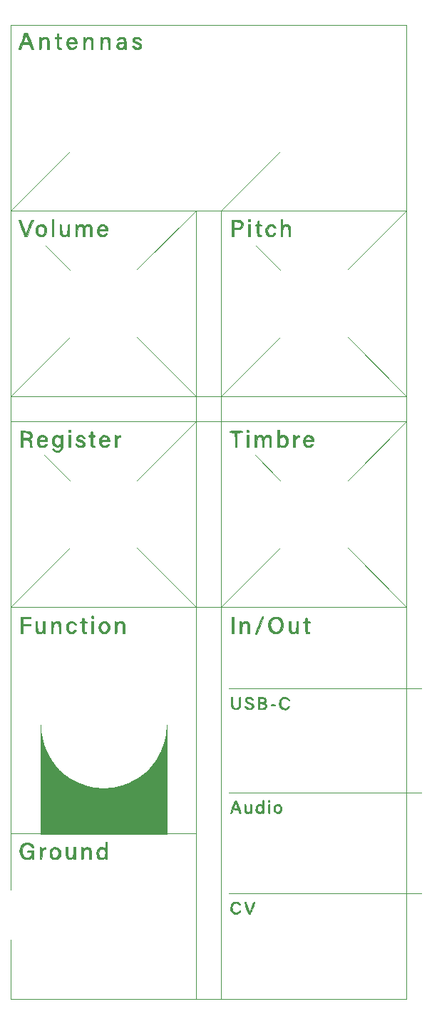
<source format=gbr>
G04 #@! TF.GenerationSoftware,KiCad,Pcbnew,6.0.11-2627ca5db0~126~ubuntu22.04.1*
G04 #@! TF.CreationDate,2023-07-01T13:56:55+02:00*
G04 #@! TF.ProjectId,OpenThereminV41,4f70656e-5468-4657-9265-6d696e563431,rev?*
G04 #@! TF.SameCoordinates,Original*
G04 #@! TF.FileFunction,Legend,Top*
G04 #@! TF.FilePolarity,Positive*
%FSLAX46Y46*%
G04 Gerber Fmt 4.6, Leading zero omitted, Abs format (unit mm)*
G04 Created by KiCad (PCBNEW 6.0.11-2627ca5db0~126~ubuntu22.04.1) date 2023-07-01 13:56:55*
%MOMM*%
%LPD*%
G01*
G04 APERTURE LIST*
%ADD10C,0.125000*%
%ADD11C,0.090000*%
%ADD12C,0.010000*%
G04 APERTURE END LIST*
D10*
X101497488Y-86749212D02*
X108499873Y-79750355D01*
X91500128Y-71749644D02*
X98502514Y-64750788D01*
X83502945Y-71753173D02*
X80649076Y-68899302D01*
X116500584Y-71749644D02*
X123499441Y-64750788D01*
X123499441Y-111749672D02*
X101501017Y-111749672D01*
X87496245Y-133247167D02*
X87882454Y-133237406D01*
X88263583Y-133208440D01*
X88639162Y-133160739D01*
X89008718Y-133094775D01*
X89371781Y-133011019D01*
X89727880Y-132909943D01*
X90076545Y-132792019D01*
X90417304Y-132657718D01*
X90749687Y-132507512D01*
X91073222Y-132341871D01*
X91387440Y-132161268D01*
X91691868Y-131966175D01*
X91986036Y-131757062D01*
X92269473Y-131534401D01*
X92541709Y-131298664D01*
X92802271Y-131050322D01*
X93050691Y-130789847D01*
X93286496Y-130517711D01*
X93509215Y-130234384D01*
X93718379Y-129940339D01*
X93913515Y-129636047D01*
X94094154Y-129321979D01*
X94259823Y-128998607D01*
X94410053Y-128666403D01*
X94544372Y-128325837D01*
X94662310Y-127977383D01*
X94763396Y-127621510D01*
X94847158Y-127258691D01*
X94913126Y-126889397D01*
X94960829Y-126514100D01*
X94989796Y-126133272D01*
X94999557Y-125747383D01*
X123499441Y-89751246D02*
X123499441Y-111749672D01*
X76500560Y-138637420D02*
X98498986Y-138637420D01*
X123499441Y-86749212D02*
X76500560Y-86749212D01*
X101501017Y-86749212D02*
X101501017Y-64750788D01*
X83499418Y-96750100D02*
X80497388Y-93748074D01*
X76500560Y-64750788D02*
X123499441Y-64750788D01*
X94999557Y-125747383D02*
X94999557Y-125747383D01*
X76500560Y-145248232D02*
X76500560Y-42752362D01*
X76500560Y-158247623D02*
X123499441Y-158247623D01*
X98498986Y-86749212D02*
X91500128Y-79750355D01*
X76500560Y-64750788D02*
X83499418Y-57751929D01*
D11*
X125249152Y-121415429D02*
X102432316Y-121415429D01*
D10*
X76500560Y-89751246D02*
X123499441Y-89751246D01*
X76500560Y-111749672D02*
X123499441Y-111749672D01*
X76500560Y-86749212D02*
X76500560Y-64750788D01*
X101501017Y-111749672D02*
X101501017Y-89751246D01*
X98498986Y-158191180D02*
X98498986Y-64750788D01*
X79999989Y-125747383D02*
X80009749Y-126133272D01*
X80038714Y-126514100D01*
X80086413Y-126889397D01*
X80152373Y-127258691D01*
X80236122Y-127621510D01*
X80337188Y-127977383D01*
X80455099Y-128325837D01*
X80589382Y-128666403D01*
X80739565Y-128998607D01*
X80905176Y-129321979D01*
X81085743Y-129636047D01*
X81280794Y-129940339D01*
X81489857Y-130234384D01*
X81712459Y-130517711D01*
X81948128Y-130789847D01*
X82196392Y-131050322D01*
X82456779Y-131298664D01*
X82728816Y-131534401D01*
X83012032Y-131757062D01*
X83305955Y-131966175D01*
X83610111Y-132161268D01*
X83924030Y-132341871D01*
X84247238Y-132507512D01*
X84579264Y-132657718D01*
X84919635Y-132792019D01*
X85267880Y-132909943D01*
X85623526Y-133011019D01*
X85986100Y-133094775D01*
X86355132Y-133160739D01*
X86730148Y-133208440D01*
X87110676Y-133237406D01*
X87496245Y-133247167D01*
X108499873Y-71753173D02*
X105646005Y-68899302D01*
X123499441Y-86749212D02*
X101501017Y-86749212D01*
X94999557Y-125747383D02*
X94999557Y-138637416D01*
X98498986Y-111749672D02*
X91500128Y-104750807D01*
X101501017Y-89751246D02*
X123499441Y-89751246D01*
X123499441Y-158247623D02*
X123499441Y-42752362D01*
X123499441Y-114878694D02*
X123499441Y-136877119D01*
X76500560Y-111749672D02*
X76500560Y-89751246D01*
X76500560Y-111749672D02*
X83499418Y-104750807D01*
X76500560Y-158247623D02*
X76500560Y-151248769D01*
X123499441Y-64750788D02*
X123499441Y-86749212D01*
X98498986Y-64750788D02*
X98498986Y-86749212D01*
X98498986Y-111749672D02*
X76500560Y-111749672D01*
X123499441Y-111749672D02*
X116497056Y-104750807D01*
X123499441Y-86749212D02*
X116497056Y-79750355D01*
X101497488Y-111749672D02*
X108499873Y-104750807D01*
X94999557Y-138637416D02*
X79999989Y-138637416D01*
X101501017Y-158191180D02*
X101501017Y-64750788D01*
X76500560Y-64750788D02*
X98498986Y-64750788D01*
X91500128Y-96750100D02*
X98498986Y-89751246D01*
X76500560Y-136877119D02*
X76500560Y-114878694D01*
X101501017Y-64750788D02*
X123499441Y-64750788D01*
X98498986Y-89751246D02*
X98498986Y-111749672D01*
X98498986Y-114878694D02*
X98498986Y-136877119D01*
D11*
X125249152Y-133783370D02*
X102432316Y-133783370D01*
D10*
X101501017Y-136877119D02*
X101501017Y-114878694D01*
X76500560Y-86749212D02*
X83499418Y-79750355D01*
X76500560Y-89751246D02*
X98498986Y-89751246D01*
X101497488Y-64750788D02*
X108499873Y-57751929D01*
X76500560Y-42752362D02*
X123499441Y-42752362D01*
X116500584Y-96750100D02*
X123499441Y-89751246D01*
X98498986Y-86749212D02*
X76500560Y-86749212D01*
X79999989Y-138637416D02*
X79999989Y-125747383D01*
D11*
X102432316Y-145675075D02*
X125249152Y-145675075D01*
D10*
X108499873Y-96750100D02*
X105497845Y-93748074D01*
G36*
X105927890Y-65992263D02*
G01*
X105958557Y-66028257D01*
X105968990Y-66114657D01*
X105969933Y-66196734D01*
X105969933Y-66408400D01*
X106118100Y-66408400D01*
X106220219Y-66417871D01*
X106261423Y-66454845D01*
X106266267Y-66493067D01*
X106249692Y-66551421D01*
X106184989Y-66574966D01*
X106118100Y-66577734D01*
X105969933Y-66577734D01*
X105969933Y-67039938D01*
X105972198Y-67235030D01*
X105978324Y-67402734D01*
X105987311Y-67522426D01*
X105995629Y-67569104D01*
X106056621Y-67620927D01*
X106146740Y-67636067D01*
X106234705Y-67646251D01*
X106261483Y-67689465D01*
X106258627Y-67731317D01*
X106211452Y-67805256D01*
X106113649Y-67841660D01*
X105991656Y-67838060D01*
X105871910Y-67791982D01*
X105841375Y-67770318D01*
X105800033Y-67731948D01*
X105771140Y-67685034D01*
X105751803Y-67613973D01*
X105739129Y-67503163D01*
X105730225Y-67337001D01*
X105723229Y-67133198D01*
X105715748Y-66907718D01*
X105707941Y-66753383D01*
X105696941Y-66656705D01*
X105679878Y-66604202D01*
X105653886Y-66582388D01*
X105616096Y-66577778D01*
X105605094Y-66577734D01*
X105522176Y-66553007D01*
X105497976Y-66497087D01*
X105530084Y-66437357D01*
X105616090Y-66401205D01*
X105620683Y-66400629D01*
X105691905Y-66384454D01*
X105728693Y-66341507D01*
X105745405Y-66247969D01*
X105750003Y-66186150D01*
X105762348Y-66064083D01*
X105787239Y-66004708D01*
X105837396Y-65986051D01*
X105866419Y-65985067D01*
X105927890Y-65992263D01*
G37*
D12*
X105927890Y-65992263D02*
X105958557Y-66028257D01*
X105968990Y-66114657D01*
X105969933Y-66196734D01*
X105969933Y-66408400D01*
X106118100Y-66408400D01*
X106220219Y-66417871D01*
X106261423Y-66454845D01*
X106266267Y-66493067D01*
X106249692Y-66551421D01*
X106184989Y-66574966D01*
X106118100Y-66577734D01*
X105969933Y-66577734D01*
X105969933Y-67039938D01*
X105972198Y-67235030D01*
X105978324Y-67402734D01*
X105987311Y-67522426D01*
X105995629Y-67569104D01*
X106056621Y-67620927D01*
X106146740Y-67636067D01*
X106234705Y-67646251D01*
X106261483Y-67689465D01*
X106258627Y-67731317D01*
X106211452Y-67805256D01*
X106113649Y-67841660D01*
X105991656Y-67838060D01*
X105871910Y-67791982D01*
X105841375Y-67770318D01*
X105800033Y-67731948D01*
X105771140Y-67685034D01*
X105751803Y-67613973D01*
X105739129Y-67503163D01*
X105730225Y-67337001D01*
X105723229Y-67133198D01*
X105715748Y-66907718D01*
X105707941Y-66753383D01*
X105696941Y-66656705D01*
X105679878Y-66604202D01*
X105653886Y-66582388D01*
X105616096Y-66577778D01*
X105605094Y-66577734D01*
X105522176Y-66553007D01*
X105497976Y-66497087D01*
X105530084Y-66437357D01*
X105616090Y-66401205D01*
X105620683Y-66400629D01*
X105691905Y-66384454D01*
X105728693Y-66341507D01*
X105745405Y-66247969D01*
X105750003Y-66186150D01*
X105762348Y-66064083D01*
X105787239Y-66004708D01*
X105837396Y-65986051D01*
X105866419Y-65985067D01*
X105927890Y-65992263D01*
G36*
X104917708Y-65781091D02*
G01*
X104948753Y-65821696D01*
X104946032Y-65910984D01*
X104923923Y-66009736D01*
X104867775Y-66052471D01*
X104816350Y-66061962D01*
X104738840Y-66063007D01*
X104706518Y-66026291D01*
X104699936Y-65928829D01*
X104699933Y-65924379D01*
X104706601Y-65823645D01*
X104741224Y-65781831D01*
X104825734Y-65773404D01*
X104829615Y-65773400D01*
X104917708Y-65781091D01*
G37*
X104917708Y-65781091D02*
X104948753Y-65821696D01*
X104946032Y-65910984D01*
X104923923Y-66009736D01*
X104867775Y-66052471D01*
X104816350Y-66061962D01*
X104738840Y-66063007D01*
X104706518Y-66026291D01*
X104699936Y-65928829D01*
X104699933Y-65924379D01*
X104706601Y-65823645D01*
X104741224Y-65781831D01*
X104825734Y-65773404D01*
X104829615Y-65773400D01*
X104917708Y-65781091D01*
G36*
X82098534Y-113458537D02*
G01*
X82200949Y-113491309D01*
X82288010Y-113544100D01*
X82350889Y-113619673D01*
X82393176Y-113730989D01*
X82418462Y-113891010D01*
X82430336Y-114112697D01*
X82432600Y-114327631D01*
X82432600Y-114880067D01*
X82220933Y-114880067D01*
X82220309Y-114382650D01*
X82214978Y-114130399D01*
X82200361Y-113935184D01*
X82177479Y-113808536D01*
X82167054Y-113781229D01*
X82074827Y-113680369D01*
X81945801Y-113638829D01*
X81803019Y-113656036D01*
X81669526Y-113731418D01*
X81610179Y-113795082D01*
X81570572Y-113860329D01*
X81543373Y-113942701D01*
X81525474Y-114060396D01*
X81513766Y-114231609D01*
X81507493Y-114396053D01*
X81500274Y-114604044D01*
X81492032Y-114741847D01*
X81479290Y-114823907D01*
X81458565Y-114864667D01*
X81426377Y-114878572D01*
X81390864Y-114880067D01*
X81289600Y-114880067D01*
X81289600Y-113483067D01*
X81395433Y-113483067D01*
X81478424Y-113502910D01*
X81501267Y-113567734D01*
X81518995Y-113636524D01*
X81543600Y-113652400D01*
X81584711Y-113620981D01*
X81585933Y-113611154D01*
X81622874Y-113559176D01*
X81714819Y-113504955D01*
X81833455Y-113461293D01*
X81950468Y-113440992D01*
X81962839Y-113440734D01*
X82098534Y-113458537D01*
G37*
X82098534Y-113458537D02*
X82200949Y-113491309D01*
X82288010Y-113544100D01*
X82350889Y-113619673D01*
X82393176Y-113730989D01*
X82418462Y-113891010D01*
X82430336Y-114112697D01*
X82432600Y-114327631D01*
X82432600Y-114880067D01*
X82220933Y-114880067D01*
X82220309Y-114382650D01*
X82214978Y-114130399D01*
X82200361Y-113935184D01*
X82177479Y-113808536D01*
X82167054Y-113781229D01*
X82074827Y-113680369D01*
X81945801Y-113638829D01*
X81803019Y-113656036D01*
X81669526Y-113731418D01*
X81610179Y-113795082D01*
X81570572Y-113860329D01*
X81543373Y-113942701D01*
X81525474Y-114060396D01*
X81513766Y-114231609D01*
X81507493Y-114396053D01*
X81500274Y-114604044D01*
X81492032Y-114741847D01*
X81479290Y-114823907D01*
X81458565Y-114864667D01*
X81426377Y-114878572D01*
X81390864Y-114880067D01*
X81289600Y-114880067D01*
X81289600Y-113483067D01*
X81395433Y-113483067D01*
X81478424Y-113502910D01*
X81501267Y-113567734D01*
X81518995Y-113636524D01*
X81543600Y-113652400D01*
X81584711Y-113620981D01*
X81585933Y-113611154D01*
X81622874Y-113559176D01*
X81714819Y-113504955D01*
X81833455Y-113461293D01*
X81950468Y-113440992D01*
X81962839Y-113440734D01*
X82098534Y-113458537D01*
G36*
X109737600Y-113985358D02*
G01*
X109739175Y-114205087D01*
X109745586Y-114357854D01*
X109759358Y-114461331D01*
X109783016Y-114533191D01*
X109819089Y-114591106D01*
X109825339Y-114599191D01*
X109933238Y-114688801D01*
X110047589Y-114709387D01*
X110181518Y-114691023D01*
X110280503Y-114632785D01*
X110348904Y-114525361D01*
X110391079Y-114359441D01*
X110411388Y-114125714D01*
X110414933Y-113924811D01*
X110414933Y-113483067D01*
X110626600Y-113483067D01*
X110626600Y-114880067D01*
X110520767Y-114880067D01*
X110438001Y-114860438D01*
X110414933Y-114794133D01*
X110414933Y-114708199D01*
X110297117Y-114795304D01*
X110120037Y-114881351D01*
X109925162Y-114904160D01*
X109757740Y-114865323D01*
X109670990Y-114814150D01*
X109608351Y-114742199D01*
X109566178Y-114636355D01*
X109540825Y-114483507D01*
X109528648Y-114270539D01*
X109525933Y-114031408D01*
X109525933Y-113483067D01*
X109737600Y-113483067D01*
X109737600Y-113985358D01*
G37*
X109737600Y-113985358D02*
X109739175Y-114205087D01*
X109745586Y-114357854D01*
X109759358Y-114461331D01*
X109783016Y-114533191D01*
X109819089Y-114591106D01*
X109825339Y-114599191D01*
X109933238Y-114688801D01*
X110047589Y-114709387D01*
X110181518Y-114691023D01*
X110280503Y-114632785D01*
X110348904Y-114525361D01*
X110391079Y-114359441D01*
X110411388Y-114125714D01*
X110414933Y-113924811D01*
X110414933Y-113483067D01*
X110626600Y-113483067D01*
X110626600Y-114880067D01*
X110520767Y-114880067D01*
X110438001Y-114860438D01*
X110414933Y-114794133D01*
X110414933Y-114708199D01*
X110297117Y-114795304D01*
X110120037Y-114881351D01*
X109925162Y-114904160D01*
X109757740Y-114865323D01*
X109670990Y-114814150D01*
X109608351Y-114742199D01*
X109566178Y-114636355D01*
X109540825Y-114483507D01*
X109528648Y-114270539D01*
X109525933Y-114031408D01*
X109525933Y-113483067D01*
X109737600Y-113483067D01*
X109737600Y-113985358D01*
G36*
X108707191Y-65776207D02*
G01*
X108738124Y-65795216D01*
X108755092Y-65846313D01*
X108762289Y-65945381D01*
X108763908Y-66108304D01*
X108763933Y-66174291D01*
X108763933Y-66575182D01*
X108918007Y-66470624D01*
X109112655Y-66377947D01*
X109298152Y-66368510D01*
X109470854Y-66442087D01*
X109551333Y-66510000D01*
X109695267Y-66653934D01*
X109695267Y-67805400D01*
X109592886Y-67805400D01*
X109550270Y-67802940D01*
X109521079Y-67786308D01*
X109502235Y-67741631D01*
X109490659Y-67655031D01*
X109483275Y-67512635D01*
X109477005Y-67300567D01*
X109476469Y-67280542D01*
X109468580Y-67052600D01*
X109457570Y-66893242D01*
X109440960Y-66786386D01*
X109416269Y-66715953D01*
X109381789Y-66666709D01*
X109261704Y-66591327D01*
X109114124Y-66577135D01*
X108968916Y-66623049D01*
X108890005Y-66684555D01*
X108846804Y-66737349D01*
X108817057Y-66798663D01*
X108797405Y-66885904D01*
X108784490Y-67016481D01*
X108774952Y-67207805D01*
X108771575Y-67298388D01*
X108763376Y-67512135D01*
X108754671Y-67655370D01*
X108742156Y-67742205D01*
X108722527Y-67786748D01*
X108692482Y-67803109D01*
X108652882Y-67805400D01*
X108552267Y-67805400D01*
X108552267Y-65773400D01*
X108658100Y-65773400D01*
X108707191Y-65776207D01*
G37*
X108707191Y-65776207D02*
X108738124Y-65795216D01*
X108755092Y-65846313D01*
X108762289Y-65945381D01*
X108763908Y-66108304D01*
X108763933Y-66174291D01*
X108763933Y-66575182D01*
X108918007Y-66470624D01*
X109112655Y-66377947D01*
X109298152Y-66368510D01*
X109470854Y-66442087D01*
X109551333Y-66510000D01*
X109695267Y-66653934D01*
X109695267Y-67805400D01*
X109592886Y-67805400D01*
X109550270Y-67802940D01*
X109521079Y-67786308D01*
X109502235Y-67741631D01*
X109490659Y-67655031D01*
X109483275Y-67512635D01*
X109477005Y-67300567D01*
X109476469Y-67280542D01*
X109468580Y-67052600D01*
X109457570Y-66893242D01*
X109440960Y-66786386D01*
X109416269Y-66715953D01*
X109381789Y-66666709D01*
X109261704Y-66591327D01*
X109114124Y-66577135D01*
X108968916Y-66623049D01*
X108890005Y-66684555D01*
X108846804Y-66737349D01*
X108817057Y-66798663D01*
X108797405Y-66885904D01*
X108784490Y-67016481D01*
X108774952Y-67207805D01*
X108771575Y-67298388D01*
X108763376Y-67512135D01*
X108754671Y-67655370D01*
X108742156Y-67742205D01*
X108722527Y-67786748D01*
X108692482Y-67803109D01*
X108652882Y-67805400D01*
X108552267Y-67805400D01*
X108552267Y-65773400D01*
X108658100Y-65773400D01*
X108707191Y-65776207D01*
G36*
X85285994Y-44200885D02*
G01*
X85310820Y-44269730D01*
X85311267Y-44289234D01*
X85317872Y-44368882D01*
X85330509Y-44395067D01*
X85370173Y-44368183D01*
X85442494Y-44302180D01*
X85455585Y-44289234D01*
X85542968Y-44221356D01*
X85648639Y-44189988D01*
X85778265Y-44183400D01*
X85922604Y-44191879D01*
X86021458Y-44226586D01*
X86113109Y-44301432D01*
X86118856Y-44307144D01*
X86242600Y-44430887D01*
X86242600Y-45622734D01*
X86030933Y-45622734D01*
X86030933Y-45091643D01*
X86030069Y-44869955D01*
X86025658Y-44716250D01*
X86014969Y-44613843D01*
X85995272Y-44546056D01*
X85963840Y-44496205D01*
X85927024Y-44456643D01*
X85792086Y-44369575D01*
X85648942Y-44366068D01*
X85503659Y-44446226D01*
X85500153Y-44449217D01*
X85421176Y-44545861D01*
X85365780Y-44685931D01*
X85331308Y-44881145D01*
X85315099Y-45143223D01*
X85313110Y-45273484D01*
X85311142Y-45444617D01*
X85303963Y-45548097D01*
X85286330Y-45600934D01*
X85252998Y-45620141D01*
X85205433Y-45622734D01*
X85099600Y-45622734D01*
X85099600Y-44183400D01*
X85205433Y-44183400D01*
X85285994Y-44200885D01*
G37*
X85285994Y-44200885D02*
X85310820Y-44269730D01*
X85311267Y-44289234D01*
X85317872Y-44368882D01*
X85330509Y-44395067D01*
X85370173Y-44368183D01*
X85442494Y-44302180D01*
X85455585Y-44289234D01*
X85542968Y-44221356D01*
X85648639Y-44189988D01*
X85778265Y-44183400D01*
X85922604Y-44191879D01*
X86021458Y-44226586D01*
X86113109Y-44301432D01*
X86118856Y-44307144D01*
X86242600Y-44430887D01*
X86242600Y-45622734D01*
X86030933Y-45622734D01*
X86030933Y-45091643D01*
X86030069Y-44869955D01*
X86025658Y-44716250D01*
X86014969Y-44613843D01*
X85995272Y-44546056D01*
X85963840Y-44496205D01*
X85927024Y-44456643D01*
X85792086Y-44369575D01*
X85648942Y-44366068D01*
X85503659Y-44446226D01*
X85500153Y-44449217D01*
X85421176Y-44545861D01*
X85365780Y-44685931D01*
X85331308Y-44881145D01*
X85315099Y-45143223D01*
X85313110Y-45273484D01*
X85311142Y-45444617D01*
X85303963Y-45548097D01*
X85286330Y-45600934D01*
X85252998Y-45620141D01*
X85205433Y-45622734D01*
X85099600Y-45622734D01*
X85099600Y-44183400D01*
X85205433Y-44183400D01*
X85285994Y-44200885D01*
G36*
X104939038Y-122440820D02*
G01*
X105033442Y-122461241D01*
X105106081Y-122509322D01*
X105169072Y-122574818D01*
X105260527Y-122689269D01*
X105286307Y-122758935D01*
X105247194Y-122791489D01*
X105191704Y-122796400D01*
X105099401Y-122765562D01*
X105069981Y-122716758D01*
X105018238Y-122650970D01*
X104918389Y-122594407D01*
X104901808Y-122588488D01*
X104737116Y-122563768D01*
X104604174Y-122601161D01*
X104519344Y-122694613D01*
X104505060Y-122735254D01*
X104506549Y-122844879D01*
X104575666Y-122936103D01*
X104718549Y-123014363D01*
X104881517Y-123068878D01*
X105093703Y-123148598D01*
X105232816Y-123250134D01*
X105309350Y-123381697D01*
X105317485Y-123409978D01*
X105316416Y-123561843D01*
X105252568Y-123710790D01*
X105141846Y-123822644D01*
X105119406Y-123835563D01*
X104975919Y-123879154D01*
X104794882Y-123894462D01*
X104616476Y-123880985D01*
X104490584Y-123843431D01*
X104398653Y-123770916D01*
X104313328Y-123664407D01*
X104306770Y-123653555D01*
X104256792Y-123563766D01*
X104250631Y-123525219D01*
X104289077Y-123516237D01*
X104311780Y-123516067D01*
X104394192Y-123544685D01*
X104495103Y-123616040D01*
X104524087Y-123643067D01*
X104657576Y-123734422D01*
X104803128Y-123769513D01*
X104941048Y-123752559D01*
X105051645Y-123687783D01*
X105115226Y-123579405D01*
X105123267Y-123514642D01*
X105101623Y-123414183D01*
X105029052Y-123332464D01*
X104894094Y-123260762D01*
X104704821Y-123196097D01*
X104509792Y-123120928D01*
X104388193Y-123027803D01*
X104329063Y-122905579D01*
X104318933Y-122803779D01*
X104349412Y-122635091D01*
X104442683Y-122519166D01*
X104601499Y-122453866D01*
X104791483Y-122436567D01*
X104939038Y-122440820D01*
G37*
X104939038Y-122440820D02*
X105033442Y-122461241D01*
X105106081Y-122509322D01*
X105169072Y-122574818D01*
X105260527Y-122689269D01*
X105286307Y-122758935D01*
X105247194Y-122791489D01*
X105191704Y-122796400D01*
X105099401Y-122765562D01*
X105069981Y-122716758D01*
X105018238Y-122650970D01*
X104918389Y-122594407D01*
X104901808Y-122588488D01*
X104737116Y-122563768D01*
X104604174Y-122601161D01*
X104519344Y-122694613D01*
X104505060Y-122735254D01*
X104506549Y-122844879D01*
X104575666Y-122936103D01*
X104718549Y-123014363D01*
X104881517Y-123068878D01*
X105093703Y-123148598D01*
X105232816Y-123250134D01*
X105309350Y-123381697D01*
X105317485Y-123409978D01*
X105316416Y-123561843D01*
X105252568Y-123710790D01*
X105141846Y-123822644D01*
X105119406Y-123835563D01*
X104975919Y-123879154D01*
X104794882Y-123894462D01*
X104616476Y-123880985D01*
X104490584Y-123843431D01*
X104398653Y-123770916D01*
X104313328Y-123664407D01*
X104306770Y-123653555D01*
X104256792Y-123563766D01*
X104250631Y-123525219D01*
X104289077Y-123516237D01*
X104311780Y-123516067D01*
X104394192Y-123544685D01*
X104495103Y-123616040D01*
X104524087Y-123643067D01*
X104657576Y-123734422D01*
X104803128Y-123769513D01*
X104941048Y-123752559D01*
X105051645Y-123687783D01*
X105115226Y-123579405D01*
X105123267Y-123514642D01*
X105101623Y-123414183D01*
X105029052Y-123332464D01*
X104894094Y-123260762D01*
X104704821Y-123196097D01*
X104509792Y-123120928D01*
X104388193Y-123027803D01*
X104329063Y-122905579D01*
X104318933Y-122803779D01*
X104349412Y-122635091D01*
X104442683Y-122519166D01*
X104601499Y-122453866D01*
X104791483Y-122436567D01*
X104939038Y-122440820D01*
G36*
X81463716Y-91710204D02*
G01*
X81578635Y-91540534D01*
X81694740Y-91442726D01*
X81848416Y-91381377D01*
X82027451Y-91366689D01*
X82198668Y-91397284D01*
X82325956Y-91468972D01*
X82432600Y-91569159D01*
X82432600Y-91477113D01*
X82454166Y-91405918D01*
X82532628Y-91385107D01*
X82538433Y-91385067D01*
X82644267Y-91385067D01*
X82644201Y-92157650D01*
X82643032Y-92443321D01*
X82638855Y-92657865D01*
X82630578Y-92814803D01*
X82617109Y-92927653D01*
X82597357Y-93009935D01*
X82570231Y-93075168D01*
X82570117Y-93075391D01*
X82438258Y-93249848D01*
X82257096Y-93356946D01*
X82030682Y-93395061D01*
X81821190Y-93375084D01*
X81701935Y-93329568D01*
X81579311Y-93248610D01*
X81477622Y-93152614D01*
X81421172Y-93061985D01*
X81416600Y-93035399D01*
X81448564Y-92996812D01*
X81526917Y-92996245D01*
X81625355Y-93028316D01*
X81717571Y-93087644D01*
X81730251Y-93099567D01*
X81834864Y-93175359D01*
X81966755Y-93203886D01*
X82021130Y-93205400D01*
X82192615Y-93178867D01*
X82311897Y-93094539D01*
X82385523Y-92945320D01*
X82415599Y-92778042D01*
X82425807Y-92650786D01*
X82421305Y-92594917D01*
X82399565Y-92598035D01*
X82382631Y-92616402D01*
X82242009Y-92726255D01*
X82048012Y-92777364D01*
X81950023Y-92782067D01*
X81762076Y-92745337D01*
X81608902Y-92645052D01*
X81493332Y-92496066D01*
X81418196Y-92313233D01*
X81386328Y-92111409D01*
X81388534Y-92079475D01*
X81635363Y-92079475D01*
X81639181Y-92161094D01*
X81665303Y-92312028D01*
X81719878Y-92418034D01*
X81792829Y-92493803D01*
X81924758Y-92586177D01*
X82052293Y-92608566D01*
X82194983Y-92572219D01*
X82319479Y-92481331D01*
X82397730Y-92325188D01*
X82426678Y-92111357D01*
X82423450Y-92006893D01*
X82405680Y-91851480D01*
X82372723Y-91750876D01*
X82313284Y-91675315D01*
X82289493Y-91653847D01*
X82138094Y-91566754D01*
X81988347Y-91554807D01*
X81851727Y-91609055D01*
X81739706Y-91720549D01*
X81663760Y-91880339D01*
X81635363Y-92079475D01*
X81388534Y-92079475D01*
X81400557Y-91905448D01*
X81463716Y-91710204D01*
G37*
X81463716Y-91710204D02*
X81578635Y-91540534D01*
X81694740Y-91442726D01*
X81848416Y-91381377D01*
X82027451Y-91366689D01*
X82198668Y-91397284D01*
X82325956Y-91468972D01*
X82432600Y-91569159D01*
X82432600Y-91477113D01*
X82454166Y-91405918D01*
X82532628Y-91385107D01*
X82538433Y-91385067D01*
X82644267Y-91385067D01*
X82644201Y-92157650D01*
X82643032Y-92443321D01*
X82638855Y-92657865D01*
X82630578Y-92814803D01*
X82617109Y-92927653D01*
X82597357Y-93009935D01*
X82570231Y-93075168D01*
X82570117Y-93075391D01*
X82438258Y-93249848D01*
X82257096Y-93356946D01*
X82030682Y-93395061D01*
X81821190Y-93375084D01*
X81701935Y-93329568D01*
X81579311Y-93248610D01*
X81477622Y-93152614D01*
X81421172Y-93061985D01*
X81416600Y-93035399D01*
X81448564Y-92996812D01*
X81526917Y-92996245D01*
X81625355Y-93028316D01*
X81717571Y-93087644D01*
X81730251Y-93099567D01*
X81834864Y-93175359D01*
X81966755Y-93203886D01*
X82021130Y-93205400D01*
X82192615Y-93178867D01*
X82311897Y-93094539D01*
X82385523Y-92945320D01*
X82415599Y-92778042D01*
X82425807Y-92650786D01*
X82421305Y-92594917D01*
X82399565Y-92598035D01*
X82382631Y-92616402D01*
X82242009Y-92726255D01*
X82048012Y-92777364D01*
X81950023Y-92782067D01*
X81762076Y-92745337D01*
X81608902Y-92645052D01*
X81493332Y-92496066D01*
X81418196Y-92313233D01*
X81386328Y-92111409D01*
X81388534Y-92079475D01*
X81635363Y-92079475D01*
X81639181Y-92161094D01*
X81665303Y-92312028D01*
X81719878Y-92418034D01*
X81792829Y-92493803D01*
X81924758Y-92586177D01*
X82052293Y-92608566D01*
X82194983Y-92572219D01*
X82319479Y-92481331D01*
X82397730Y-92325188D01*
X82426678Y-92111357D01*
X82423450Y-92006893D01*
X82405680Y-91851480D01*
X82372723Y-91750876D01*
X82313284Y-91675315D01*
X82289493Y-91653847D01*
X82138094Y-91566754D01*
X81988347Y-91554807D01*
X81851727Y-91609055D01*
X81739706Y-91720549D01*
X81663760Y-91880339D01*
X81635363Y-92079475D01*
X81388534Y-92079475D01*
X81400557Y-91905448D01*
X81463716Y-91710204D01*
G36*
X83576260Y-90758327D02*
G01*
X83611257Y-90800222D01*
X83617933Y-90898234D01*
X83610853Y-90997781D01*
X83574943Y-91038611D01*
X83490933Y-91046400D01*
X83405607Y-91038140D01*
X83370609Y-90996245D01*
X83363933Y-90898234D01*
X83371013Y-90798686D01*
X83406923Y-90757856D01*
X83490933Y-90750067D01*
X83576260Y-90758327D01*
G37*
X83576260Y-90758327D02*
X83611257Y-90800222D01*
X83617933Y-90898234D01*
X83610853Y-90997781D01*
X83574943Y-91038611D01*
X83490933Y-91046400D01*
X83405607Y-91038140D01*
X83370609Y-90996245D01*
X83363933Y-90898234D01*
X83371013Y-90798686D01*
X83406923Y-90757856D01*
X83490933Y-90750067D01*
X83576260Y-90758327D01*
G36*
X103506123Y-90877521D02*
G01*
X103699789Y-90879751D01*
X103832074Y-90885058D01*
X103914621Y-90894744D01*
X103959071Y-90910109D01*
X103977067Y-90932456D01*
X103980267Y-90959879D01*
X103971133Y-91003329D01*
X103931986Y-91029905D01*
X103845206Y-91045075D01*
X103693172Y-91054307D01*
X103673350Y-91055129D01*
X103366433Y-91067567D01*
X103354991Y-91945984D01*
X103343549Y-92824400D01*
X103135318Y-92824400D01*
X103123875Y-91945984D01*
X103112433Y-91067567D01*
X102805517Y-91055129D01*
X102645854Y-91046194D01*
X102553239Y-91031878D01*
X102510050Y-91006713D01*
X102498667Y-90965230D01*
X102498600Y-90959879D01*
X102502662Y-90930068D01*
X102522611Y-90908419D01*
X102570088Y-90893632D01*
X102656736Y-90884405D01*
X102794197Y-90879436D01*
X102994112Y-90877425D01*
X103239433Y-90877067D01*
X103506123Y-90877521D01*
G37*
X103506123Y-90877521D02*
X103699789Y-90879751D01*
X103832074Y-90885058D01*
X103914621Y-90894744D01*
X103959071Y-90910109D01*
X103977067Y-90932456D01*
X103980267Y-90959879D01*
X103971133Y-91003329D01*
X103931986Y-91029905D01*
X103845206Y-91045075D01*
X103693172Y-91054307D01*
X103673350Y-91055129D01*
X103366433Y-91067567D01*
X103354991Y-91945984D01*
X103343549Y-92824400D01*
X103135318Y-92824400D01*
X103123875Y-91945984D01*
X103112433Y-91067567D01*
X102805517Y-91055129D01*
X102645854Y-91046194D01*
X102553239Y-91031878D01*
X102510050Y-91006713D01*
X102498667Y-90965230D01*
X102498600Y-90959879D01*
X102502662Y-90930068D01*
X102522611Y-90908419D01*
X102570088Y-90893632D01*
X102656736Y-90884405D01*
X102794197Y-90879436D01*
X102994112Y-90877425D01*
X103239433Y-90877067D01*
X103506123Y-90877521D01*
G36*
X83608373Y-92094150D02*
G01*
X83596767Y-92803234D01*
X83363933Y-92830024D01*
X83363933Y-91385067D01*
X83619980Y-91385067D01*
X83608373Y-92094150D01*
G37*
X83608373Y-92094150D02*
X83596767Y-92803234D01*
X83363933Y-92830024D01*
X83363933Y-91385067D01*
X83619980Y-91385067D01*
X83608373Y-92094150D01*
G36*
X78756755Y-90898234D02*
G01*
X78880177Y-91036485D01*
X78971858Y-91190422D01*
X79006032Y-91365121D01*
X78984937Y-91537129D01*
X78910810Y-91682991D01*
X78810446Y-91767487D01*
X78711311Y-91820543D01*
X78836289Y-91937289D01*
X78907861Y-92013954D01*
X78945438Y-92092748D01*
X78959602Y-92204970D01*
X78961267Y-92306926D01*
X78965790Y-92470526D01*
X78977415Y-92620453D01*
X78987725Y-92692109D01*
X78998810Y-92783431D01*
X78971034Y-92818992D01*
X78910114Y-92824400D01*
X78819159Y-92813997D01*
X78777822Y-92796178D01*
X78762407Y-92741432D01*
X78752156Y-92629669D01*
X78749600Y-92527328D01*
X78736171Y-92290087D01*
X78688816Y-92123289D01*
X78596927Y-92015990D01*
X78449899Y-91957241D01*
X78237126Y-91936096D01*
X78176108Y-91935400D01*
X77902933Y-91935400D01*
X77902933Y-92782067D01*
X77648933Y-92782067D01*
X77648933Y-91723734D01*
X77902933Y-91723734D01*
X78241600Y-91723734D01*
X78421358Y-91720191D01*
X78538425Y-91706659D01*
X78614589Y-91678780D01*
X78664933Y-91639067D01*
X78731105Y-91520156D01*
X78747642Y-91368497D01*
X78710754Y-91222523D01*
X78706768Y-91214803D01*
X78623720Y-91140454D01*
X78473261Y-91084891D01*
X78271461Y-91052758D01*
X78125183Y-91046636D01*
X77902933Y-91046400D01*
X77902933Y-91723734D01*
X77648933Y-91723734D01*
X77648933Y-90870338D01*
X78756755Y-90898234D01*
G37*
X78756755Y-90898234D02*
X78880177Y-91036485D01*
X78971858Y-91190422D01*
X79006032Y-91365121D01*
X78984937Y-91537129D01*
X78910810Y-91682991D01*
X78810446Y-91767487D01*
X78711311Y-91820543D01*
X78836289Y-91937289D01*
X78907861Y-92013954D01*
X78945438Y-92092748D01*
X78959602Y-92204970D01*
X78961267Y-92306926D01*
X78965790Y-92470526D01*
X78977415Y-92620453D01*
X78987725Y-92692109D01*
X78998810Y-92783431D01*
X78971034Y-92818992D01*
X78910114Y-92824400D01*
X78819159Y-92813997D01*
X78777822Y-92796178D01*
X78762407Y-92741432D01*
X78752156Y-92629669D01*
X78749600Y-92527328D01*
X78736171Y-92290087D01*
X78688816Y-92123289D01*
X78596927Y-92015990D01*
X78449899Y-91957241D01*
X78237126Y-91936096D01*
X78176108Y-91935400D01*
X77902933Y-91935400D01*
X77902933Y-92782067D01*
X77648933Y-92782067D01*
X77648933Y-91723734D01*
X77902933Y-91723734D01*
X78241600Y-91723734D01*
X78421358Y-91720191D01*
X78538425Y-91706659D01*
X78614589Y-91678780D01*
X78664933Y-91639067D01*
X78731105Y-91520156D01*
X78747642Y-91368497D01*
X78710754Y-91222523D01*
X78706768Y-91214803D01*
X78623720Y-91140454D01*
X78473261Y-91084891D01*
X78271461Y-91052758D01*
X78125183Y-91046636D01*
X77902933Y-91046400D01*
X77902933Y-91723734D01*
X77648933Y-91723734D01*
X77648933Y-90870338D01*
X78756755Y-90898234D01*
G36*
X89066395Y-45035543D02*
G01*
X89158186Y-44905081D01*
X89315585Y-44820925D01*
X89542201Y-44780592D01*
X89674356Y-44776067D01*
X89925600Y-44776067D01*
X89925600Y-44630924D01*
X89896671Y-44480209D01*
X89808035Y-44388539D01*
X89656922Y-44353311D01*
X89629315Y-44352734D01*
X89494479Y-44371155D01*
X89400801Y-44437134D01*
X89382830Y-44458567D01*
X89300153Y-44531296D01*
X89211097Y-44565667D01*
X89138602Y-44559949D01*
X89105608Y-44512410D01*
X89109132Y-44479232D01*
X89155390Y-44396352D01*
X89240221Y-44303056D01*
X89256583Y-44288732D01*
X89359565Y-44220737D01*
X89479229Y-44189462D01*
X89608592Y-44183400D01*
X89798446Y-44192498D01*
X89941720Y-44226468D01*
X90044703Y-44295323D01*
X90113689Y-44409075D01*
X90154968Y-44577738D01*
X90174831Y-44811326D01*
X90179600Y-45092207D01*
X90179600Y-45622734D01*
X90073767Y-45622734D01*
X89990776Y-45602890D01*
X89967933Y-45538067D01*
X89958290Y-45469177D01*
X89944996Y-45453400D01*
X89900849Y-45479205D01*
X89831181Y-45538067D01*
X89740657Y-45600310D01*
X89667080Y-45622734D01*
X89569175Y-45631012D01*
X89537479Y-45637339D01*
X89454587Y-45642415D01*
X89367960Y-45634844D01*
X89212554Y-45571894D01*
X89098698Y-45447104D01*
X89040902Y-45278869D01*
X89038691Y-45245930D01*
X89266908Y-45245930D01*
X89317191Y-45362607D01*
X89432695Y-45434789D01*
X89563571Y-45453400D01*
X89713417Y-45434581D01*
X89817780Y-45370454D01*
X89829720Y-45358150D01*
X89895099Y-45245974D01*
X89931501Y-45102405D01*
X89932349Y-45093567D01*
X89936973Y-44984767D01*
X89914438Y-44933938D01*
X89847547Y-44914969D01*
X89812238Y-44911196D01*
X89635842Y-44915135D01*
X89472898Y-44955063D01*
X89348047Y-45022292D01*
X89289929Y-45095331D01*
X89266908Y-45245930D01*
X89038691Y-45245930D01*
X89036600Y-45214794D01*
X89066395Y-45035543D01*
G37*
X89066395Y-45035543D02*
X89158186Y-44905081D01*
X89315585Y-44820925D01*
X89542201Y-44780592D01*
X89674356Y-44776067D01*
X89925600Y-44776067D01*
X89925600Y-44630924D01*
X89896671Y-44480209D01*
X89808035Y-44388539D01*
X89656922Y-44353311D01*
X89629315Y-44352734D01*
X89494479Y-44371155D01*
X89400801Y-44437134D01*
X89382830Y-44458567D01*
X89300153Y-44531296D01*
X89211097Y-44565667D01*
X89138602Y-44559949D01*
X89105608Y-44512410D01*
X89109132Y-44479232D01*
X89155390Y-44396352D01*
X89240221Y-44303056D01*
X89256583Y-44288732D01*
X89359565Y-44220737D01*
X89479229Y-44189462D01*
X89608592Y-44183400D01*
X89798446Y-44192498D01*
X89941720Y-44226468D01*
X90044703Y-44295323D01*
X90113689Y-44409075D01*
X90154968Y-44577738D01*
X90174831Y-44811326D01*
X90179600Y-45092207D01*
X90179600Y-45622734D01*
X90073767Y-45622734D01*
X89990776Y-45602890D01*
X89967933Y-45538067D01*
X89958290Y-45469177D01*
X89944996Y-45453400D01*
X89900849Y-45479205D01*
X89831181Y-45538067D01*
X89740657Y-45600310D01*
X89667080Y-45622734D01*
X89569175Y-45631012D01*
X89537479Y-45637339D01*
X89454587Y-45642415D01*
X89367960Y-45634844D01*
X89212554Y-45571894D01*
X89098698Y-45447104D01*
X89040902Y-45278869D01*
X89038691Y-45245930D01*
X89266908Y-45245930D01*
X89317191Y-45362607D01*
X89432695Y-45434789D01*
X89563571Y-45453400D01*
X89713417Y-45434581D01*
X89817780Y-45370454D01*
X89829720Y-45358150D01*
X89895099Y-45245974D01*
X89931501Y-45102405D01*
X89932349Y-45093567D01*
X89936973Y-44984767D01*
X89914438Y-44933938D01*
X89847547Y-44914969D01*
X89812238Y-44911196D01*
X89635842Y-44915135D01*
X89472898Y-44955063D01*
X89348047Y-45022292D01*
X89289929Y-45095331D01*
X89266908Y-45245930D01*
X89038691Y-45245930D01*
X89036600Y-45214794D01*
X89066395Y-45035543D01*
G36*
X102909871Y-135186099D02*
G01*
X102969313Y-135016046D01*
X103009202Y-134900016D01*
X103018521Y-134871984D01*
X103064901Y-134774180D01*
X103134027Y-134737355D01*
X103178733Y-134734400D01*
X103221570Y-134738006D01*
X103258415Y-134756108D01*
X103295102Y-134799636D01*
X103337464Y-134879516D01*
X103391334Y-135006678D01*
X103462545Y-135192048D01*
X103552631Y-135434896D01*
X103636389Y-135664232D01*
X103708815Y-135866719D01*
X103765159Y-136028738D01*
X103800672Y-136136666D01*
X103810933Y-136175730D01*
X103775719Y-136209259D01*
X103731936Y-136216067D01*
X103669998Y-136186194D01*
X103608750Y-136089509D01*
X103568636Y-135993817D01*
X103484334Y-135771567D01*
X103188293Y-135759257D01*
X102892251Y-135746946D01*
X102807387Y-135970923D01*
X102741251Y-136116318D01*
X102676481Y-136191280D01*
X102632076Y-136208382D01*
X102599151Y-136209021D01*
X102582322Y-136191360D01*
X102584007Y-136143997D01*
X102606624Y-136055531D01*
X102652591Y-135914557D01*
X102724326Y-135709675D01*
X102757767Y-135615715D01*
X102772769Y-135573487D01*
X102964267Y-135573487D01*
X103005085Y-135605549D01*
X103124115Y-135621650D01*
X103201629Y-135623400D01*
X103343678Y-135617543D01*
X103411835Y-135598341D01*
X103419490Y-135570484D01*
X103397100Y-135505722D01*
X103356862Y-135386021D01*
X103307348Y-135236882D01*
X103305676Y-135231817D01*
X103255395Y-135091484D01*
X103211309Y-134989537D01*
X103182330Y-134946372D01*
X103180814Y-134946067D01*
X103155617Y-134982809D01*
X103115239Y-135077243D01*
X103067855Y-135205678D01*
X103021641Y-135344426D01*
X102984775Y-135469797D01*
X102965431Y-135558102D01*
X102964267Y-135573487D01*
X102772769Y-135573487D01*
X102837235Y-135392037D01*
X102909871Y-135186099D01*
G37*
X102909871Y-135186099D02*
X102969313Y-135016046D01*
X103009202Y-134900016D01*
X103018521Y-134871984D01*
X103064901Y-134774180D01*
X103134027Y-134737355D01*
X103178733Y-134734400D01*
X103221570Y-134738006D01*
X103258415Y-134756108D01*
X103295102Y-134799636D01*
X103337464Y-134879516D01*
X103391334Y-135006678D01*
X103462545Y-135192048D01*
X103552631Y-135434896D01*
X103636389Y-135664232D01*
X103708815Y-135866719D01*
X103765159Y-136028738D01*
X103800672Y-136136666D01*
X103810933Y-136175730D01*
X103775719Y-136209259D01*
X103731936Y-136216067D01*
X103669998Y-136186194D01*
X103608750Y-136089509D01*
X103568636Y-135993817D01*
X103484334Y-135771567D01*
X103188293Y-135759257D01*
X102892251Y-135746946D01*
X102807387Y-135970923D01*
X102741251Y-136116318D01*
X102676481Y-136191280D01*
X102632076Y-136208382D01*
X102599151Y-136209021D01*
X102582322Y-136191360D01*
X102584007Y-136143997D01*
X102606624Y-136055531D01*
X102652591Y-135914557D01*
X102724326Y-135709675D01*
X102757767Y-135615715D01*
X102772769Y-135573487D01*
X102964267Y-135573487D01*
X103005085Y-135605549D01*
X103124115Y-135621650D01*
X103201629Y-135623400D01*
X103343678Y-135617543D01*
X103411835Y-135598341D01*
X103419490Y-135570484D01*
X103397100Y-135505722D01*
X103356862Y-135386021D01*
X103307348Y-135236882D01*
X103305676Y-135231817D01*
X103255395Y-135091484D01*
X103211309Y-134989537D01*
X103182330Y-134946372D01*
X103180814Y-134946067D01*
X103155617Y-134982809D01*
X103115239Y-135077243D01*
X103067855Y-135205678D01*
X103021641Y-135344426D01*
X102984775Y-135469797D01*
X102965431Y-135558102D01*
X102964267Y-135573487D01*
X102772769Y-135573487D01*
X102837235Y-135392037D01*
X102909871Y-135186099D01*
G36*
X107805318Y-135305494D02*
G01*
X107934298Y-135180828D01*
X108113968Y-135120370D01*
X108193197Y-135115400D01*
X108381676Y-135152425D01*
X108527386Y-135260202D01*
X108625482Y-135433789D01*
X108663775Y-135595752D01*
X108658591Y-135800819D01*
X108592637Y-135974618D01*
X108479863Y-136108390D01*
X108334218Y-136193374D01*
X108169651Y-136220813D01*
X108000111Y-136181945D01*
X107868174Y-136095360D01*
X107788632Y-136013206D01*
X107744736Y-135926907D01*
X107723161Y-135803813D01*
X107717005Y-135724943D01*
X107723939Y-135611335D01*
X107878657Y-135611335D01*
X107884595Y-135696997D01*
X107925192Y-135892647D01*
X108003948Y-136022714D01*
X108112739Y-136082345D01*
X108243439Y-136066689D01*
X108369989Y-135986899D01*
X108442999Y-135910828D01*
X108478319Y-135825087D01*
X108488599Y-135695477D01*
X108488767Y-135665734D01*
X108481569Y-135524930D01*
X108451543Y-135433980D01*
X108386043Y-135358685D01*
X108369989Y-135344568D01*
X108236064Y-135260004D01*
X108115091Y-135255974D01*
X107993175Y-135332713D01*
X107973854Y-135351297D01*
X107911052Y-135424550D01*
X107882057Y-135500625D01*
X107878657Y-135611335D01*
X107723939Y-135611335D01*
X107731422Y-135488741D01*
X107805318Y-135305494D01*
G37*
X107805318Y-135305494D02*
X107934298Y-135180828D01*
X108113968Y-135120370D01*
X108193197Y-135115400D01*
X108381676Y-135152425D01*
X108527386Y-135260202D01*
X108625482Y-135433789D01*
X108663775Y-135595752D01*
X108658591Y-135800819D01*
X108592637Y-135974618D01*
X108479863Y-136108390D01*
X108334218Y-136193374D01*
X108169651Y-136220813D01*
X108000111Y-136181945D01*
X107868174Y-136095360D01*
X107788632Y-136013206D01*
X107744736Y-135926907D01*
X107723161Y-135803813D01*
X107717005Y-135724943D01*
X107723939Y-135611335D01*
X107878657Y-135611335D01*
X107884595Y-135696997D01*
X107925192Y-135892647D01*
X108003948Y-136022714D01*
X108112739Y-136082345D01*
X108243439Y-136066689D01*
X108369989Y-135986899D01*
X108442999Y-135910828D01*
X108478319Y-135825087D01*
X108488599Y-135695477D01*
X108488767Y-135665734D01*
X108481569Y-135524930D01*
X108451543Y-135433980D01*
X108386043Y-135358685D01*
X108369989Y-135344568D01*
X108236064Y-135260004D01*
X108115091Y-135255974D01*
X107993175Y-135332713D01*
X107973854Y-135351297D01*
X107911052Y-135424550D01*
X107882057Y-135500625D01*
X107878657Y-135611335D01*
X107723939Y-135611335D01*
X107731422Y-135488741D01*
X107805318Y-135305494D01*
G36*
X86327267Y-114880067D02*
G01*
X86073267Y-114880067D01*
X86073267Y-113483067D01*
X86327267Y-113483067D01*
X86327267Y-114880067D01*
G37*
X86327267Y-114880067D02*
X86073267Y-114880067D01*
X86073267Y-113483067D01*
X86327267Y-113483067D01*
X86327267Y-114880067D01*
G36*
X89507225Y-91401276D02*
G01*
X89543910Y-91475112D01*
X89544600Y-91490900D01*
X89525426Y-91573192D01*
X89457133Y-91596729D01*
X89455700Y-91596734D01*
X89373930Y-91625411D01*
X89269611Y-91697944D01*
X89222867Y-91740667D01*
X89078933Y-91884600D01*
X89078933Y-92824400D01*
X88824933Y-92824400D01*
X88824933Y-91385067D01*
X88951933Y-91385067D01*
X89041970Y-91395660D01*
X89075138Y-91444899D01*
X89078933Y-91508810D01*
X89078933Y-91632554D01*
X89202677Y-91508810D01*
X89319706Y-91419011D01*
X89426857Y-91382871D01*
X89507225Y-91401276D01*
G37*
X89507225Y-91401276D02*
X89543910Y-91475112D01*
X89544600Y-91490900D01*
X89525426Y-91573192D01*
X89457133Y-91596729D01*
X89455700Y-91596734D01*
X89373930Y-91625411D01*
X89269611Y-91697944D01*
X89222867Y-91740667D01*
X89078933Y-91884600D01*
X89078933Y-92824400D01*
X88824933Y-92824400D01*
X88824933Y-91385067D01*
X88951933Y-91385067D01*
X89041970Y-91395660D01*
X89075138Y-91444899D01*
X89078933Y-91508810D01*
X89078933Y-91632554D01*
X89202677Y-91508810D01*
X89319706Y-91419011D01*
X89426857Y-91382871D01*
X89507225Y-91401276D01*
G36*
X111642890Y-113066930D02*
G01*
X111673557Y-113102924D01*
X111683990Y-113189324D01*
X111684933Y-113271400D01*
X111684933Y-113483067D01*
X111854267Y-113483067D01*
X111965051Y-113490167D01*
X112014013Y-113518864D01*
X112023600Y-113567734D01*
X112009400Y-113623126D01*
X111952005Y-113647607D01*
X111854267Y-113652400D01*
X111684933Y-113652400D01*
X111684933Y-114130767D01*
X111688059Y-114364572D01*
X111700339Y-114526530D01*
X111726123Y-114629324D01*
X111769763Y-114685639D01*
X111835610Y-114708158D01*
X111883900Y-114710734D01*
X111961184Y-114737745D01*
X111982804Y-114798634D01*
X111948414Y-114863181D01*
X111886017Y-114895718D01*
X111768181Y-114917106D01*
X111670001Y-114902213D01*
X111642600Y-114893022D01*
X111576212Y-114858735D01*
X111529444Y-114802171D01*
X111499045Y-114709915D01*
X111481762Y-114568553D01*
X111474341Y-114364670D01*
X111473267Y-114194642D01*
X111473267Y-113652400D01*
X111346267Y-113652400D01*
X111252777Y-113638681D01*
X111220271Y-113588720D01*
X111219267Y-113570545D01*
X111249347Y-113502659D01*
X111335683Y-113475295D01*
X111406905Y-113459121D01*
X111443693Y-113416173D01*
X111460405Y-113322636D01*
X111465003Y-113260817D01*
X111477348Y-113138750D01*
X111502239Y-113079375D01*
X111552396Y-113060718D01*
X111581419Y-113059734D01*
X111642890Y-113066930D01*
G37*
X111642890Y-113066930D02*
X111673557Y-113102924D01*
X111683990Y-113189324D01*
X111684933Y-113271400D01*
X111684933Y-113483067D01*
X111854267Y-113483067D01*
X111965051Y-113490167D01*
X112014013Y-113518864D01*
X112023600Y-113567734D01*
X112009400Y-113623126D01*
X111952005Y-113647607D01*
X111854267Y-113652400D01*
X111684933Y-113652400D01*
X111684933Y-114130767D01*
X111688059Y-114364572D01*
X111700339Y-114526530D01*
X111726123Y-114629324D01*
X111769763Y-114685639D01*
X111835610Y-114708158D01*
X111883900Y-114710734D01*
X111961184Y-114737745D01*
X111982804Y-114798634D01*
X111948414Y-114863181D01*
X111886017Y-114895718D01*
X111768181Y-114917106D01*
X111670001Y-114902213D01*
X111642600Y-114893022D01*
X111576212Y-114858735D01*
X111529444Y-114802171D01*
X111499045Y-114709915D01*
X111481762Y-114568553D01*
X111474341Y-114364670D01*
X111473267Y-114194642D01*
X111473267Y-113652400D01*
X111346267Y-113652400D01*
X111252777Y-113638681D01*
X111220271Y-113588720D01*
X111219267Y-113570545D01*
X111249347Y-113502659D01*
X111335683Y-113475295D01*
X111406905Y-113459121D01*
X111443693Y-113416173D01*
X111460405Y-113322636D01*
X111465003Y-113260817D01*
X111477348Y-113138750D01*
X111502239Y-113079375D01*
X111552396Y-113060718D01*
X111581419Y-113059734D01*
X111642890Y-113066930D01*
G36*
X87111968Y-91627964D02*
G01*
X87248668Y-91481200D01*
X87420713Y-91389140D01*
X87618886Y-91361227D01*
X87833967Y-91406905D01*
X87866581Y-91420450D01*
X88028629Y-91521385D01*
X88137182Y-91664623D01*
X88202573Y-91865924D01*
X88217564Y-91955837D01*
X88243775Y-92147067D01*
X87730021Y-92147067D01*
X87514284Y-92147830D01*
X87369234Y-92151693D01*
X87280895Y-92161016D01*
X87235289Y-92178160D01*
X87218440Y-92205486D01*
X87216267Y-92233836D01*
X87250607Y-92394435D01*
X87340981Y-92521432D01*
X87468421Y-92606490D01*
X87613956Y-92641276D01*
X87758618Y-92617452D01*
X87883249Y-92526907D01*
X87978993Y-92463303D01*
X88071434Y-92443400D01*
X88151868Y-92450282D01*
X88164418Y-92487801D01*
X88139423Y-92550273D01*
X88036682Y-92681181D01*
X87879326Y-92772825D01*
X87690181Y-92820164D01*
X87492074Y-92818157D01*
X87307831Y-92761765D01*
X87271885Y-92741841D01*
X87162926Y-92661077D01*
X87089313Y-92562448D01*
X87035597Y-92420391D01*
X87006122Y-92302026D01*
X86981477Y-92047821D01*
X86993275Y-91977734D01*
X87207088Y-91977734D01*
X87592677Y-91977734D01*
X87778828Y-91975460D01*
X87895172Y-91966963D01*
X87956488Y-91949729D01*
X87977556Y-91921243D01*
X87978267Y-91912131D01*
X87953822Y-91807967D01*
X87894723Y-91693163D01*
X87822325Y-91604504D01*
X87785870Y-91580697D01*
X87604070Y-91550154D01*
X87439651Y-91594126D01*
X87310391Y-91703540D01*
X87235982Y-91861317D01*
X87207088Y-91977734D01*
X86993275Y-91977734D01*
X87019832Y-91819985D01*
X87111968Y-91627964D01*
G37*
X87111968Y-91627964D02*
X87248668Y-91481200D01*
X87420713Y-91389140D01*
X87618886Y-91361227D01*
X87833967Y-91406905D01*
X87866581Y-91420450D01*
X88028629Y-91521385D01*
X88137182Y-91664623D01*
X88202573Y-91865924D01*
X88217564Y-91955837D01*
X88243775Y-92147067D01*
X87730021Y-92147067D01*
X87514284Y-92147830D01*
X87369234Y-92151693D01*
X87280895Y-92161016D01*
X87235289Y-92178160D01*
X87218440Y-92205486D01*
X87216267Y-92233836D01*
X87250607Y-92394435D01*
X87340981Y-92521432D01*
X87468421Y-92606490D01*
X87613956Y-92641276D01*
X87758618Y-92617452D01*
X87883249Y-92526907D01*
X87978993Y-92463303D01*
X88071434Y-92443400D01*
X88151868Y-92450282D01*
X88164418Y-92487801D01*
X88139423Y-92550273D01*
X88036682Y-92681181D01*
X87879326Y-92772825D01*
X87690181Y-92820164D01*
X87492074Y-92818157D01*
X87307831Y-92761765D01*
X87271885Y-92741841D01*
X87162926Y-92661077D01*
X87089313Y-92562448D01*
X87035597Y-92420391D01*
X87006122Y-92302026D01*
X86981477Y-92047821D01*
X86993275Y-91977734D01*
X87207088Y-91977734D01*
X87592677Y-91977734D01*
X87778828Y-91975460D01*
X87895172Y-91966963D01*
X87956488Y-91949729D01*
X87977556Y-91921243D01*
X87978267Y-91912131D01*
X87953822Y-91807967D01*
X87894723Y-91693163D01*
X87822325Y-91604504D01*
X87785870Y-91580697D01*
X87604070Y-91550154D01*
X87439651Y-91594126D01*
X87310391Y-91703540D01*
X87235982Y-91861317D01*
X87207088Y-91977734D01*
X86993275Y-91977734D01*
X87019832Y-91819985D01*
X87111968Y-91627964D01*
G36*
X103344770Y-146690484D02*
G01*
X103536125Y-146754913D01*
X103690300Y-146874976D01*
X103757025Y-146972814D01*
X103786702Y-147047834D01*
X103760945Y-147079566D01*
X103716075Y-147089300D01*
X103636502Y-147082003D01*
X103606914Y-147055175D01*
X103527532Y-146941992D01*
X103389363Y-146866792D01*
X103227269Y-146841734D01*
X103089379Y-146854419D01*
X102989384Y-146904957D01*
X102920041Y-146970759D01*
X102812239Y-147143452D01*
X102764796Y-147348987D01*
X102776351Y-147563138D01*
X102845541Y-147761681D01*
X102971002Y-147920389D01*
X102973581Y-147922575D01*
X103133510Y-148008473D01*
X103302577Y-148016114D01*
X103462756Y-147947430D01*
X103555767Y-147860117D01*
X103636450Y-147777026D01*
X103703650Y-147732662D01*
X103715683Y-147730352D01*
X103765134Y-147758169D01*
X103761502Y-147828313D01*
X103710830Y-147922514D01*
X103619164Y-148022502D01*
X103618960Y-148022681D01*
X103511557Y-148104406D01*
X103408370Y-148142532D01*
X103267713Y-148151543D01*
X103248543Y-148151383D01*
X103104102Y-148143233D01*
X102983963Y-148125497D01*
X102943100Y-148113680D01*
X102783346Y-148005479D01*
X102669788Y-147843831D01*
X102602544Y-147646321D01*
X102581735Y-147430533D01*
X102607478Y-147214052D01*
X102679894Y-147014461D01*
X102799102Y-146849346D01*
X102933853Y-146750986D01*
X103137068Y-146687304D01*
X103344770Y-146690484D01*
G37*
X103344770Y-146690484D02*
X103536125Y-146754913D01*
X103690300Y-146874976D01*
X103757025Y-146972814D01*
X103786702Y-147047834D01*
X103760945Y-147079566D01*
X103716075Y-147089300D01*
X103636502Y-147082003D01*
X103606914Y-147055175D01*
X103527532Y-146941992D01*
X103389363Y-146866792D01*
X103227269Y-146841734D01*
X103089379Y-146854419D01*
X102989384Y-146904957D01*
X102920041Y-146970759D01*
X102812239Y-147143452D01*
X102764796Y-147348987D01*
X102776351Y-147563138D01*
X102845541Y-147761681D01*
X102971002Y-147920389D01*
X102973581Y-147922575D01*
X103133510Y-148008473D01*
X103302577Y-148016114D01*
X103462756Y-147947430D01*
X103555767Y-147860117D01*
X103636450Y-147777026D01*
X103703650Y-147732662D01*
X103715683Y-147730352D01*
X103765134Y-147758169D01*
X103761502Y-147828313D01*
X103710830Y-147922514D01*
X103619164Y-148022502D01*
X103618960Y-148022681D01*
X103511557Y-148104406D01*
X103408370Y-148142532D01*
X103267713Y-148151543D01*
X103248543Y-148151383D01*
X103104102Y-148143233D01*
X102983963Y-148125497D01*
X102943100Y-148113680D01*
X102783346Y-148005479D01*
X102669788Y-147843831D01*
X102602544Y-147646321D01*
X102581735Y-147430533D01*
X102607478Y-147214052D01*
X102679894Y-147014461D01*
X102799102Y-146849346D01*
X102933853Y-146750986D01*
X103137068Y-146687304D01*
X103344770Y-146690484D01*
G36*
X107529346Y-66390241D02*
G01*
X107711577Y-66466967D01*
X107856706Y-66606626D01*
X107862970Y-66615744D01*
X107934928Y-66732768D01*
X107951355Y-66798329D01*
X107910267Y-66826550D01*
X107832600Y-66831734D01*
X107743429Y-66819471D01*
X107705610Y-66789927D01*
X107705600Y-66789400D01*
X107669062Y-66709627D01*
X107579435Y-66634696D01*
X107466696Y-66585823D01*
X107406483Y-66577734D01*
X107224760Y-66611867D01*
X107093730Y-66712457D01*
X107015266Y-66876787D01*
X106991238Y-67102141D01*
X106994506Y-67175601D01*
X107032513Y-67388099D01*
X107115037Y-67535984D01*
X107248761Y-67630389D01*
X107273708Y-67640647D01*
X107392075Y-67650718D01*
X107523309Y-67613599D01*
X107633049Y-67543559D01*
X107683207Y-67470598D01*
X107736682Y-67400854D01*
X107835574Y-67382067D01*
X107916909Y-67386340D01*
X107939308Y-67415224D01*
X107914729Y-67492812D01*
X107903863Y-67519650D01*
X107797928Y-67676115D01*
X107638981Y-67785741D01*
X107448184Y-67842517D01*
X107246698Y-67840432D01*
X107055684Y-67773475D01*
X107040905Y-67764781D01*
X106891654Y-67627444D01*
X106792738Y-67440637D01*
X106745447Y-67223905D01*
X106751068Y-66996789D01*
X106810888Y-66778834D01*
X106926195Y-66589581D01*
X106960987Y-66551879D01*
X107133957Y-66431274D01*
X107330108Y-66377869D01*
X107529346Y-66390241D01*
G37*
X107529346Y-66390241D02*
X107711577Y-66466967D01*
X107856706Y-66606626D01*
X107862970Y-66615744D01*
X107934928Y-66732768D01*
X107951355Y-66798329D01*
X107910267Y-66826550D01*
X107832600Y-66831734D01*
X107743429Y-66819471D01*
X107705610Y-66789927D01*
X107705600Y-66789400D01*
X107669062Y-66709627D01*
X107579435Y-66634696D01*
X107466696Y-66585823D01*
X107406483Y-66577734D01*
X107224760Y-66611867D01*
X107093730Y-66712457D01*
X107015266Y-66876787D01*
X106991238Y-67102141D01*
X106994506Y-67175601D01*
X107032513Y-67388099D01*
X107115037Y-67535984D01*
X107248761Y-67630389D01*
X107273708Y-67640647D01*
X107392075Y-67650718D01*
X107523309Y-67613599D01*
X107633049Y-67543559D01*
X107683207Y-67470598D01*
X107736682Y-67400854D01*
X107835574Y-67382067D01*
X107916909Y-67386340D01*
X107939308Y-67415224D01*
X107914729Y-67492812D01*
X107903863Y-67519650D01*
X107797928Y-67676115D01*
X107638981Y-67785741D01*
X107448184Y-67842517D01*
X107246698Y-67840432D01*
X107055684Y-67773475D01*
X107040905Y-67764781D01*
X106891654Y-67627444D01*
X106792738Y-67440637D01*
X106745447Y-67223905D01*
X106751068Y-66996789D01*
X106810888Y-66778834D01*
X106926195Y-66589581D01*
X106960987Y-66551879D01*
X107133957Y-66431274D01*
X107330108Y-66377869D01*
X107529346Y-66390241D01*
G36*
X105618559Y-135442224D02*
G01*
X105702286Y-135297278D01*
X105814663Y-135185463D01*
X105948236Y-135119500D01*
X106095552Y-135112111D01*
X106249155Y-135176019D01*
X106256847Y-135181301D01*
X106350933Y-135247201D01*
X106350933Y-134948467D01*
X106353182Y-134791976D01*
X106363337Y-134702067D01*
X106386510Y-134660703D01*
X106427813Y-134649846D01*
X106435600Y-134649734D01*
X106465346Y-134653267D01*
X106487165Y-134671429D01*
X106502283Y-134715558D01*
X106511925Y-134796994D01*
X106517318Y-134927077D01*
X106519688Y-135117146D01*
X106520260Y-135378542D01*
X106520267Y-135432900D01*
X106519884Y-135708053D01*
X106517921Y-135909879D01*
X106513150Y-136049718D01*
X106504346Y-136138911D01*
X106490283Y-136188797D01*
X106469735Y-136210715D01*
X106441476Y-136216005D01*
X106435600Y-136216067D01*
X106365779Y-136188520D01*
X106350933Y-136150166D01*
X106343281Y-136107931D01*
X106305339Y-136117872D01*
X106256847Y-136150166D01*
X106100447Y-136212223D01*
X105927171Y-136207895D01*
X105768642Y-136140201D01*
X105719228Y-136098874D01*
X105613816Y-135948626D01*
X105566870Y-135780620D01*
X105568623Y-135705981D01*
X105748025Y-135705981D01*
X105762658Y-135846145D01*
X105811355Y-135941629D01*
X105862781Y-135992837D01*
X105994071Y-136074136D01*
X106115459Y-136075429D01*
X106224699Y-136012292D01*
X106291596Y-135914086D01*
X106334517Y-135767000D01*
X106348612Y-135604633D01*
X106329030Y-135460584D01*
X106310819Y-135415880D01*
X106214038Y-135312216D01*
X106084797Y-135269228D01*
X105949510Y-135286746D01*
X105834593Y-135364602D01*
X105796612Y-135419185D01*
X105765041Y-135521585D01*
X105748701Y-135660578D01*
X105748025Y-135705981D01*
X105568623Y-135705981D01*
X105570935Y-135607579D01*
X105618559Y-135442224D01*
G37*
X105618559Y-135442224D02*
X105702286Y-135297278D01*
X105814663Y-135185463D01*
X105948236Y-135119500D01*
X106095552Y-135112111D01*
X106249155Y-135176019D01*
X106256847Y-135181301D01*
X106350933Y-135247201D01*
X106350933Y-134948467D01*
X106353182Y-134791976D01*
X106363337Y-134702067D01*
X106386510Y-134660703D01*
X106427813Y-134649846D01*
X106435600Y-134649734D01*
X106465346Y-134653267D01*
X106487165Y-134671429D01*
X106502283Y-134715558D01*
X106511925Y-134796994D01*
X106517318Y-134927077D01*
X106519688Y-135117146D01*
X106520260Y-135378542D01*
X106520267Y-135432900D01*
X106519884Y-135708053D01*
X106517921Y-135909879D01*
X106513150Y-136049718D01*
X106504346Y-136138911D01*
X106490283Y-136188797D01*
X106469735Y-136210715D01*
X106441476Y-136216005D01*
X106435600Y-136216067D01*
X106365779Y-136188520D01*
X106350933Y-136150166D01*
X106343281Y-136107931D01*
X106305339Y-136117872D01*
X106256847Y-136150166D01*
X106100447Y-136212223D01*
X105927171Y-136207895D01*
X105768642Y-136140201D01*
X105719228Y-136098874D01*
X105613816Y-135948626D01*
X105566870Y-135780620D01*
X105568623Y-135705981D01*
X105748025Y-135705981D01*
X105762658Y-135846145D01*
X105811355Y-135941629D01*
X105862781Y-135992837D01*
X105994071Y-136074136D01*
X106115459Y-136075429D01*
X106224699Y-136012292D01*
X106291596Y-135914086D01*
X106334517Y-135767000D01*
X106348612Y-135604633D01*
X106329030Y-135460584D01*
X106310819Y-135415880D01*
X106214038Y-135312216D01*
X106084797Y-135269228D01*
X105949510Y-135286746D01*
X105834593Y-135364602D01*
X105796612Y-135419185D01*
X105765041Y-135521585D01*
X105748701Y-135660578D01*
X105748025Y-135705981D01*
X105568623Y-135705981D01*
X105570935Y-135607579D01*
X105618559Y-135442224D01*
G36*
X84990043Y-66400002D02*
G01*
X85131674Y-66488575D01*
X85170271Y-66531732D01*
X85211262Y-66570834D01*
X85258772Y-66557205D01*
X85322951Y-66501974D01*
X85477314Y-66409794D01*
X85664048Y-66374962D01*
X85848297Y-66403366D01*
X85866108Y-66410267D01*
X85959125Y-66464141D01*
X86026853Y-66545373D01*
X86072806Y-66666139D01*
X86100495Y-66838609D01*
X86113434Y-67074959D01*
X86115600Y-67274874D01*
X86115600Y-67805400D01*
X85903933Y-67805400D01*
X85903933Y-67342489D01*
X85898664Y-67065958D01*
X85879878Y-66863105D01*
X85843108Y-66723425D01*
X85783885Y-66636415D01*
X85697742Y-66591571D01*
X85580211Y-66578389D01*
X85578922Y-66578382D01*
X85445019Y-66609499D01*
X85356672Y-66689276D01*
X85318640Y-66746645D01*
X85293379Y-66815459D01*
X85278362Y-66913390D01*
X85271064Y-67058112D01*
X85268957Y-67267295D01*
X85268933Y-67303109D01*
X85268933Y-67805400D01*
X85014933Y-67805400D01*
X85014933Y-67261628D01*
X85013636Y-67033655D01*
X85008398Y-66874873D01*
X84997196Y-66769830D01*
X84978008Y-66703071D01*
X84948812Y-66659143D01*
X84934226Y-66644817D01*
X84813635Y-66587094D01*
X84673772Y-66593385D01*
X84544962Y-66659085D01*
X84495116Y-66711505D01*
X84456509Y-66778150D01*
X84429163Y-66867942D01*
X84410030Y-66998335D01*
X84396064Y-67186782D01*
X84389776Y-67314755D01*
X84379866Y-67524415D01*
X84369796Y-67663809D01*
X84356015Y-67747270D01*
X84334971Y-67789132D01*
X84303111Y-67803726D01*
X84268195Y-67805400D01*
X84168267Y-67805400D01*
X84168267Y-66408400D01*
X84269162Y-66408400D01*
X84363591Y-66441633D01*
X84399012Y-66503650D01*
X84427947Y-66560395D01*
X84450107Y-66545093D01*
X84512796Y-66477903D01*
X84625394Y-66415493D01*
X84753920Y-66374084D01*
X84825114Y-66366067D01*
X84990043Y-66400002D01*
G37*
X84990043Y-66400002D02*
X85131674Y-66488575D01*
X85170271Y-66531732D01*
X85211262Y-66570834D01*
X85258772Y-66557205D01*
X85322951Y-66501974D01*
X85477314Y-66409794D01*
X85664048Y-66374962D01*
X85848297Y-66403366D01*
X85866108Y-66410267D01*
X85959125Y-66464141D01*
X86026853Y-66545373D01*
X86072806Y-66666139D01*
X86100495Y-66838609D01*
X86113434Y-67074959D01*
X86115600Y-67274874D01*
X86115600Y-67805400D01*
X85903933Y-67805400D01*
X85903933Y-67342489D01*
X85898664Y-67065958D01*
X85879878Y-66863105D01*
X85843108Y-66723425D01*
X85783885Y-66636415D01*
X85697742Y-66591571D01*
X85580211Y-66578389D01*
X85578922Y-66578382D01*
X85445019Y-66609499D01*
X85356672Y-66689276D01*
X85318640Y-66746645D01*
X85293379Y-66815459D01*
X85278362Y-66913390D01*
X85271064Y-67058112D01*
X85268957Y-67267295D01*
X85268933Y-67303109D01*
X85268933Y-67805400D01*
X85014933Y-67805400D01*
X85014933Y-67261628D01*
X85013636Y-67033655D01*
X85008398Y-66874873D01*
X84997196Y-66769830D01*
X84978008Y-66703071D01*
X84948812Y-66659143D01*
X84934226Y-66644817D01*
X84813635Y-66587094D01*
X84673772Y-66593385D01*
X84544962Y-66659085D01*
X84495116Y-66711505D01*
X84456509Y-66778150D01*
X84429163Y-66867942D01*
X84410030Y-66998335D01*
X84396064Y-67186782D01*
X84389776Y-67314755D01*
X84379866Y-67524415D01*
X84369796Y-67663809D01*
X84356015Y-67747270D01*
X84334971Y-67789132D01*
X84303111Y-67803726D01*
X84268195Y-67805400D01*
X84168267Y-67805400D01*
X84168267Y-66408400D01*
X84269162Y-66408400D01*
X84363591Y-66441633D01*
X84399012Y-66503650D01*
X84427947Y-66560395D01*
X84450107Y-66545093D01*
X84512796Y-66477903D01*
X84625394Y-66415493D01*
X84753920Y-66374084D01*
X84825114Y-66366067D01*
X84990043Y-66400002D01*
G36*
X77904001Y-44329996D02*
G01*
X77960077Y-44171061D01*
X78135767Y-43671889D01*
X78461915Y-43696567D01*
X78817424Y-44644904D01*
X78916830Y-44910773D01*
X79005519Y-45149315D01*
X79079402Y-45349420D01*
X79134388Y-45499979D01*
X79166388Y-45589883D01*
X79172933Y-45610670D01*
X79136228Y-45619007D01*
X79047219Y-45615471D01*
X79040632Y-45614832D01*
X78969072Y-45601057D01*
X78917508Y-45564988D01*
X78871606Y-45488539D01*
X78817028Y-45353627D01*
X78802450Y-45314348D01*
X78696569Y-45027130D01*
X77888783Y-45051234D01*
X77797272Y-45326400D01*
X77745370Y-45473105D01*
X77702451Y-45557309D01*
X77653891Y-45597822D01*
X77585069Y-45613453D01*
X77573137Y-45614711D01*
X77440513Y-45627856D01*
X77612450Y-45149045D01*
X77701796Y-44899296D01*
X77742831Y-44784008D01*
X77987600Y-44784008D01*
X78026489Y-44800382D01*
X78129426Y-44812525D01*
X78275818Y-44818227D01*
X78307953Y-44818400D01*
X78470376Y-44816418D01*
X78563945Y-44807846D01*
X78604432Y-44788744D01*
X78607607Y-44755172D01*
X78604504Y-44744317D01*
X78530843Y-44524838D01*
X78456925Y-44321629D01*
X78388123Y-44147653D01*
X78329812Y-44015871D01*
X78287366Y-43939245D01*
X78266611Y-43929400D01*
X78230240Y-44029425D01*
X78181374Y-44171606D01*
X78126819Y-44335091D01*
X78073382Y-44499030D01*
X78027872Y-44642573D01*
X77997095Y-44744870D01*
X77987600Y-44784008D01*
X77742831Y-44784008D01*
X77804014Y-44612119D01*
X77904001Y-44329996D01*
G37*
X77904001Y-44329996D02*
X77960077Y-44171061D01*
X78135767Y-43671889D01*
X78461915Y-43696567D01*
X78817424Y-44644904D01*
X78916830Y-44910773D01*
X79005519Y-45149315D01*
X79079402Y-45349420D01*
X79134388Y-45499979D01*
X79166388Y-45589883D01*
X79172933Y-45610670D01*
X79136228Y-45619007D01*
X79047219Y-45615471D01*
X79040632Y-45614832D01*
X78969072Y-45601057D01*
X78917508Y-45564988D01*
X78871606Y-45488539D01*
X78817028Y-45353627D01*
X78802450Y-45314348D01*
X78696569Y-45027130D01*
X77888783Y-45051234D01*
X77797272Y-45326400D01*
X77745370Y-45473105D01*
X77702451Y-45557309D01*
X77653891Y-45597822D01*
X77585069Y-45613453D01*
X77573137Y-45614711D01*
X77440513Y-45627856D01*
X77612450Y-45149045D01*
X77701796Y-44899296D01*
X77742831Y-44784008D01*
X77987600Y-44784008D01*
X78026489Y-44800382D01*
X78129426Y-44812525D01*
X78275818Y-44818227D01*
X78307953Y-44818400D01*
X78470376Y-44816418D01*
X78563945Y-44807846D01*
X78604432Y-44788744D01*
X78607607Y-44755172D01*
X78604504Y-44744317D01*
X78530843Y-44524838D01*
X78456925Y-44321629D01*
X78388123Y-44147653D01*
X78329812Y-44015871D01*
X78287366Y-43939245D01*
X78266611Y-43929400D01*
X78230240Y-44029425D01*
X78181374Y-44171606D01*
X78126819Y-44335091D01*
X78073382Y-44499030D01*
X78027872Y-44642573D01*
X77997095Y-44744870D01*
X77987600Y-44784008D01*
X77742831Y-44784008D01*
X77804014Y-44612119D01*
X77904001Y-44329996D01*
G36*
X84909307Y-91384969D02*
G01*
X85034204Y-91431873D01*
X85140962Y-91504334D01*
X85219905Y-91588096D01*
X85261359Y-91668901D01*
X85255646Y-91732496D01*
X85193092Y-91764622D01*
X85167969Y-91766067D01*
X85061785Y-91727634D01*
X84996205Y-91658013D01*
X84939754Y-91590719D01*
X84867758Y-91562472D01*
X84748015Y-91561703D01*
X84731089Y-91562763D01*
X84571297Y-91591927D01*
X84490319Y-91649650D01*
X84466127Y-91737660D01*
X84513519Y-91817799D01*
X84636896Y-91894203D01*
X84827871Y-91966893D01*
X85066284Y-92065663D01*
X85223222Y-92182257D01*
X85300500Y-92319302D01*
X85299934Y-92479424D01*
X85260691Y-92592750D01*
X85185048Y-92694567D01*
X85093460Y-92764075D01*
X84935207Y-92811624D01*
X84740693Y-92823263D01*
X84548104Y-92800115D01*
X84396047Y-92743561D01*
X84291927Y-92651234D01*
X84220428Y-92537787D01*
X84218333Y-92532052D01*
X84192590Y-92442726D01*
X84208974Y-92407261D01*
X84273046Y-92401067D01*
X84365646Y-92430035D01*
X84472394Y-92502155D01*
X84500420Y-92528067D01*
X84632683Y-92620182D01*
X84773626Y-92656018D01*
X84903857Y-92639188D01*
X85003980Y-92573300D01*
X85054601Y-92461967D01*
X85057267Y-92424393D01*
X85044704Y-92345508D01*
X84997270Y-92283920D01*
X84900341Y-92229046D01*
X84739295Y-92170302D01*
X84680423Y-92151626D01*
X84528754Y-92097181D01*
X84400948Y-92038575D01*
X84334026Y-91995666D01*
X84272198Y-91889622D01*
X84253990Y-91746275D01*
X84279919Y-91601195D01*
X84327017Y-91514632D01*
X84442608Y-91430202D01*
X84609421Y-91379657D01*
X84798589Y-91369424D01*
X84909307Y-91384969D01*
G37*
X84909307Y-91384969D02*
X85034204Y-91431873D01*
X85140962Y-91504334D01*
X85219905Y-91588096D01*
X85261359Y-91668901D01*
X85255646Y-91732496D01*
X85193092Y-91764622D01*
X85167969Y-91766067D01*
X85061785Y-91727634D01*
X84996205Y-91658013D01*
X84939754Y-91590719D01*
X84867758Y-91562472D01*
X84748015Y-91561703D01*
X84731089Y-91562763D01*
X84571297Y-91591927D01*
X84490319Y-91649650D01*
X84466127Y-91737660D01*
X84513519Y-91817799D01*
X84636896Y-91894203D01*
X84827871Y-91966893D01*
X85066284Y-92065663D01*
X85223222Y-92182257D01*
X85300500Y-92319302D01*
X85299934Y-92479424D01*
X85260691Y-92592750D01*
X85185048Y-92694567D01*
X85093460Y-92764075D01*
X84935207Y-92811624D01*
X84740693Y-92823263D01*
X84548104Y-92800115D01*
X84396047Y-92743561D01*
X84291927Y-92651234D01*
X84220428Y-92537787D01*
X84218333Y-92532052D01*
X84192590Y-92442726D01*
X84208974Y-92407261D01*
X84273046Y-92401067D01*
X84365646Y-92430035D01*
X84472394Y-92502155D01*
X84500420Y-92528067D01*
X84632683Y-92620182D01*
X84773626Y-92656018D01*
X84903857Y-92639188D01*
X85003980Y-92573300D01*
X85054601Y-92461967D01*
X85057267Y-92424393D01*
X85044704Y-92345508D01*
X84997270Y-92283920D01*
X84900341Y-92229046D01*
X84739295Y-92170302D01*
X84680423Y-92151626D01*
X84528754Y-92097181D01*
X84400948Y-92038575D01*
X84334026Y-91995666D01*
X84272198Y-91889622D01*
X84253990Y-91746275D01*
X84279919Y-91601195D01*
X84327017Y-91514632D01*
X84442608Y-91430202D01*
X84609421Y-91379657D01*
X84798589Y-91369424D01*
X84909307Y-91384969D01*
G36*
X82135578Y-43766929D02*
G01*
X82166912Y-43801952D01*
X82177597Y-43886787D01*
X82178600Y-43971734D01*
X82178600Y-44183400D01*
X82347933Y-44183400D01*
X82457032Y-44189177D01*
X82505522Y-44216424D01*
X82517206Y-44280017D01*
X82517267Y-44289234D01*
X82508024Y-44357420D01*
X82464429Y-44387727D01*
X82362680Y-44395029D01*
X82347933Y-44395067D01*
X82178600Y-44395067D01*
X82178600Y-44842350D01*
X82183218Y-45087914D01*
X82199436Y-45260472D01*
X82230796Y-45371300D01*
X82280842Y-45431674D01*
X82353115Y-45452870D01*
X82370589Y-45453400D01*
X82452825Y-45473847D01*
X82474933Y-45538067D01*
X82462296Y-45591238D01*
X82409967Y-45616211D01*
X82296321Y-45622718D01*
X82286834Y-45622734D01*
X82151427Y-45611301D01*
X82068080Y-45569491D01*
X82032834Y-45528647D01*
X82002965Y-45464980D01*
X81983114Y-45365312D01*
X81971710Y-45215019D01*
X81967185Y-44999476D01*
X81966933Y-44914814D01*
X81966933Y-44395067D01*
X81839933Y-44395067D01*
X81749170Y-44383676D01*
X81715966Y-44335256D01*
X81712933Y-44289234D01*
X81726602Y-44213597D01*
X81784706Y-44185928D01*
X81839933Y-44183400D01*
X81915114Y-44178776D01*
X81952604Y-44150342D01*
X81965507Y-44076260D01*
X81966933Y-43971734D01*
X81970364Y-43846111D01*
X81987876Y-43783442D01*
X82030293Y-43762072D01*
X82072767Y-43760067D01*
X82135578Y-43766929D01*
G37*
X82135578Y-43766929D02*
X82166912Y-43801952D01*
X82177597Y-43886787D01*
X82178600Y-43971734D01*
X82178600Y-44183400D01*
X82347933Y-44183400D01*
X82457032Y-44189177D01*
X82505522Y-44216424D01*
X82517206Y-44280017D01*
X82517267Y-44289234D01*
X82508024Y-44357420D01*
X82464429Y-44387727D01*
X82362680Y-44395029D01*
X82347933Y-44395067D01*
X82178600Y-44395067D01*
X82178600Y-44842350D01*
X82183218Y-45087914D01*
X82199436Y-45260472D01*
X82230796Y-45371300D01*
X82280842Y-45431674D01*
X82353115Y-45452870D01*
X82370589Y-45453400D01*
X82452825Y-45473847D01*
X82474933Y-45538067D01*
X82462296Y-45591238D01*
X82409967Y-45616211D01*
X82296321Y-45622718D01*
X82286834Y-45622734D01*
X82151427Y-45611301D01*
X82068080Y-45569491D01*
X82032834Y-45528647D01*
X82002965Y-45464980D01*
X81983114Y-45365312D01*
X81971710Y-45215019D01*
X81967185Y-44999476D01*
X81966933Y-44914814D01*
X81966933Y-44395067D01*
X81839933Y-44395067D01*
X81749170Y-44383676D01*
X81715966Y-44335256D01*
X81712933Y-44289234D01*
X81726602Y-44213597D01*
X81784706Y-44185928D01*
X81839933Y-44183400D01*
X81915114Y-44178776D01*
X81952604Y-44150342D01*
X81965507Y-44076260D01*
X81966933Y-43971734D01*
X81970364Y-43846111D01*
X81987876Y-43783442D01*
X82030293Y-43762072D01*
X82072767Y-43760067D01*
X82135578Y-43766929D01*
G36*
X102964267Y-114880067D02*
G01*
X102710267Y-114880067D01*
X102710267Y-112932734D01*
X102964267Y-112932734D01*
X102964267Y-114880067D01*
G37*
X102964267Y-114880067D02*
X102710267Y-114880067D01*
X102710267Y-112932734D01*
X102964267Y-112932734D01*
X102964267Y-114880067D01*
G36*
X80769409Y-44211838D02*
G01*
X80895656Y-44285466D01*
X80941833Y-44327275D01*
X80974475Y-44370078D01*
X80996326Y-44428787D01*
X81010133Y-44518313D01*
X81018639Y-44653565D01*
X81024591Y-44849456D01*
X81028140Y-45005133D01*
X81041846Y-45622734D01*
X80823933Y-45622734D01*
X80823309Y-45125317D01*
X80818281Y-44861602D01*
X80801465Y-44669396D01*
X80769124Y-44535923D01*
X80717519Y-44448409D01*
X80642913Y-44394079D01*
X80604748Y-44378409D01*
X80455982Y-44366871D01*
X80311096Y-44421881D01*
X80201653Y-44529976D01*
X80186845Y-44556678D01*
X80161793Y-44647294D01*
X80139050Y-44801016D01*
X80121305Y-44996284D01*
X80113285Y-45146484D01*
X80104774Y-45352491D01*
X80095556Y-45488439D01*
X80081981Y-45568882D01*
X80060400Y-45608375D01*
X80027163Y-45621474D01*
X79993864Y-45622734D01*
X79892600Y-45622734D01*
X79892600Y-44183400D01*
X79998433Y-44183400D01*
X80078056Y-44200099D01*
X80103524Y-44266900D01*
X80104267Y-44292997D01*
X80104267Y-44402593D01*
X80234515Y-44292997D01*
X80397670Y-44204820D01*
X80585748Y-44177655D01*
X80769409Y-44211838D01*
G37*
X80769409Y-44211838D02*
X80895656Y-44285466D01*
X80941833Y-44327275D01*
X80974475Y-44370078D01*
X80996326Y-44428787D01*
X81010133Y-44518313D01*
X81018639Y-44653565D01*
X81024591Y-44849456D01*
X81028140Y-45005133D01*
X81041846Y-45622734D01*
X80823933Y-45622734D01*
X80823309Y-45125317D01*
X80818281Y-44861602D01*
X80801465Y-44669396D01*
X80769124Y-44535923D01*
X80717519Y-44448409D01*
X80642913Y-44394079D01*
X80604748Y-44378409D01*
X80455982Y-44366871D01*
X80311096Y-44421881D01*
X80201653Y-44529976D01*
X80186845Y-44556678D01*
X80161793Y-44647294D01*
X80139050Y-44801016D01*
X80121305Y-44996284D01*
X80113285Y-45146484D01*
X80104774Y-45352491D01*
X80095556Y-45488439D01*
X80081981Y-45568882D01*
X80060400Y-45608375D01*
X80027163Y-45621474D01*
X79993864Y-45622734D01*
X79892600Y-45622734D01*
X79892600Y-44183400D01*
X79998433Y-44183400D01*
X80078056Y-44200099D01*
X80103524Y-44266900D01*
X80104267Y-44292997D01*
X80104267Y-44402593D01*
X80234515Y-44292997D01*
X80397670Y-44204820D01*
X80585748Y-44177655D01*
X80769409Y-44211838D01*
G36*
X108382933Y-90750067D02*
G01*
X108382933Y-91556935D01*
X108507925Y-91464524D01*
X108689501Y-91377944D01*
X108882969Y-91366395D01*
X109070965Y-91425460D01*
X109236124Y-91550719D01*
X109327496Y-91673100D01*
X109393259Y-91851106D01*
X109411926Y-92060024D01*
X109388080Y-92277536D01*
X109326304Y-92481323D01*
X109231181Y-92649067D01*
X109107295Y-92758450D01*
X109104287Y-92760028D01*
X108933422Y-92814166D01*
X108745764Y-92821208D01*
X108575502Y-92782465D01*
X108494476Y-92736661D01*
X108382933Y-92648922D01*
X108382933Y-92736661D01*
X108364243Y-92800546D01*
X108293146Y-92823275D01*
X108255933Y-92824400D01*
X108128933Y-92824400D01*
X108128933Y-92046713D01*
X108393497Y-92046713D01*
X108396738Y-92273633D01*
X108435210Y-92435464D01*
X108514030Y-92546253D01*
X108595434Y-92600692D01*
X108761369Y-92650869D01*
X108911658Y-92620856D01*
X108970652Y-92586034D01*
X109084814Y-92462289D01*
X109155945Y-92295693D01*
X109183991Y-92108146D01*
X109168895Y-91921548D01*
X109110601Y-91757800D01*
X109009055Y-91638803D01*
X108973112Y-91616614D01*
X108795357Y-91559573D01*
X108635341Y-91584166D01*
X108524549Y-91655130D01*
X108460486Y-91720014D01*
X108422950Y-91794161D01*
X108403115Y-91903943D01*
X108393497Y-92046713D01*
X108128933Y-92046713D01*
X108128933Y-90750067D01*
X108382933Y-90750067D01*
G37*
X108382933Y-90750067D02*
X108382933Y-91556935D01*
X108507925Y-91464524D01*
X108689501Y-91377944D01*
X108882969Y-91366395D01*
X109070965Y-91425460D01*
X109236124Y-91550719D01*
X109327496Y-91673100D01*
X109393259Y-91851106D01*
X109411926Y-92060024D01*
X109388080Y-92277536D01*
X109326304Y-92481323D01*
X109231181Y-92649067D01*
X109107295Y-92758450D01*
X109104287Y-92760028D01*
X108933422Y-92814166D01*
X108745764Y-92821208D01*
X108575502Y-92782465D01*
X108494476Y-92736661D01*
X108382933Y-92648922D01*
X108382933Y-92736661D01*
X108364243Y-92800546D01*
X108293146Y-92823275D01*
X108255933Y-92824400D01*
X108128933Y-92824400D01*
X108128933Y-92046713D01*
X108393497Y-92046713D01*
X108396738Y-92273633D01*
X108435210Y-92435464D01*
X108514030Y-92546253D01*
X108595434Y-92600692D01*
X108761369Y-92650869D01*
X108911658Y-92620856D01*
X108970652Y-92586034D01*
X109084814Y-92462289D01*
X109155945Y-92295693D01*
X109183991Y-92108146D01*
X109168895Y-91921548D01*
X109110601Y-91757800D01*
X109009055Y-91638803D01*
X108973112Y-91616614D01*
X108795357Y-91559573D01*
X108635341Y-91584166D01*
X108524549Y-91655130D01*
X108460486Y-91720014D01*
X108422950Y-91794161D01*
X108403115Y-91903943D01*
X108393497Y-92046713D01*
X108128933Y-92046713D01*
X108128933Y-90750067D01*
X108382933Y-90750067D01*
G36*
X83236933Y-140697083D02*
G01*
X83243385Y-140977357D01*
X83264582Y-141184387D01*
X83303285Y-141328744D01*
X83362254Y-141420999D01*
X83438726Y-141469694D01*
X83581016Y-141486602D01*
X83724687Y-141446320D01*
X83836172Y-141361086D01*
X83865696Y-141314017D01*
X83886152Y-141226575D01*
X83902137Y-141075112D01*
X83911960Y-140880231D01*
X83914267Y-140722575D01*
X83914267Y-140237734D01*
X84168267Y-140237734D01*
X84168267Y-141677067D01*
X84065286Y-141677067D01*
X83968324Y-141644391D01*
X83935223Y-141591737D01*
X83908140Y-141506407D01*
X83799661Y-141591737D01*
X83675211Y-141649000D01*
X83510424Y-141675686D01*
X83344919Y-141669059D01*
X83226349Y-141631342D01*
X83148775Y-141568908D01*
X83092961Y-141477394D01*
X83055884Y-141344161D01*
X83034524Y-141156573D01*
X83025859Y-140901993D01*
X83025267Y-140790169D01*
X83025267Y-140237734D01*
X83236933Y-140237734D01*
X83236933Y-140697083D01*
G37*
X83236933Y-140697083D02*
X83243385Y-140977357D01*
X83264582Y-141184387D01*
X83303285Y-141328744D01*
X83362254Y-141420999D01*
X83438726Y-141469694D01*
X83581016Y-141486602D01*
X83724687Y-141446320D01*
X83836172Y-141361086D01*
X83865696Y-141314017D01*
X83886152Y-141226575D01*
X83902137Y-141075112D01*
X83911960Y-140880231D01*
X83914267Y-140722575D01*
X83914267Y-140237734D01*
X84168267Y-140237734D01*
X84168267Y-141677067D01*
X84065286Y-141677067D01*
X83968324Y-141644391D01*
X83935223Y-141591737D01*
X83908140Y-141506407D01*
X83799661Y-141591737D01*
X83675211Y-141649000D01*
X83510424Y-141675686D01*
X83344919Y-141669059D01*
X83226349Y-141631342D01*
X83148775Y-141568908D01*
X83092961Y-141477394D01*
X83055884Y-141344161D01*
X83034524Y-141156573D01*
X83025859Y-140901993D01*
X83025267Y-140790169D01*
X83025267Y-140237734D01*
X83236933Y-140237734D01*
X83236933Y-140697083D01*
G36*
X106456473Y-112897584D02*
G01*
X106477933Y-112909646D01*
X106463803Y-112952896D01*
X106423996Y-113064853D01*
X106362385Y-113234880D01*
X106282842Y-113452344D01*
X106189242Y-113706607D01*
X106092525Y-113967979D01*
X105975133Y-114283140D01*
X105882403Y-114527581D01*
X105810175Y-114710194D01*
X105754285Y-114839868D01*
X105710574Y-114925495D01*
X105674880Y-114975965D01*
X105643041Y-115000167D01*
X105610895Y-115006992D01*
X105606136Y-115007067D01*
X105505156Y-115007067D01*
X105632577Y-114657817D01*
X105786356Y-114236760D01*
X105914196Y-113888420D01*
X106019010Y-113605919D01*
X106103715Y-113382374D01*
X106171224Y-113210906D01*
X106224454Y-113084635D01*
X106266318Y-112996681D01*
X106299731Y-112940162D01*
X106327610Y-112908200D01*
X106352867Y-112893913D01*
X106378419Y-112890421D01*
X106381362Y-112890400D01*
X106456473Y-112897584D01*
G37*
X106456473Y-112897584D02*
X106477933Y-112909646D01*
X106463803Y-112952896D01*
X106423996Y-113064853D01*
X106362385Y-113234880D01*
X106282842Y-113452344D01*
X106189242Y-113706607D01*
X106092525Y-113967979D01*
X105975133Y-114283140D01*
X105882403Y-114527581D01*
X105810175Y-114710194D01*
X105754285Y-114839868D01*
X105710574Y-114925495D01*
X105674880Y-114975965D01*
X105643041Y-115000167D01*
X105610895Y-115006992D01*
X105606136Y-115007067D01*
X105505156Y-115007067D01*
X105632577Y-114657817D01*
X105786356Y-114236760D01*
X105914196Y-113888420D01*
X106019010Y-113605919D01*
X106103715Y-113382374D01*
X106171224Y-113210906D01*
X106224454Y-113084635D01*
X106266318Y-112996681D01*
X106299731Y-112940162D01*
X106327610Y-112908200D01*
X106352867Y-112893913D01*
X106378419Y-112890421D01*
X106381362Y-112890400D01*
X106456473Y-112897584D01*
G36*
X107106823Y-113570072D02*
G01*
X107122663Y-113509145D01*
X107220617Y-113311322D01*
X107378821Y-113132949D01*
X107572936Y-112997093D01*
X107725956Y-112937354D01*
X108006104Y-112904347D01*
X108259678Y-112947064D01*
X108478336Y-113058550D01*
X108653737Y-113231851D01*
X108777540Y-113460009D01*
X108841402Y-113736070D01*
X108848364Y-113873290D01*
X108833612Y-114134745D01*
X108784322Y-114339792D01*
X108692149Y-114512533D01*
X108581509Y-114644098D01*
X108446016Y-114766332D01*
X108312473Y-114838219D01*
X108179766Y-114875058D01*
X108030174Y-114904957D01*
X107927246Y-114915689D01*
X107834876Y-114905910D01*
X107716960Y-114874274D01*
X107655618Y-114855526D01*
X107458296Y-114754862D01*
X107284751Y-114592384D01*
X107156747Y-114390922D01*
X107119730Y-114293393D01*
X107079491Y-114068140D01*
X107076741Y-113902134D01*
X107326458Y-113902134D01*
X107359741Y-114174378D01*
X107450627Y-114400000D01*
X107594040Y-114569498D01*
X107726767Y-114651360D01*
X107901948Y-114701891D01*
X108076253Y-114688859D01*
X108239249Y-114629938D01*
X108409048Y-114508066D01*
X108524956Y-114322715D01*
X108585469Y-114076916D01*
X108594600Y-113912841D01*
X108573644Y-113655793D01*
X108506429Y-113456459D01*
X108386436Y-113297792D01*
X108345110Y-113260525D01*
X108155215Y-113145801D01*
X107961953Y-113107625D01*
X107776279Y-113139095D01*
X107609146Y-113233314D01*
X107471509Y-113383380D01*
X107374322Y-113582394D01*
X107328539Y-113823457D01*
X107326458Y-113902134D01*
X107076741Y-113902134D01*
X107075245Y-113811857D01*
X107106823Y-113570072D01*
G37*
X107106823Y-113570072D02*
X107122663Y-113509145D01*
X107220617Y-113311322D01*
X107378821Y-113132949D01*
X107572936Y-112997093D01*
X107725956Y-112937354D01*
X108006104Y-112904347D01*
X108259678Y-112947064D01*
X108478336Y-113058550D01*
X108653737Y-113231851D01*
X108777540Y-113460009D01*
X108841402Y-113736070D01*
X108848364Y-113873290D01*
X108833612Y-114134745D01*
X108784322Y-114339792D01*
X108692149Y-114512533D01*
X108581509Y-114644098D01*
X108446016Y-114766332D01*
X108312473Y-114838219D01*
X108179766Y-114875058D01*
X108030174Y-114904957D01*
X107927246Y-114915689D01*
X107834876Y-114905910D01*
X107716960Y-114874274D01*
X107655618Y-114855526D01*
X107458296Y-114754862D01*
X107284751Y-114592384D01*
X107156747Y-114390922D01*
X107119730Y-114293393D01*
X107079491Y-114068140D01*
X107076741Y-113902134D01*
X107326458Y-113902134D01*
X107359741Y-114174378D01*
X107450627Y-114400000D01*
X107594040Y-114569498D01*
X107726767Y-114651360D01*
X107901948Y-114701891D01*
X108076253Y-114688859D01*
X108239249Y-114629938D01*
X108409048Y-114508066D01*
X108524956Y-114322715D01*
X108585469Y-114076916D01*
X108594600Y-113912841D01*
X108573644Y-113655793D01*
X108506429Y-113456459D01*
X108386436Y-113297792D01*
X108345110Y-113260525D01*
X108155215Y-113145801D01*
X107961953Y-113107625D01*
X107776279Y-113139095D01*
X107609146Y-113233314D01*
X107471509Y-113383380D01*
X107374322Y-113582394D01*
X107328539Y-113823457D01*
X107326458Y-113902134D01*
X107076741Y-113902134D01*
X107075245Y-113811857D01*
X107106823Y-113570072D01*
G36*
X106313676Y-91385708D02*
G01*
X106446679Y-91485366D01*
X106532323Y-91581517D01*
X106637283Y-91484243D01*
X106791427Y-91388440D01*
X106963854Y-91354297D01*
X107132018Y-91379465D01*
X107273371Y-91461597D01*
X107347763Y-91558261D01*
X107376696Y-91645627D01*
X107395873Y-91783367D01*
X107406365Y-91983165D01*
X107409267Y-92229631D01*
X107409267Y-92782067D01*
X107197600Y-92782067D01*
X107197600Y-92252900D01*
X107196290Y-92028579D01*
X107190876Y-91872757D01*
X107179130Y-91769285D01*
X107158826Y-91702017D01*
X107127735Y-91654804D01*
X107112933Y-91639067D01*
X106986497Y-91565451D01*
X106844757Y-91566269D01*
X106710280Y-91640225D01*
X106686396Y-91663515D01*
X106643162Y-91715238D01*
X106613422Y-91773258D01*
X106594050Y-91854593D01*
X106581918Y-91976263D01*
X106573900Y-92155286D01*
X106569731Y-92298515D01*
X106563360Y-92516921D01*
X106556058Y-92664545D01*
X106544843Y-92755245D01*
X106526737Y-92802881D01*
X106498761Y-92821313D01*
X106457934Y-92824400D01*
X106456678Y-92824400D01*
X106416123Y-92821672D01*
X106388078Y-92804419D01*
X106369732Y-92759039D01*
X106358268Y-92671928D01*
X106350873Y-92529485D01*
X106344732Y-92318105D01*
X106343714Y-92278375D01*
X106336135Y-92046010D01*
X106325739Y-91882610D01*
X106310187Y-91772476D01*
X106287140Y-91699906D01*
X106254261Y-91649201D01*
X106249122Y-91643375D01*
X106156048Y-91576652D01*
X106072668Y-91554400D01*
X105941873Y-91569865D01*
X105845765Y-91622776D01*
X105779754Y-91722910D01*
X105739249Y-91880046D01*
X105719662Y-92103959D01*
X105715933Y-92314298D01*
X105715933Y-92782067D01*
X105461933Y-92782067D01*
X105461933Y-91385067D01*
X105588933Y-91385067D01*
X105679815Y-91396574D01*
X105713013Y-91444975D01*
X105715933Y-91488976D01*
X105715933Y-91592885D01*
X105818121Y-91490698D01*
X105975196Y-91383607D01*
X106147025Y-91348554D01*
X106313676Y-91385708D01*
G37*
X106313676Y-91385708D02*
X106446679Y-91485366D01*
X106532323Y-91581517D01*
X106637283Y-91484243D01*
X106791427Y-91388440D01*
X106963854Y-91354297D01*
X107132018Y-91379465D01*
X107273371Y-91461597D01*
X107347763Y-91558261D01*
X107376696Y-91645627D01*
X107395873Y-91783367D01*
X107406365Y-91983165D01*
X107409267Y-92229631D01*
X107409267Y-92782067D01*
X107197600Y-92782067D01*
X107197600Y-92252900D01*
X107196290Y-92028579D01*
X107190876Y-91872757D01*
X107179130Y-91769285D01*
X107158826Y-91702017D01*
X107127735Y-91654804D01*
X107112933Y-91639067D01*
X106986497Y-91565451D01*
X106844757Y-91566269D01*
X106710280Y-91640225D01*
X106686396Y-91663515D01*
X106643162Y-91715238D01*
X106613422Y-91773258D01*
X106594050Y-91854593D01*
X106581918Y-91976263D01*
X106573900Y-92155286D01*
X106569731Y-92298515D01*
X106563360Y-92516921D01*
X106556058Y-92664545D01*
X106544843Y-92755245D01*
X106526737Y-92802881D01*
X106498761Y-92821313D01*
X106457934Y-92824400D01*
X106456678Y-92824400D01*
X106416123Y-92821672D01*
X106388078Y-92804419D01*
X106369732Y-92759039D01*
X106358268Y-92671928D01*
X106350873Y-92529485D01*
X106344732Y-92318105D01*
X106343714Y-92278375D01*
X106336135Y-92046010D01*
X106325739Y-91882610D01*
X106310187Y-91772476D01*
X106287140Y-91699906D01*
X106254261Y-91649201D01*
X106249122Y-91643375D01*
X106156048Y-91576652D01*
X106072668Y-91554400D01*
X105941873Y-91569865D01*
X105845765Y-91622776D01*
X105779754Y-91722910D01*
X105739249Y-91880046D01*
X105719662Y-92103959D01*
X105715933Y-92314298D01*
X105715933Y-92782067D01*
X105461933Y-92782067D01*
X105461933Y-91385067D01*
X105588933Y-91385067D01*
X105679815Y-91396574D01*
X105713013Y-91444975D01*
X105715933Y-91488976D01*
X105715933Y-91592885D01*
X105818121Y-91490698D01*
X105975196Y-91383607D01*
X106147025Y-91348554D01*
X106313676Y-91385708D01*
G36*
X85725703Y-140249066D02*
G01*
X85883239Y-140326334D01*
X85928543Y-140368403D01*
X85961259Y-140414097D01*
X85984735Y-140477138D01*
X86000972Y-140572245D01*
X86011966Y-140714141D01*
X86019719Y-140917546D01*
X86023473Y-141067543D01*
X86037179Y-141677067D01*
X85819267Y-141677067D01*
X85819267Y-141145976D01*
X85818403Y-140924289D01*
X85813991Y-140770583D01*
X85803302Y-140668177D01*
X85783606Y-140600389D01*
X85752173Y-140550538D01*
X85715357Y-140510976D01*
X85589008Y-140424320D01*
X85451036Y-140415783D01*
X85342727Y-140452413D01*
X85257617Y-140503730D01*
X85196602Y-140577239D01*
X85155080Y-140687175D01*
X85128447Y-140847772D01*
X85112101Y-141073266D01*
X85107603Y-141179650D01*
X85099162Y-141391009D01*
X85090197Y-141531994D01*
X85077298Y-141616848D01*
X85057057Y-141659815D01*
X85026064Y-141675138D01*
X84988549Y-141677067D01*
X84887933Y-141677067D01*
X84887933Y-140237734D01*
X84993767Y-140237734D01*
X85072511Y-140253721D01*
X85098531Y-140318592D01*
X85099600Y-140350946D01*
X85099600Y-140464159D01*
X85201341Y-140368577D01*
X85358832Y-140270194D01*
X85542259Y-140230355D01*
X85725703Y-140249066D01*
G37*
X85725703Y-140249066D02*
X85883239Y-140326334D01*
X85928543Y-140368403D01*
X85961259Y-140414097D01*
X85984735Y-140477138D01*
X86000972Y-140572245D01*
X86011966Y-140714141D01*
X86019719Y-140917546D01*
X86023473Y-141067543D01*
X86037179Y-141677067D01*
X85819267Y-141677067D01*
X85819267Y-141145976D01*
X85818403Y-140924289D01*
X85813991Y-140770583D01*
X85803302Y-140668177D01*
X85783606Y-140600389D01*
X85752173Y-140550538D01*
X85715357Y-140510976D01*
X85589008Y-140424320D01*
X85451036Y-140415783D01*
X85342727Y-140452413D01*
X85257617Y-140503730D01*
X85196602Y-140577239D01*
X85155080Y-140687175D01*
X85128447Y-140847772D01*
X85112101Y-141073266D01*
X85107603Y-141179650D01*
X85099162Y-141391009D01*
X85090197Y-141531994D01*
X85077298Y-141616848D01*
X85057057Y-141659815D01*
X85026064Y-141675138D01*
X84988549Y-141677067D01*
X84887933Y-141677067D01*
X84887933Y-140237734D01*
X84993767Y-140237734D01*
X85072511Y-140253721D01*
X85098531Y-140318592D01*
X85099600Y-140350946D01*
X85099600Y-140464159D01*
X85201341Y-140368577D01*
X85358832Y-140270194D01*
X85542259Y-140230355D01*
X85725703Y-140249066D01*
G36*
X78568296Y-139702688D02*
G01*
X78795890Y-139760864D01*
X78987978Y-139867350D01*
X79128565Y-140013687D01*
X79195761Y-140163650D01*
X79207268Y-140246895D01*
X79171689Y-140276844D01*
X79117475Y-140280067D01*
X79016664Y-140247993D01*
X78926320Y-140143815D01*
X78923426Y-140139169D01*
X78810108Y-140005625D01*
X78661505Y-139928722D01*
X78459196Y-139899840D01*
X78410414Y-139899067D01*
X78198119Y-139936009D01*
X78027769Y-140043326D01*
X77903270Y-140215752D01*
X77828529Y-140448022D01*
X77807089Y-140712455D01*
X77835878Y-140950489D01*
X77911469Y-141161378D01*
X78024613Y-141324339D01*
X78109649Y-141392242D01*
X78256076Y-141444028D01*
X78440130Y-141463710D01*
X78620362Y-141449439D01*
X78719445Y-141419460D01*
X78840893Y-141320431D01*
X78933170Y-141155081D01*
X78978887Y-140989150D01*
X79007436Y-140830400D01*
X78730351Y-140830400D01*
X78581799Y-140828575D01*
X78498840Y-140818244D01*
X78462412Y-140792126D01*
X78453450Y-140742940D01*
X78453267Y-140724567D01*
X78456300Y-140674467D01*
X78476263Y-140643360D01*
X78529448Y-140626720D01*
X78632148Y-140620022D01*
X78800655Y-140618739D01*
X78834267Y-140618734D01*
X79215267Y-140618734D01*
X79215267Y-141147900D01*
X79214520Y-141367443D01*
X79210796Y-141516089D01*
X79201862Y-141607602D01*
X79185490Y-141655748D01*
X79159448Y-141674293D01*
X79129542Y-141677067D01*
X79058363Y-141648231D01*
X79018800Y-141551913D01*
X79018011Y-141548040D01*
X78996826Y-141461250D01*
X78967767Y-141447520D01*
X78906590Y-141496838D01*
X78902653Y-141500416D01*
X78759032Y-141606628D01*
X78604348Y-141661431D01*
X78404068Y-141677033D01*
X78403133Y-141677033D01*
X78143875Y-141642360D01*
X77994723Y-141586231D01*
X77804025Y-141446506D01*
X77661066Y-141246923D01*
X77570950Y-141000775D01*
X77538783Y-140721353D01*
X77562190Y-140459984D01*
X77648348Y-140180471D01*
X77791718Y-139960854D01*
X77988923Y-139804507D01*
X78236589Y-139714803D01*
X78321189Y-139701277D01*
X78568296Y-139702688D01*
G37*
X78568296Y-139702688D02*
X78795890Y-139760864D01*
X78987978Y-139867350D01*
X79128565Y-140013687D01*
X79195761Y-140163650D01*
X79207268Y-140246895D01*
X79171689Y-140276844D01*
X79117475Y-140280067D01*
X79016664Y-140247993D01*
X78926320Y-140143815D01*
X78923426Y-140139169D01*
X78810108Y-140005625D01*
X78661505Y-139928722D01*
X78459196Y-139899840D01*
X78410414Y-139899067D01*
X78198119Y-139936009D01*
X78027769Y-140043326D01*
X77903270Y-140215752D01*
X77828529Y-140448022D01*
X77807089Y-140712455D01*
X77835878Y-140950489D01*
X77911469Y-141161378D01*
X78024613Y-141324339D01*
X78109649Y-141392242D01*
X78256076Y-141444028D01*
X78440130Y-141463710D01*
X78620362Y-141449439D01*
X78719445Y-141419460D01*
X78840893Y-141320431D01*
X78933170Y-141155081D01*
X78978887Y-140989150D01*
X79007436Y-140830400D01*
X78730351Y-140830400D01*
X78581799Y-140828575D01*
X78498840Y-140818244D01*
X78462412Y-140792126D01*
X78453450Y-140742940D01*
X78453267Y-140724567D01*
X78456300Y-140674467D01*
X78476263Y-140643360D01*
X78529448Y-140626720D01*
X78632148Y-140620022D01*
X78800655Y-140618739D01*
X78834267Y-140618734D01*
X79215267Y-140618734D01*
X79215267Y-141147900D01*
X79214520Y-141367443D01*
X79210796Y-141516089D01*
X79201862Y-141607602D01*
X79185490Y-141655748D01*
X79159448Y-141674293D01*
X79129542Y-141677067D01*
X79058363Y-141648231D01*
X79018800Y-141551913D01*
X79018011Y-141548040D01*
X78996826Y-141461250D01*
X78967767Y-141447520D01*
X78906590Y-141496838D01*
X78902653Y-141500416D01*
X78759032Y-141606628D01*
X78604348Y-141661431D01*
X78404068Y-141677033D01*
X78403133Y-141677033D01*
X78143875Y-141642360D01*
X77994723Y-141586231D01*
X77804025Y-141446506D01*
X77661066Y-141246923D01*
X77570950Y-141000775D01*
X77538783Y-140721353D01*
X77562190Y-140459984D01*
X77648348Y-140180471D01*
X77791718Y-139960854D01*
X77988923Y-139804507D01*
X78236589Y-139714803D01*
X78321189Y-139701277D01*
X78568296Y-139702688D01*
G36*
X79645731Y-114016069D02*
G01*
X79652555Y-114238490D01*
X79661205Y-114392258D01*
X79674654Y-114493377D01*
X79695873Y-114557854D01*
X79727834Y-114601693D01*
X79759706Y-114629902D01*
X79873194Y-114690004D01*
X79977267Y-114710734D01*
X80098012Y-114683809D01*
X80194827Y-114629902D01*
X80236520Y-114591023D01*
X80265300Y-114543206D01*
X80284137Y-114470447D01*
X80296003Y-114356740D01*
X80303870Y-114186080D01*
X80308802Y-114016069D01*
X80322838Y-113483067D01*
X80569933Y-113483067D01*
X80569933Y-114880067D01*
X80442933Y-114880067D01*
X80351021Y-114867623D01*
X80317970Y-114818885D01*
X80315933Y-114788021D01*
X80315933Y-114695975D01*
X80220683Y-114784593D01*
X80091051Y-114859641D01*
X79920961Y-114900085D01*
X79750718Y-114896729D01*
X79739111Y-114894464D01*
X79648047Y-114851046D01*
X79551875Y-114772129D01*
X79548611Y-114768698D01*
X79508358Y-114720752D01*
X79480017Y-114666548D01*
X79461017Y-114590421D01*
X79448787Y-114476707D01*
X79440755Y-114309742D01*
X79434350Y-114073859D01*
X79434317Y-114072453D01*
X79420534Y-113483067D01*
X79631695Y-113483067D01*
X79645731Y-114016069D01*
G37*
X79645731Y-114016069D02*
X79652555Y-114238490D01*
X79661205Y-114392258D01*
X79674654Y-114493377D01*
X79695873Y-114557854D01*
X79727834Y-114601693D01*
X79759706Y-114629902D01*
X79873194Y-114690004D01*
X79977267Y-114710734D01*
X80098012Y-114683809D01*
X80194827Y-114629902D01*
X80236520Y-114591023D01*
X80265300Y-114543206D01*
X80284137Y-114470447D01*
X80296003Y-114356740D01*
X80303870Y-114186080D01*
X80308802Y-114016069D01*
X80322838Y-113483067D01*
X80569933Y-113483067D01*
X80569933Y-114880067D01*
X80442933Y-114880067D01*
X80351021Y-114867623D01*
X80317970Y-114818885D01*
X80315933Y-114788021D01*
X80315933Y-114695975D01*
X80220683Y-114784593D01*
X80091051Y-114859641D01*
X79920961Y-114900085D01*
X79750718Y-114896729D01*
X79739111Y-114894464D01*
X79648047Y-114851046D01*
X79551875Y-114772129D01*
X79548611Y-114768698D01*
X79508358Y-114720752D01*
X79480017Y-114666548D01*
X79461017Y-114590421D01*
X79448787Y-114476707D01*
X79440755Y-114309742D01*
X79434350Y-114073859D01*
X79434317Y-114072453D01*
X79420534Y-113483067D01*
X79631695Y-113483067D01*
X79645731Y-114016069D01*
G36*
X103212773Y-65865548D02*
G01*
X103468722Y-65879070D01*
X103656324Y-65902231D01*
X103791797Y-65940533D01*
X103891360Y-65999476D01*
X103971231Y-66084563D01*
X104006293Y-66134710D01*
X104065551Y-66291248D01*
X104075421Y-66482723D01*
X104034679Y-66674440D01*
X104026097Y-66696381D01*
X103932230Y-66835887D01*
X103780932Y-66931301D01*
X103565631Y-66985399D01*
X103304620Y-67001067D01*
X102964267Y-67001067D01*
X102964267Y-67805400D01*
X102710267Y-67805400D01*
X102710267Y-66789400D01*
X102964267Y-66789400D01*
X103284550Y-66789400D01*
X103450938Y-66784020D01*
X103591489Y-66769839D01*
X103678319Y-66749793D01*
X103683326Y-66747392D01*
X103764262Y-66663076D01*
X103817075Y-66532008D01*
X103830818Y-66390342D01*
X103814876Y-66312937D01*
X103746361Y-66195182D01*
X103638451Y-66119732D01*
X103476699Y-66080112D01*
X103272347Y-66069734D01*
X102964267Y-66069734D01*
X102964267Y-66789400D01*
X102710267Y-66789400D01*
X102710267Y-65847631D01*
X103212773Y-65865548D01*
G37*
X103212773Y-65865548D02*
X103468722Y-65879070D01*
X103656324Y-65902231D01*
X103791797Y-65940533D01*
X103891360Y-65999476D01*
X103971231Y-66084563D01*
X104006293Y-66134710D01*
X104065551Y-66291248D01*
X104075421Y-66482723D01*
X104034679Y-66674440D01*
X104026097Y-66696381D01*
X103932230Y-66835887D01*
X103780932Y-66931301D01*
X103565631Y-66985399D01*
X103304620Y-67001067D01*
X102964267Y-67001067D01*
X102964267Y-67805400D01*
X102710267Y-67805400D01*
X102710267Y-66789400D01*
X102964267Y-66789400D01*
X103284550Y-66789400D01*
X103450938Y-66784020D01*
X103591489Y-66769839D01*
X103678319Y-66749793D01*
X103683326Y-66747392D01*
X103764262Y-66663076D01*
X103817075Y-66532008D01*
X103830818Y-66390342D01*
X103814876Y-66312937D01*
X103746361Y-66195182D01*
X103638451Y-66119732D01*
X103476699Y-66080112D01*
X103272347Y-66069734D01*
X102964267Y-66069734D01*
X102964267Y-66789400D01*
X102710267Y-66789400D01*
X102710267Y-65847631D01*
X103212773Y-65865548D01*
G36*
X83251610Y-44401739D02*
G01*
X83382798Y-44268190D01*
X83401316Y-44256559D01*
X83559452Y-44198983D01*
X83748342Y-44181071D01*
X83934338Y-44201930D01*
X84083793Y-44260671D01*
X84104187Y-44275175D01*
X84235990Y-44428485D01*
X84317366Y-44629056D01*
X84337600Y-44795874D01*
X84337600Y-44945400D01*
X83829600Y-44945400D01*
X83596703Y-44948940D01*
X83430919Y-44959183D01*
X83338828Y-44975562D01*
X83321600Y-44989093D01*
X83347827Y-45099010D01*
X83412268Y-45230109D01*
X83493562Y-45343411D01*
X83538214Y-45384368D01*
X83693721Y-45446998D01*
X83855920Y-45428082D01*
X83991213Y-45347567D01*
X84094578Y-45280444D01*
X84195403Y-45245225D01*
X84270036Y-45246900D01*
X84295267Y-45283399D01*
X84269179Y-45338325D01*
X84203764Y-45426186D01*
X84173849Y-45460954D01*
X84096541Y-45537365D01*
X84017583Y-45580725D01*
X83906952Y-45602619D01*
X83782266Y-45612087D01*
X83608653Y-45614573D01*
X83486797Y-45594865D01*
X83385509Y-45547740D01*
X83380920Y-45544882D01*
X83248662Y-45415172D01*
X83161115Y-45234068D01*
X83117958Y-45021870D01*
X83118869Y-44798881D01*
X83123641Y-44776067D01*
X83333341Y-44776067D01*
X83708470Y-44776067D01*
X83887145Y-44775234D01*
X83997573Y-44769591D01*
X84056176Y-44754421D01*
X84079375Y-44725007D01*
X84083590Y-44676632D01*
X84083600Y-44668309D01*
X84045122Y-44536761D01*
X83945012Y-44428255D01*
X83806256Y-44362945D01*
X83723669Y-44352734D01*
X83567173Y-44391672D01*
X83438166Y-44495110D01*
X83359969Y-44642985D01*
X83353366Y-44671313D01*
X83333341Y-44776067D01*
X83123641Y-44776067D01*
X83163527Y-44585404D01*
X83251610Y-44401739D01*
G37*
X83251610Y-44401739D02*
X83382798Y-44268190D01*
X83401316Y-44256559D01*
X83559452Y-44198983D01*
X83748342Y-44181071D01*
X83934338Y-44201930D01*
X84083793Y-44260671D01*
X84104187Y-44275175D01*
X84235990Y-44428485D01*
X84317366Y-44629056D01*
X84337600Y-44795874D01*
X84337600Y-44945400D01*
X83829600Y-44945400D01*
X83596703Y-44948940D01*
X83430919Y-44959183D01*
X83338828Y-44975562D01*
X83321600Y-44989093D01*
X83347827Y-45099010D01*
X83412268Y-45230109D01*
X83493562Y-45343411D01*
X83538214Y-45384368D01*
X83693721Y-45446998D01*
X83855920Y-45428082D01*
X83991213Y-45347567D01*
X84094578Y-45280444D01*
X84195403Y-45245225D01*
X84270036Y-45246900D01*
X84295267Y-45283399D01*
X84269179Y-45338325D01*
X84203764Y-45426186D01*
X84173849Y-45460954D01*
X84096541Y-45537365D01*
X84017583Y-45580725D01*
X83906952Y-45602619D01*
X83782266Y-45612087D01*
X83608653Y-45614573D01*
X83486797Y-45594865D01*
X83385509Y-45547740D01*
X83380920Y-45544882D01*
X83248662Y-45415172D01*
X83161115Y-45234068D01*
X83117958Y-45021870D01*
X83118869Y-44798881D01*
X83123641Y-44776067D01*
X83333341Y-44776067D01*
X83708470Y-44776067D01*
X83887145Y-44775234D01*
X83997573Y-44769591D01*
X84056176Y-44754421D01*
X84079375Y-44725007D01*
X84083590Y-44676632D01*
X84083600Y-44668309D01*
X84045122Y-44536761D01*
X83945012Y-44428255D01*
X83806256Y-44362945D01*
X83723669Y-44352734D01*
X83567173Y-44391672D01*
X83438166Y-44495110D01*
X83359969Y-44642985D01*
X83353366Y-44671313D01*
X83333341Y-44776067D01*
X83123641Y-44776067D01*
X83163527Y-44585404D01*
X83251610Y-44401739D01*
G36*
X105031403Y-135162553D02*
G01*
X105055195Y-135186181D01*
X105069841Y-135242371D01*
X105077544Y-135344878D01*
X105080503Y-135507454D01*
X105080933Y-135686900D01*
X105080162Y-135906505D01*
X105076382Y-136055201D01*
X105067391Y-136146743D01*
X105050990Y-136194883D01*
X105024978Y-136213375D01*
X104996267Y-136216067D01*
X104926445Y-136188520D01*
X104911600Y-136150166D01*
X104903947Y-136107931D01*
X104866005Y-136117872D01*
X104817514Y-136150166D01*
X104669176Y-136207679D01*
X104503544Y-136203203D01*
X104358843Y-136137976D01*
X104355373Y-136135214D01*
X104310302Y-136092111D01*
X104280291Y-136038028D01*
X104261456Y-135955003D01*
X104249916Y-135825074D01*
X104241787Y-135630278D01*
X104240996Y-135606047D01*
X104235429Y-135407149D01*
X104235749Y-135277882D01*
X104244430Y-135203283D01*
X104263945Y-135168386D01*
X104296766Y-135158225D01*
X104315080Y-135157734D01*
X104357079Y-135163293D01*
X104383169Y-135190761D01*
X104397111Y-135256321D01*
X104402665Y-135376158D01*
X104403600Y-135538734D01*
X104406284Y-135728454D01*
X104416774Y-135853713D01*
X104438724Y-135934612D01*
X104475790Y-135991254D01*
X104488267Y-136004400D01*
X104580423Y-136067825D01*
X104657600Y-136089067D01*
X104749757Y-136060335D01*
X104826933Y-136004400D01*
X104868497Y-135950757D01*
X104894001Y-135878048D01*
X104907101Y-135766172D01*
X104911451Y-135595026D01*
X104911600Y-135538734D01*
X104913015Y-135357716D01*
X104919646Y-135245235D01*
X104935075Y-135185175D01*
X104962883Y-135161423D01*
X104996267Y-135157734D01*
X105031403Y-135162553D01*
G37*
X105031403Y-135162553D02*
X105055195Y-135186181D01*
X105069841Y-135242371D01*
X105077544Y-135344878D01*
X105080503Y-135507454D01*
X105080933Y-135686900D01*
X105080162Y-135906505D01*
X105076382Y-136055201D01*
X105067391Y-136146743D01*
X105050990Y-136194883D01*
X105024978Y-136213375D01*
X104996267Y-136216067D01*
X104926445Y-136188520D01*
X104911600Y-136150166D01*
X104903947Y-136107931D01*
X104866005Y-136117872D01*
X104817514Y-136150166D01*
X104669176Y-136207679D01*
X104503544Y-136203203D01*
X104358843Y-136137976D01*
X104355373Y-136135214D01*
X104310302Y-136092111D01*
X104280291Y-136038028D01*
X104261456Y-135955003D01*
X104249916Y-135825074D01*
X104241787Y-135630278D01*
X104240996Y-135606047D01*
X104235429Y-135407149D01*
X104235749Y-135277882D01*
X104244430Y-135203283D01*
X104263945Y-135168386D01*
X104296766Y-135158225D01*
X104315080Y-135157734D01*
X104357079Y-135163293D01*
X104383169Y-135190761D01*
X104397111Y-135256321D01*
X104402665Y-135376158D01*
X104403600Y-135538734D01*
X104406284Y-135728454D01*
X104416774Y-135853713D01*
X104438724Y-135934612D01*
X104475790Y-135991254D01*
X104488267Y-136004400D01*
X104580423Y-136067825D01*
X104657600Y-136089067D01*
X104749757Y-136060335D01*
X104826933Y-136004400D01*
X104868497Y-135950757D01*
X104894001Y-135878048D01*
X104907101Y-135766172D01*
X104911451Y-135595026D01*
X104911600Y-135538734D01*
X104913015Y-135357716D01*
X104919646Y-135245235D01*
X104935075Y-135185175D01*
X104962883Y-135161423D01*
X104996267Y-135157734D01*
X105031403Y-135162553D01*
G36*
X104385913Y-146725269D02*
G01*
X104404993Y-146769534D01*
X104445518Y-146879238D01*
X104502168Y-147039497D01*
X104569625Y-147235426D01*
X104595174Y-147310773D01*
X104666076Y-147520461D01*
X104728445Y-147704474D01*
X104776700Y-147846376D01*
X104805259Y-147929731D01*
X104809318Y-147941330D01*
X104820870Y-147949593D01*
X104841213Y-147923771D01*
X104873301Y-147856445D01*
X104920086Y-147740195D01*
X104984523Y-147567601D01*
X105069563Y-147331245D01*
X105178160Y-147023706D01*
X105204872Y-146947567D01*
X105262460Y-146811735D01*
X105321805Y-146741767D01*
X105376459Y-146721592D01*
X105448178Y-146726193D01*
X105453797Y-146763925D01*
X105432969Y-146821025D01*
X105388075Y-146943044D01*
X105324456Y-147115502D01*
X105247450Y-147323921D01*
X105187013Y-147487317D01*
X105095605Y-147732264D01*
X105026800Y-147908678D01*
X104974630Y-148027726D01*
X104933125Y-148100576D01*
X104896317Y-148138394D01*
X104858235Y-148152346D01*
X104830691Y-148153909D01*
X104789849Y-148149433D01*
X104753826Y-148128885D01*
X104716993Y-148081391D01*
X104673722Y-147996080D01*
X104618385Y-147862078D01*
X104545352Y-147668511D01*
X104463632Y-147444826D01*
X104372087Y-147190866D01*
X104307613Y-147005260D01*
X104267547Y-146877090D01*
X104249226Y-146795435D01*
X104249988Y-146749377D01*
X104267171Y-146727995D01*
X104287350Y-146721896D01*
X104362632Y-146718008D01*
X104385913Y-146725269D01*
G37*
X104385913Y-146725269D02*
X104404993Y-146769534D01*
X104445518Y-146879238D01*
X104502168Y-147039497D01*
X104569625Y-147235426D01*
X104595174Y-147310773D01*
X104666076Y-147520461D01*
X104728445Y-147704474D01*
X104776700Y-147846376D01*
X104805259Y-147929731D01*
X104809318Y-147941330D01*
X104820870Y-147949593D01*
X104841213Y-147923771D01*
X104873301Y-147856445D01*
X104920086Y-147740195D01*
X104984523Y-147567601D01*
X105069563Y-147331245D01*
X105178160Y-147023706D01*
X105204872Y-146947567D01*
X105262460Y-146811735D01*
X105321805Y-146741767D01*
X105376459Y-146721592D01*
X105448178Y-146726193D01*
X105453797Y-146763925D01*
X105432969Y-146821025D01*
X105388075Y-146943044D01*
X105324456Y-147115502D01*
X105247450Y-147323921D01*
X105187013Y-147487317D01*
X105095605Y-147732264D01*
X105026800Y-147908678D01*
X104974630Y-148027726D01*
X104933125Y-148100576D01*
X104896317Y-148138394D01*
X104858235Y-148152346D01*
X104830691Y-148153909D01*
X104789849Y-148149433D01*
X104753826Y-148128885D01*
X104716993Y-148081391D01*
X104673722Y-147996080D01*
X104618385Y-147862078D01*
X104545352Y-147668511D01*
X104463632Y-147444826D01*
X104372087Y-147190866D01*
X104307613Y-147005260D01*
X104267547Y-146877090D01*
X104249226Y-146795435D01*
X104249988Y-146749377D01*
X104267171Y-146727995D01*
X104287350Y-146721896D01*
X104362632Y-146718008D01*
X104385913Y-146725269D01*
G36*
X91550424Y-44171816D02*
G01*
X91723782Y-44227012D01*
X91869261Y-44333163D01*
X91946005Y-44441481D01*
X91975453Y-44516099D01*
X91946810Y-44546949D01*
X91890970Y-44556833D01*
X91780628Y-44536827D01*
X91698409Y-44461583D01*
X91607169Y-44381117D01*
X91484600Y-44353446D01*
X91451711Y-44352734D01*
X91301203Y-44378097D01*
X91217506Y-44452688D01*
X91202933Y-44572653D01*
X91225042Y-44629146D01*
X91284228Y-44678050D01*
X91396891Y-44729724D01*
X91525006Y-44776067D01*
X91732259Y-44853555D01*
X91870110Y-44925033D01*
X91951824Y-45002799D01*
X91990664Y-45099149D01*
X91999933Y-45216389D01*
X91988907Y-45349528D01*
X91943660Y-45441111D01*
X91869685Y-45513137D01*
X91782512Y-45575290D01*
X91689024Y-45608617D01*
X91558414Y-45621424D01*
X91463285Y-45622734D01*
X91308881Y-45619201D01*
X91208401Y-45601597D01*
X91131181Y-45559415D01*
X91046552Y-45482149D01*
X91043200Y-45478800D01*
X90957824Y-45380133D01*
X90906229Y-45294866D01*
X90899267Y-45267134D01*
X90927953Y-45209659D01*
X91000722Y-45203606D01*
X91097636Y-45244987D01*
X91195600Y-45326400D01*
X91317590Y-45415556D01*
X91454307Y-45454039D01*
X91587058Y-45446481D01*
X91697152Y-45397518D01*
X91765894Y-45311781D01*
X91774593Y-45193906D01*
X91772197Y-45183471D01*
X91727623Y-45104747D01*
X91627271Y-45041711D01*
X91544930Y-45009722D01*
X91279636Y-44904594D01*
X91094294Y-44799009D01*
X90984284Y-44688553D01*
X90944984Y-44568813D01*
X90964164Y-44455190D01*
X91056057Y-44309262D01*
X91197264Y-44213210D01*
X91368485Y-44167306D01*
X91550424Y-44171816D01*
G37*
X91550424Y-44171816D02*
X91723782Y-44227012D01*
X91869261Y-44333163D01*
X91946005Y-44441481D01*
X91975453Y-44516099D01*
X91946810Y-44546949D01*
X91890970Y-44556833D01*
X91780628Y-44536827D01*
X91698409Y-44461583D01*
X91607169Y-44381117D01*
X91484600Y-44353446D01*
X91451711Y-44352734D01*
X91301203Y-44378097D01*
X91217506Y-44452688D01*
X91202933Y-44572653D01*
X91225042Y-44629146D01*
X91284228Y-44678050D01*
X91396891Y-44729724D01*
X91525006Y-44776067D01*
X91732259Y-44853555D01*
X91870110Y-44925033D01*
X91951824Y-45002799D01*
X91990664Y-45099149D01*
X91999933Y-45216389D01*
X91988907Y-45349528D01*
X91943660Y-45441111D01*
X91869685Y-45513137D01*
X91782512Y-45575290D01*
X91689024Y-45608617D01*
X91558414Y-45621424D01*
X91463285Y-45622734D01*
X91308881Y-45619201D01*
X91208401Y-45601597D01*
X91131181Y-45559415D01*
X91046552Y-45482149D01*
X91043200Y-45478800D01*
X90957824Y-45380133D01*
X90906229Y-45294866D01*
X90899267Y-45267134D01*
X90927953Y-45209659D01*
X91000722Y-45203606D01*
X91097636Y-45244987D01*
X91195600Y-45326400D01*
X91317590Y-45415556D01*
X91454307Y-45454039D01*
X91587058Y-45446481D01*
X91697152Y-45397518D01*
X91765894Y-45311781D01*
X91774593Y-45193906D01*
X91772197Y-45183471D01*
X91727623Y-45104747D01*
X91627271Y-45041711D01*
X91544930Y-45009722D01*
X91279636Y-44904594D01*
X91094294Y-44799009D01*
X90984284Y-44688553D01*
X90944984Y-44568813D01*
X90964164Y-44455190D01*
X91056057Y-44309262D01*
X91197264Y-44213210D01*
X91368485Y-44167306D01*
X91550424Y-44171816D01*
G36*
X106221573Y-122457734D02*
G01*
X106409220Y-122460205D01*
X106533864Y-122470451D01*
X106617097Y-122492715D01*
X106680508Y-122531241D01*
X106706081Y-122552984D01*
X106802506Y-122688270D01*
X106827654Y-122841460D01*
X106780345Y-122988945D01*
X106730973Y-123051360D01*
X106676281Y-123115046D01*
X106682820Y-123148342D01*
X106711372Y-123162324D01*
X106793846Y-123232218D01*
X106856930Y-123351689D01*
X106885597Y-123485762D01*
X106880589Y-123556174D01*
X106830784Y-123669449D01*
X106747605Y-123775303D01*
X106747572Y-123775334D01*
X106686569Y-123823804D01*
X106614286Y-123855230D01*
X106509908Y-123874355D01*
X106352615Y-123885922D01*
X106241768Y-123890570D01*
X105842933Y-123905240D01*
X105842933Y-123466678D01*
X106012267Y-123466678D01*
X106016765Y-123604516D01*
X106028402Y-123705817D01*
X106040489Y-123741845D01*
X106107512Y-123763979D01*
X106225092Y-123769088D01*
X106361095Y-123758327D01*
X106483387Y-123732854D01*
X106506066Y-123725085D01*
X106626035Y-123659025D01*
X106680170Y-123564872D01*
X106688952Y-123477067D01*
X106664409Y-123351579D01*
X106583398Y-123270479D01*
X106437675Y-123228572D01*
X106280872Y-123219734D01*
X106012267Y-123219734D01*
X106012267Y-123466678D01*
X105842933Y-123466678D01*
X105842933Y-123050400D01*
X106012267Y-123050400D01*
X106263243Y-123050400D01*
X106448248Y-123038169D01*
X106560286Y-123000322D01*
X106580743Y-122983876D01*
X106640646Y-122870819D01*
X106627874Y-122743302D01*
X106577205Y-122662150D01*
X106506322Y-122613520D01*
X106392352Y-122589677D01*
X106259705Y-122584734D01*
X106012267Y-122584734D01*
X106012267Y-123050400D01*
X105842933Y-123050400D01*
X105842933Y-122457734D01*
X106221573Y-122457734D01*
G37*
X106221573Y-122457734D02*
X106409220Y-122460205D01*
X106533864Y-122470451D01*
X106617097Y-122492715D01*
X106680508Y-122531241D01*
X106706081Y-122552984D01*
X106802506Y-122688270D01*
X106827654Y-122841460D01*
X106780345Y-122988945D01*
X106730973Y-123051360D01*
X106676281Y-123115046D01*
X106682820Y-123148342D01*
X106711372Y-123162324D01*
X106793846Y-123232218D01*
X106856930Y-123351689D01*
X106885597Y-123485762D01*
X106880589Y-123556174D01*
X106830784Y-123669449D01*
X106747605Y-123775303D01*
X106747572Y-123775334D01*
X106686569Y-123823804D01*
X106614286Y-123855230D01*
X106509908Y-123874355D01*
X106352615Y-123885922D01*
X106241768Y-123890570D01*
X105842933Y-123905240D01*
X105842933Y-123466678D01*
X106012267Y-123466678D01*
X106016765Y-123604516D01*
X106028402Y-123705817D01*
X106040489Y-123741845D01*
X106107512Y-123763979D01*
X106225092Y-123769088D01*
X106361095Y-123758327D01*
X106483387Y-123732854D01*
X106506066Y-123725085D01*
X106626035Y-123659025D01*
X106680170Y-123564872D01*
X106688952Y-123477067D01*
X106664409Y-123351579D01*
X106583398Y-123270479D01*
X106437675Y-123228572D01*
X106280872Y-123219734D01*
X106012267Y-123219734D01*
X106012267Y-123466678D01*
X105842933Y-123466678D01*
X105842933Y-123050400D01*
X106012267Y-123050400D01*
X106263243Y-123050400D01*
X106448248Y-123038169D01*
X106560286Y-123000322D01*
X106580743Y-122983876D01*
X106640646Y-122870819D01*
X106627874Y-122743302D01*
X106577205Y-122662150D01*
X106506322Y-122613520D01*
X106392352Y-122589677D01*
X106259705Y-122584734D01*
X106012267Y-122584734D01*
X106012267Y-123050400D01*
X105842933Y-123050400D01*
X105842933Y-122457734D01*
X106221573Y-122457734D01*
G36*
X79522183Y-66747932D02*
G01*
X79650694Y-66556716D01*
X79809954Y-66438267D01*
X80014754Y-66382204D01*
X80048196Y-66378717D01*
X80273097Y-66396417D01*
X80462753Y-66485748D01*
X80609060Y-66638144D01*
X80703914Y-66845037D01*
X80739208Y-67097860D01*
X80739267Y-67109212D01*
X80706248Y-67343853D01*
X80615518Y-67544353D01*
X80479560Y-67702063D01*
X80310860Y-67808336D01*
X80121904Y-67854524D01*
X79925177Y-67831978D01*
X79786767Y-67768970D01*
X79599399Y-67607534D01*
X79478786Y-67404125D01*
X79428718Y-67173376D01*
X79445073Y-67009311D01*
X79685052Y-67009311D01*
X79686845Y-67207264D01*
X79732131Y-67388233D01*
X79772950Y-67464937D01*
X79902810Y-67595639D01*
X80054033Y-67651700D01*
X80210358Y-67631407D01*
X80355520Y-67533049D01*
X80361437Y-67526858D01*
X80450759Y-67376195D01*
X80492120Y-67184860D01*
X80485703Y-66981828D01*
X80431686Y-66796075D01*
X80356162Y-66681326D01*
X80222911Y-66595763D01*
X80062884Y-66572883D01*
X79906000Y-66612491D01*
X79806648Y-66684934D01*
X79725427Y-66824995D01*
X79685052Y-67009311D01*
X79445073Y-67009311D01*
X79452988Y-66929919D01*
X79522183Y-66747932D01*
G37*
X79522183Y-66747932D02*
X79650694Y-66556716D01*
X79809954Y-66438267D01*
X80014754Y-66382204D01*
X80048196Y-66378717D01*
X80273097Y-66396417D01*
X80462753Y-66485748D01*
X80609060Y-66638144D01*
X80703914Y-66845037D01*
X80739208Y-67097860D01*
X80739267Y-67109212D01*
X80706248Y-67343853D01*
X80615518Y-67544353D01*
X80479560Y-67702063D01*
X80310860Y-67808336D01*
X80121904Y-67854524D01*
X79925177Y-67831978D01*
X79786767Y-67768970D01*
X79599399Y-67607534D01*
X79478786Y-67404125D01*
X79428718Y-67173376D01*
X79445073Y-67009311D01*
X79685052Y-67009311D01*
X79686845Y-67207264D01*
X79732131Y-67388233D01*
X79772950Y-67464937D01*
X79902810Y-67595639D01*
X80054033Y-67651700D01*
X80210358Y-67631407D01*
X80355520Y-67533049D01*
X80361437Y-67526858D01*
X80450759Y-67376195D01*
X80492120Y-67184860D01*
X80485703Y-66981828D01*
X80431686Y-66796075D01*
X80356162Y-66681326D01*
X80222911Y-66595763D01*
X80062884Y-66572883D01*
X79906000Y-66612491D01*
X79806648Y-66684934D01*
X79725427Y-66824995D01*
X79685052Y-67009311D01*
X79445073Y-67009311D01*
X79452988Y-66929919D01*
X79522183Y-66747932D01*
G36*
X86964247Y-66525368D02*
G01*
X87132875Y-66411660D01*
X87341576Y-66366691D01*
X87364433Y-66366291D01*
X87586915Y-66403639D01*
X87770177Y-66508098D01*
X87902229Y-66667903D01*
X87971078Y-66871285D01*
X87978267Y-66968656D01*
X87978267Y-67128067D01*
X87493932Y-67128067D01*
X87300081Y-67131012D01*
X87139123Y-67139010D01*
X87028843Y-67150806D01*
X86987519Y-67163790D01*
X86980275Y-67240769D01*
X87009393Y-67354057D01*
X87062373Y-67470818D01*
X87126713Y-67558215D01*
X87142664Y-67571319D01*
X87289625Y-67630251D01*
X87453878Y-67630972D01*
X87601438Y-67576195D01*
X87657059Y-67530234D01*
X87747304Y-67460246D01*
X87840238Y-67427261D01*
X87911209Y-67435566D01*
X87935933Y-67481719D01*
X87903430Y-67561545D01*
X87822227Y-67659109D01*
X87716783Y-67749532D01*
X87617299Y-67805831D01*
X87399386Y-67845573D01*
X87176918Y-67809376D01*
X87092276Y-67773584D01*
X86929769Y-67661701D01*
X86825701Y-67513727D01*
X86770405Y-67312957D01*
X86758600Y-67196942D01*
X86771130Y-66926209D01*
X86778995Y-66900943D01*
X87004600Y-66900943D01*
X87008598Y-66949445D01*
X87031754Y-66979049D01*
X87090816Y-66994414D01*
X87202529Y-67000199D01*
X87364433Y-67001067D01*
X87724267Y-67001067D01*
X87722920Y-66884650D01*
X87686039Y-66733000D01*
X87592853Y-66623637D01*
X87463620Y-66562711D01*
X87318602Y-66556368D01*
X87178057Y-66610757D01*
X87089782Y-66692526D01*
X87028802Y-66800439D01*
X87004600Y-66900943D01*
X86778995Y-66900943D01*
X86841672Y-66699618D01*
X86964247Y-66525368D01*
G37*
X86964247Y-66525368D02*
X87132875Y-66411660D01*
X87341576Y-66366691D01*
X87364433Y-66366291D01*
X87586915Y-66403639D01*
X87770177Y-66508098D01*
X87902229Y-66667903D01*
X87971078Y-66871285D01*
X87978267Y-66968656D01*
X87978267Y-67128067D01*
X87493932Y-67128067D01*
X87300081Y-67131012D01*
X87139123Y-67139010D01*
X87028843Y-67150806D01*
X86987519Y-67163790D01*
X86980275Y-67240769D01*
X87009393Y-67354057D01*
X87062373Y-67470818D01*
X87126713Y-67558215D01*
X87142664Y-67571319D01*
X87289625Y-67630251D01*
X87453878Y-67630972D01*
X87601438Y-67576195D01*
X87657059Y-67530234D01*
X87747304Y-67460246D01*
X87840238Y-67427261D01*
X87911209Y-67435566D01*
X87935933Y-67481719D01*
X87903430Y-67561545D01*
X87822227Y-67659109D01*
X87716783Y-67749532D01*
X87617299Y-67805831D01*
X87399386Y-67845573D01*
X87176918Y-67809376D01*
X87092276Y-67773584D01*
X86929769Y-67661701D01*
X86825701Y-67513727D01*
X86770405Y-67312957D01*
X86758600Y-67196942D01*
X86771130Y-66926209D01*
X86778995Y-66900943D01*
X87004600Y-66900943D01*
X87008598Y-66949445D01*
X87031754Y-66979049D01*
X87090816Y-66994414D01*
X87202529Y-67000199D01*
X87364433Y-67001067D01*
X87724267Y-67001067D01*
X87722920Y-66884650D01*
X87686039Y-66733000D01*
X87592853Y-66623637D01*
X87463620Y-66562711D01*
X87318602Y-66556368D01*
X87178057Y-66610757D01*
X87089782Y-66692526D01*
X87028802Y-66800439D01*
X87004600Y-66900943D01*
X86778995Y-66900943D01*
X86841672Y-66699618D01*
X86964247Y-66525368D01*
G36*
X81235111Y-140486511D02*
G01*
X81381305Y-140332871D01*
X81576798Y-140243155D01*
X81757729Y-140221451D01*
X81989831Y-140256101D01*
X82171954Y-140357721D01*
X82301055Y-140522817D01*
X82374095Y-140747894D01*
X82390267Y-140948259D01*
X82372757Y-141177878D01*
X82313534Y-141355153D01*
X82202553Y-141506262D01*
X82160088Y-141548148D01*
X82030597Y-141622149D01*
X81854308Y-141664595D01*
X81663978Y-141672910D01*
X81492363Y-141644516D01*
X81409483Y-141607192D01*
X81260508Y-141463449D01*
X81159184Y-141262343D01*
X81113566Y-141021344D01*
X81111800Y-140961299D01*
X81115159Y-140933408D01*
X81331933Y-140933408D01*
X81359683Y-141142646D01*
X81434888Y-141311661D01*
X81545477Y-141432356D01*
X81679382Y-141496632D01*
X81824534Y-141496392D01*
X81968863Y-141423538D01*
X82008897Y-141387616D01*
X82113700Y-141229945D01*
X82163859Y-141038178D01*
X82160188Y-140836993D01*
X82103503Y-140651069D01*
X81994619Y-140505085D01*
X81979326Y-140492395D01*
X81827380Y-140416694D01*
X81675335Y-140415494D01*
X81536535Y-140479708D01*
X81424323Y-140600243D01*
X81352045Y-140768011D01*
X81331933Y-140933408D01*
X81115159Y-140933408D01*
X81143510Y-140698009D01*
X81235111Y-140486511D01*
G37*
X81235111Y-140486511D02*
X81381305Y-140332871D01*
X81576798Y-140243155D01*
X81757729Y-140221451D01*
X81989831Y-140256101D01*
X82171954Y-140357721D01*
X82301055Y-140522817D01*
X82374095Y-140747894D01*
X82390267Y-140948259D01*
X82372757Y-141177878D01*
X82313534Y-141355153D01*
X82202553Y-141506262D01*
X82160088Y-141548148D01*
X82030597Y-141622149D01*
X81854308Y-141664595D01*
X81663978Y-141672910D01*
X81492363Y-141644516D01*
X81409483Y-141607192D01*
X81260508Y-141463449D01*
X81159184Y-141262343D01*
X81113566Y-141021344D01*
X81111800Y-140961299D01*
X81115159Y-140933408D01*
X81331933Y-140933408D01*
X81359683Y-141142646D01*
X81434888Y-141311661D01*
X81545477Y-141432356D01*
X81679382Y-141496632D01*
X81824534Y-141496392D01*
X81968863Y-141423538D01*
X82008897Y-141387616D01*
X82113700Y-141229945D01*
X82163859Y-141038178D01*
X82160188Y-140836993D01*
X82103503Y-140651069D01*
X81994619Y-140505085D01*
X81979326Y-140492395D01*
X81827380Y-140416694D01*
X81675335Y-140415494D01*
X81536535Y-140479708D01*
X81424323Y-140600243D01*
X81352045Y-140768011D01*
X81331933Y-140933408D01*
X81115159Y-140933408D01*
X81143510Y-140698009D01*
X81235111Y-140486511D01*
G36*
X107221659Y-134674538D02*
G01*
X107239933Y-134755567D01*
X107220090Y-134838557D01*
X107155267Y-134861400D01*
X107088874Y-134836596D01*
X107070600Y-134755567D01*
X107090443Y-134672576D01*
X107155267Y-134649734D01*
X107221659Y-134674538D01*
G37*
X107221659Y-134674538D02*
X107239933Y-134755567D01*
X107220090Y-134838557D01*
X107155267Y-134861400D01*
X107088874Y-134836596D01*
X107070600Y-134755567D01*
X107090443Y-134672576D01*
X107155267Y-134649734D01*
X107221659Y-134674538D01*
G36*
X86157528Y-90968708D02*
G01*
X86188826Y-91004146D01*
X86199345Y-91089818D01*
X86200267Y-91170845D01*
X86200267Y-91379956D01*
X86359017Y-91393095D01*
X86467044Y-91411752D01*
X86512106Y-91452187D01*
X86517767Y-91490900D01*
X86499548Y-91550023D01*
X86430725Y-91579752D01*
X86359017Y-91588706D01*
X86200267Y-91601844D01*
X86200267Y-92046572D01*
X86204930Y-92291608D01*
X86221293Y-92463651D01*
X86252915Y-92573980D01*
X86303355Y-92633876D01*
X86376171Y-92654620D01*
X86392256Y-92655067D01*
X86474491Y-92675514D01*
X86496600Y-92739734D01*
X86483650Y-92793370D01*
X86430292Y-92818253D01*
X86314762Y-92824399D01*
X86312661Y-92824400D01*
X86147858Y-92802468D01*
X86058661Y-92746983D01*
X86028470Y-92699010D01*
X86008085Y-92623907D01*
X85995794Y-92506672D01*
X85989885Y-92332302D01*
X85988600Y-92133150D01*
X85988600Y-91596734D01*
X85861600Y-91596734D01*
X85770836Y-91585343D01*
X85737633Y-91536923D01*
X85734600Y-91490900D01*
X85748269Y-91415264D01*
X85806373Y-91387594D01*
X85861600Y-91385067D01*
X85936781Y-91380442D01*
X85974271Y-91352009D01*
X85987174Y-91277926D01*
X85988600Y-91173400D01*
X85992031Y-91047778D01*
X86009542Y-90985108D01*
X86051960Y-90963739D01*
X86094433Y-90961734D01*
X86157528Y-90968708D01*
G37*
X86157528Y-90968708D02*
X86188826Y-91004146D01*
X86199345Y-91089818D01*
X86200267Y-91170845D01*
X86200267Y-91379956D01*
X86359017Y-91393095D01*
X86467044Y-91411752D01*
X86512106Y-91452187D01*
X86517767Y-91490900D01*
X86499548Y-91550023D01*
X86430725Y-91579752D01*
X86359017Y-91588706D01*
X86200267Y-91601844D01*
X86200267Y-92046572D01*
X86204930Y-92291608D01*
X86221293Y-92463651D01*
X86252915Y-92573980D01*
X86303355Y-92633876D01*
X86376171Y-92654620D01*
X86392256Y-92655067D01*
X86474491Y-92675514D01*
X86496600Y-92739734D01*
X86483650Y-92793370D01*
X86430292Y-92818253D01*
X86314762Y-92824399D01*
X86312661Y-92824400D01*
X86147858Y-92802468D01*
X86058661Y-92746983D01*
X86028470Y-92699010D01*
X86008085Y-92623907D01*
X85995794Y-92506672D01*
X85989885Y-92332302D01*
X85988600Y-92133150D01*
X85988600Y-91596734D01*
X85861600Y-91596734D01*
X85770836Y-91585343D01*
X85737633Y-91536923D01*
X85734600Y-91490900D01*
X85748269Y-91415264D01*
X85806373Y-91387594D01*
X85861600Y-91385067D01*
X85936781Y-91380442D01*
X85974271Y-91352009D01*
X85987174Y-91277926D01*
X85988600Y-91173400D01*
X85992031Y-91047778D01*
X86009542Y-90985108D01*
X86051960Y-90963739D01*
X86094433Y-90961734D01*
X86157528Y-90968708D01*
G36*
X104708004Y-90761137D02*
G01*
X104737304Y-90810953D01*
X104742267Y-90898234D01*
X104734359Y-90998433D01*
X104698777Y-91039452D01*
X104636433Y-91046400D01*
X104564862Y-91035330D01*
X104535563Y-90985514D01*
X104530600Y-90898234D01*
X104538507Y-90798034D01*
X104574090Y-90757015D01*
X104636433Y-90750067D01*
X104708004Y-90761137D01*
G37*
X104708004Y-90761137D02*
X104737304Y-90810953D01*
X104742267Y-90898234D01*
X104734359Y-90998433D01*
X104698777Y-91039452D01*
X104636433Y-91046400D01*
X104564862Y-91035330D01*
X104535563Y-90985514D01*
X104530600Y-90898234D01*
X104538507Y-90798034D01*
X104574090Y-90757015D01*
X104636433Y-90750067D01*
X104708004Y-90761137D01*
G36*
X107768419Y-123309277D02*
G01*
X107847604Y-123326564D01*
X107874432Y-123360249D01*
X107874933Y-123367900D01*
X107855426Y-123404772D01*
X107786276Y-123424568D01*
X107651537Y-123431275D01*
X107620933Y-123431400D01*
X107473447Y-123426523D01*
X107394262Y-123409236D01*
X107367434Y-123375551D01*
X107366933Y-123367900D01*
X107386440Y-123331029D01*
X107455590Y-123311232D01*
X107590329Y-123304525D01*
X107620933Y-123304400D01*
X107768419Y-123309277D01*
G37*
X107768419Y-123309277D02*
X107847604Y-123326564D01*
X107874432Y-123360249D01*
X107874933Y-123367900D01*
X107855426Y-123404772D01*
X107786276Y-123424568D01*
X107651537Y-123431275D01*
X107620933Y-123431400D01*
X107473447Y-123426523D01*
X107394262Y-123409236D01*
X107367434Y-123375551D01*
X107366933Y-123367900D01*
X107386440Y-123331029D01*
X107455590Y-123311232D01*
X107590329Y-123304525D01*
X107620933Y-123304400D01*
X107768419Y-123309277D01*
G36*
X89676201Y-113458537D02*
G01*
X89778616Y-113491309D01*
X89865677Y-113544100D01*
X89928556Y-113619673D01*
X89970843Y-113730989D01*
X89996128Y-113891010D01*
X90008002Y-114112697D01*
X90010267Y-114327631D01*
X90010267Y-114880067D01*
X89798600Y-114880067D01*
X89798600Y-114395225D01*
X89794408Y-114184453D01*
X89782974Y-114000297D01*
X89766011Y-113863760D01*
X89750431Y-113804666D01*
X89660432Y-113694949D01*
X89532619Y-113644762D01*
X89389820Y-113654546D01*
X89254860Y-113724742D01*
X89188795Y-113793811D01*
X89148841Y-113859176D01*
X89121434Y-113940816D01*
X89103430Y-114057012D01*
X89091681Y-114226047D01*
X89085160Y-114396053D01*
X89077940Y-114604044D01*
X89069699Y-114741847D01*
X89056956Y-114823907D01*
X89036231Y-114864667D01*
X89004044Y-114878572D01*
X88968531Y-114880067D01*
X88867267Y-114880067D01*
X88867267Y-113483067D01*
X88973100Y-113483067D01*
X89056090Y-113502910D01*
X89078933Y-113567734D01*
X89096661Y-113636524D01*
X89121267Y-113652400D01*
X89162378Y-113620981D01*
X89163600Y-113611154D01*
X89200540Y-113559176D01*
X89292486Y-113504955D01*
X89411122Y-113461293D01*
X89528134Y-113440992D01*
X89540506Y-113440734D01*
X89676201Y-113458537D01*
G37*
X89676201Y-113458537D02*
X89778616Y-113491309D01*
X89865677Y-113544100D01*
X89928556Y-113619673D01*
X89970843Y-113730989D01*
X89996128Y-113891010D01*
X90008002Y-114112697D01*
X90010267Y-114327631D01*
X90010267Y-114880067D01*
X89798600Y-114880067D01*
X89798600Y-114395225D01*
X89794408Y-114184453D01*
X89782974Y-114000297D01*
X89766011Y-113863760D01*
X89750431Y-113804666D01*
X89660432Y-113694949D01*
X89532619Y-113644762D01*
X89389820Y-113654546D01*
X89254860Y-113724742D01*
X89188795Y-113793811D01*
X89148841Y-113859176D01*
X89121434Y-113940816D01*
X89103430Y-114057012D01*
X89091681Y-114226047D01*
X89085160Y-114396053D01*
X89077940Y-114604044D01*
X89069699Y-114741847D01*
X89056956Y-114823907D01*
X89036231Y-114864667D01*
X89004044Y-114878572D01*
X88968531Y-114880067D01*
X88867267Y-114880067D01*
X88867267Y-113483067D01*
X88973100Y-113483067D01*
X89056090Y-113502910D01*
X89078933Y-113567734D01*
X89096661Y-113636524D01*
X89121267Y-113652400D01*
X89162378Y-113620981D01*
X89163600Y-113611154D01*
X89200540Y-113559176D01*
X89292486Y-113504955D01*
X89411122Y-113461293D01*
X89528134Y-113440992D01*
X89540506Y-113440734D01*
X89676201Y-113458537D01*
G36*
X81585933Y-67805400D02*
G01*
X81374267Y-67805400D01*
X81374267Y-65773400D01*
X81585933Y-65773400D01*
X81585933Y-67805400D01*
G37*
X81585933Y-67805400D02*
X81374267Y-67805400D01*
X81374267Y-65773400D01*
X81585933Y-65773400D01*
X81585933Y-67805400D01*
G36*
X80051350Y-140245505D02*
G01*
X80142715Y-140276492D01*
X80178884Y-140356691D01*
X80180628Y-140369783D01*
X80193489Y-140480665D01*
X80314955Y-140359199D01*
X80431122Y-140270563D01*
X80537840Y-140235487D01*
X80617882Y-140254762D01*
X80654023Y-140329181D01*
X80654600Y-140343567D01*
X80631949Y-140429441D01*
X80588998Y-140449400D01*
X80479670Y-140475803D01*
X80359807Y-140539791D01*
X80268369Y-140618530D01*
X80248539Y-140648918D01*
X80232111Y-140720715D01*
X80215128Y-140856159D01*
X80199839Y-141034276D01*
X80190492Y-141190234D01*
X80167767Y-141655900D01*
X80051350Y-141669295D01*
X79934933Y-141682691D01*
X79934933Y-140232110D01*
X80051350Y-140245505D01*
G37*
X80051350Y-140245505D02*
X80142715Y-140276492D01*
X80178884Y-140356691D01*
X80180628Y-140369783D01*
X80193489Y-140480665D01*
X80314955Y-140359199D01*
X80431122Y-140270563D01*
X80537840Y-140235487D01*
X80617882Y-140254762D01*
X80654023Y-140329181D01*
X80654600Y-140343567D01*
X80631949Y-140429441D01*
X80588998Y-140449400D01*
X80479670Y-140475803D01*
X80359807Y-140539791D01*
X80268369Y-140618530D01*
X80248539Y-140648918D01*
X80232111Y-140720715D01*
X80215128Y-140856159D01*
X80199839Y-141034276D01*
X80190492Y-141190234D01*
X80167767Y-141655900D01*
X80051350Y-141669295D01*
X79934933Y-141682691D01*
X79934933Y-140232110D01*
X80051350Y-140245505D01*
G36*
X109264198Y-122480745D02*
G01*
X109395751Y-122558374D01*
X109502885Y-122665523D01*
X109562704Y-122776985D01*
X109568267Y-122815465D01*
X109539943Y-122843970D01*
X109469945Y-122826369D01*
X109380729Y-122771834D01*
X109314267Y-122711734D01*
X109169398Y-122610509D01*
X109006170Y-122580803D01*
X108843608Y-122618171D01*
X108700734Y-122718164D01*
X108596574Y-122876335D01*
X108595106Y-122879846D01*
X108560813Y-123035249D01*
X108560468Y-123224579D01*
X108590535Y-123412353D01*
X108647477Y-123563092D01*
X108666036Y-123591557D01*
X108800623Y-123709159D01*
X108964173Y-123760345D01*
X109133382Y-123744080D01*
X109284947Y-123659328D01*
X109323156Y-123620779D01*
X109404586Y-123552962D01*
X109489340Y-123517862D01*
X109551686Y-123522366D01*
X109568267Y-123555152D01*
X109539216Y-123620854D01*
X109468609Y-123711917D01*
X109381258Y-123801133D01*
X109301980Y-123861297D01*
X109280657Y-123870477D01*
X109067209Y-123912973D01*
X108888674Y-123904984D01*
X108785100Y-123876266D01*
X108585238Y-123763813D01*
X108445025Y-123591654D01*
X108385140Y-123441914D01*
X108350769Y-123289961D01*
X108345791Y-123159205D01*
X108371549Y-123012073D01*
X108404796Y-122891927D01*
X108506628Y-122678169D01*
X108659861Y-122526141D01*
X108852301Y-122441676D01*
X109071757Y-122430608D01*
X109264198Y-122480745D01*
G37*
X109264198Y-122480745D02*
X109395751Y-122558374D01*
X109502885Y-122665523D01*
X109562704Y-122776985D01*
X109568267Y-122815465D01*
X109539943Y-122843970D01*
X109469945Y-122826369D01*
X109380729Y-122771834D01*
X109314267Y-122711734D01*
X109169398Y-122610509D01*
X109006170Y-122580803D01*
X108843608Y-122618171D01*
X108700734Y-122718164D01*
X108596574Y-122876335D01*
X108595106Y-122879846D01*
X108560813Y-123035249D01*
X108560468Y-123224579D01*
X108590535Y-123412353D01*
X108647477Y-123563092D01*
X108666036Y-123591557D01*
X108800623Y-123709159D01*
X108964173Y-123760345D01*
X109133382Y-123744080D01*
X109284947Y-123659328D01*
X109323156Y-123620779D01*
X109404586Y-123552962D01*
X109489340Y-123517862D01*
X109551686Y-123522366D01*
X109568267Y-123555152D01*
X109539216Y-123620854D01*
X109468609Y-123711917D01*
X109381258Y-123801133D01*
X109301980Y-123861297D01*
X109280657Y-123870477D01*
X109067209Y-123912973D01*
X108888674Y-123904984D01*
X108785100Y-123876266D01*
X108585238Y-123763813D01*
X108445025Y-123591654D01*
X108385140Y-123441914D01*
X108350769Y-123289961D01*
X108345791Y-123159205D01*
X108371549Y-123012073D01*
X108404796Y-122891927D01*
X108506628Y-122678169D01*
X108659861Y-122526141D01*
X108852301Y-122441676D01*
X109071757Y-122430608D01*
X109264198Y-122480745D01*
G36*
X83975060Y-113498355D02*
G01*
X84121752Y-113583051D01*
X84220232Y-113700275D01*
X84252933Y-113831153D01*
X84222046Y-113891094D01*
X84151242Y-113909037D01*
X84073308Y-113886373D01*
X84021031Y-113824493D01*
X84019952Y-113821269D01*
X83952232Y-113728456D01*
X83834907Y-113658621D01*
X83702829Y-113628826D01*
X83639340Y-113634956D01*
X83542620Y-113684604D01*
X83440374Y-113772829D01*
X83423004Y-113792385D01*
X83363735Y-113871992D01*
X83332786Y-113950426D01*
X83323633Y-114056649D01*
X83329146Y-114209036D01*
X83345143Y-114380852D01*
X83374877Y-114495441D01*
X83426483Y-114580056D01*
X83446663Y-114602839D01*
X83584826Y-114695804D01*
X83739367Y-114713980D01*
X83888511Y-114658159D01*
X83971270Y-114583734D01*
X84061588Y-114503401D01*
X84153335Y-114461519D01*
X84224466Y-114463507D01*
X84252933Y-114514524D01*
X84219345Y-114608083D01*
X84134061Y-114715981D01*
X84020302Y-114813110D01*
X83929685Y-114864030D01*
X83715813Y-114917961D01*
X83510869Y-114891512D01*
X83406267Y-114848251D01*
X83252209Y-114727529D01*
X83145965Y-114555552D01*
X83087292Y-114350770D01*
X83075947Y-114131634D01*
X83111686Y-113916595D01*
X83194266Y-113724104D01*
X83323445Y-113572612D01*
X83423915Y-113508740D01*
X83608320Y-113454269D01*
X83797976Y-113453117D01*
X83975060Y-113498355D01*
G37*
X83975060Y-113498355D02*
X84121752Y-113583051D01*
X84220232Y-113700275D01*
X84252933Y-113831153D01*
X84222046Y-113891094D01*
X84151242Y-113909037D01*
X84073308Y-113886373D01*
X84021031Y-113824493D01*
X84019952Y-113821269D01*
X83952232Y-113728456D01*
X83834907Y-113658621D01*
X83702829Y-113628826D01*
X83639340Y-113634956D01*
X83542620Y-113684604D01*
X83440374Y-113772829D01*
X83423004Y-113792385D01*
X83363735Y-113871992D01*
X83332786Y-113950426D01*
X83323633Y-114056649D01*
X83329146Y-114209036D01*
X83345143Y-114380852D01*
X83374877Y-114495441D01*
X83426483Y-114580056D01*
X83446663Y-114602839D01*
X83584826Y-114695804D01*
X83739367Y-114713980D01*
X83888511Y-114658159D01*
X83971270Y-114583734D01*
X84061588Y-114503401D01*
X84153335Y-114461519D01*
X84224466Y-114463507D01*
X84252933Y-114514524D01*
X84219345Y-114608083D01*
X84134061Y-114715981D01*
X84020302Y-114813110D01*
X83929685Y-114864030D01*
X83715813Y-114917961D01*
X83510869Y-114891512D01*
X83406267Y-114848251D01*
X83252209Y-114727529D01*
X83145965Y-114555552D01*
X83087292Y-114350770D01*
X83075947Y-114131634D01*
X83111686Y-113916595D01*
X83194266Y-113724104D01*
X83323445Y-113572612D01*
X83423915Y-113508740D01*
X83608320Y-113454269D01*
X83797976Y-113453117D01*
X83975060Y-113498355D01*
G36*
X110716225Y-91401276D02*
G01*
X110752910Y-91475112D01*
X110753600Y-91490900D01*
X110734426Y-91573192D01*
X110666133Y-91596729D01*
X110664700Y-91596734D01*
X110582930Y-91625411D01*
X110478611Y-91697944D01*
X110431867Y-91740667D01*
X110287933Y-91884600D01*
X110287933Y-92824400D01*
X110033933Y-92824400D01*
X110033933Y-91385067D01*
X110160933Y-91385067D01*
X110250970Y-91395660D01*
X110284138Y-91444899D01*
X110287933Y-91508810D01*
X110287933Y-91632554D01*
X110411677Y-91508810D01*
X110528706Y-91419011D01*
X110635857Y-91382871D01*
X110716225Y-91401276D01*
G37*
X110716225Y-91401276D02*
X110752910Y-91475112D01*
X110753600Y-91490900D01*
X110734426Y-91573192D01*
X110666133Y-91596729D01*
X110664700Y-91596734D01*
X110582930Y-91625411D01*
X110478611Y-91697944D01*
X110431867Y-91740667D01*
X110287933Y-91884600D01*
X110287933Y-92824400D01*
X110033933Y-92824400D01*
X110033933Y-91385067D01*
X110160933Y-91385067D01*
X110250970Y-91395660D01*
X110284138Y-91444899D01*
X110287933Y-91508810D01*
X110287933Y-91632554D01*
X110411677Y-91508810D01*
X110528706Y-91419011D01*
X110635857Y-91382871D01*
X110716225Y-91401276D01*
G36*
X86950578Y-113945427D02*
G01*
X87025207Y-113750317D01*
X87150852Y-113591845D01*
X87276248Y-113508740D01*
X87498389Y-113443186D01*
X87715948Y-113450685D01*
X87912313Y-113525868D01*
X88070869Y-113663366D01*
X88149131Y-113790858D01*
X88221109Y-114027148D01*
X88228051Y-114256323D01*
X88178238Y-114467652D01*
X88079951Y-114650406D01*
X87941468Y-114793854D01*
X87771069Y-114887266D01*
X87577034Y-114919913D01*
X87367644Y-114881063D01*
X87322100Y-114862641D01*
X87150467Y-114744870D01*
X87026911Y-114576895D01*
X86952018Y-114376084D01*
X86939896Y-114273827D01*
X87180444Y-114273827D01*
X87218375Y-114452476D01*
X87296097Y-114596490D01*
X87375016Y-114665009D01*
X87533160Y-114711681D01*
X87700140Y-114686029D01*
X87848970Y-114592443D01*
X87854523Y-114586990D01*
X87945666Y-114444913D01*
X87988993Y-114266155D01*
X87986879Y-114074396D01*
X87941698Y-113893318D01*
X87855824Y-113746602D01*
X87762739Y-113671570D01*
X87626589Y-113618361D01*
X87507460Y-113622356D01*
X87410799Y-113658266D01*
X87297481Y-113752763D01*
X87220789Y-113901702D01*
X87181513Y-114082813D01*
X87180444Y-114273827D01*
X86939896Y-114273827D01*
X86926378Y-114159805D01*
X86950578Y-113945427D01*
G37*
X86950578Y-113945427D02*
X87025207Y-113750317D01*
X87150852Y-113591845D01*
X87276248Y-113508740D01*
X87498389Y-113443186D01*
X87715948Y-113450685D01*
X87912313Y-113525868D01*
X88070869Y-113663366D01*
X88149131Y-113790858D01*
X88221109Y-114027148D01*
X88228051Y-114256323D01*
X88178238Y-114467652D01*
X88079951Y-114650406D01*
X87941468Y-114793854D01*
X87771069Y-114887266D01*
X87577034Y-114919913D01*
X87367644Y-114881063D01*
X87322100Y-114862641D01*
X87150467Y-114744870D01*
X87026911Y-114576895D01*
X86952018Y-114376084D01*
X86939896Y-114273827D01*
X87180444Y-114273827D01*
X87218375Y-114452476D01*
X87296097Y-114596490D01*
X87375016Y-114665009D01*
X87533160Y-114711681D01*
X87700140Y-114686029D01*
X87848970Y-114592443D01*
X87854523Y-114586990D01*
X87945666Y-114444913D01*
X87988993Y-114266155D01*
X87986879Y-114074396D01*
X87941698Y-113893318D01*
X87855824Y-113746602D01*
X87762739Y-113671570D01*
X87626589Y-113618361D01*
X87507460Y-113622356D01*
X87410799Y-113658266D01*
X87297481Y-113752763D01*
X87220789Y-113901702D01*
X87181513Y-114082813D01*
X87180444Y-114273827D01*
X86939896Y-114273827D01*
X86926378Y-114159805D01*
X86950578Y-113945427D01*
G36*
X79793320Y-91561681D02*
G01*
X79945426Y-91437690D01*
X80127575Y-91369843D01*
X80331155Y-91368372D01*
X80496052Y-91418447D01*
X80664819Y-91531045D01*
X80774040Y-91696662D01*
X80828194Y-91922480D01*
X80831417Y-91956567D01*
X80845100Y-92125900D01*
X80347683Y-92137827D01*
X80135777Y-92143825D01*
X79994375Y-92151587D01*
X79909318Y-92163884D01*
X79866448Y-92183487D01*
X79851610Y-92213167D01*
X79850267Y-92235179D01*
X79880577Y-92371808D01*
X79956788Y-92504902D01*
X80056816Y-92599204D01*
X80087883Y-92614552D01*
X80240147Y-92651546D01*
X80367128Y-92624360D01*
X80481004Y-92546324D01*
X80627912Y-92460929D01*
X80727669Y-92451074D01*
X80845100Y-92464567D01*
X80692485Y-92630755D01*
X80596911Y-92726425D01*
X80512356Y-92778235D01*
X80403675Y-92801871D01*
X80290318Y-92810275D01*
X80139338Y-92811489D01*
X80012621Y-92800592D01*
X79956100Y-92786667D01*
X79811349Y-92679887D01*
X79694983Y-92504427D01*
X79657600Y-92414452D01*
X79603398Y-92168202D01*
X79613693Y-91937169D01*
X79621972Y-91911450D01*
X79850267Y-91911450D01*
X79863318Y-91943564D01*
X79912438Y-91963562D01*
X80012576Y-91974046D01*
X80178681Y-91977616D01*
X80231267Y-91977734D01*
X80399042Y-91973664D01*
X80529123Y-91962764D01*
X80602626Y-91946994D01*
X80612267Y-91938156D01*
X80587705Y-91831454D01*
X80529281Y-91709472D01*
X80459883Y-91618733D01*
X80451852Y-91612113D01*
X80344265Y-91569846D01*
X80203055Y-91559328D01*
X80071414Y-91580902D01*
X80015931Y-91608663D01*
X79928133Y-91707479D01*
X79865682Y-91832203D01*
X79850267Y-91911450D01*
X79621972Y-91911450D01*
X79679872Y-91731585D01*
X79793320Y-91561681D01*
G37*
X79793320Y-91561681D02*
X79945426Y-91437690D01*
X80127575Y-91369843D01*
X80331155Y-91368372D01*
X80496052Y-91418447D01*
X80664819Y-91531045D01*
X80774040Y-91696662D01*
X80828194Y-91922480D01*
X80831417Y-91956567D01*
X80845100Y-92125900D01*
X80347683Y-92137827D01*
X80135777Y-92143825D01*
X79994375Y-92151587D01*
X79909318Y-92163884D01*
X79866448Y-92183487D01*
X79851610Y-92213167D01*
X79850267Y-92235179D01*
X79880577Y-92371808D01*
X79956788Y-92504902D01*
X80056816Y-92599204D01*
X80087883Y-92614552D01*
X80240147Y-92651546D01*
X80367128Y-92624360D01*
X80481004Y-92546324D01*
X80627912Y-92460929D01*
X80727669Y-92451074D01*
X80845100Y-92464567D01*
X80692485Y-92630755D01*
X80596911Y-92726425D01*
X80512356Y-92778235D01*
X80403675Y-92801871D01*
X80290318Y-92810275D01*
X80139338Y-92811489D01*
X80012621Y-92800592D01*
X79956100Y-92786667D01*
X79811349Y-92679887D01*
X79694983Y-92504427D01*
X79657600Y-92414452D01*
X79603398Y-92168202D01*
X79613693Y-91937169D01*
X79621972Y-91911450D01*
X79850267Y-91911450D01*
X79863318Y-91943564D01*
X79912438Y-91963562D01*
X80012576Y-91974046D01*
X80178681Y-91977616D01*
X80231267Y-91977734D01*
X80399042Y-91973664D01*
X80529123Y-91962764D01*
X80602626Y-91946994D01*
X80612267Y-91938156D01*
X80587705Y-91831454D01*
X80529281Y-91709472D01*
X80459883Y-91618733D01*
X80451852Y-91612113D01*
X80344265Y-91569846D01*
X80203055Y-91559328D01*
X80071414Y-91580902D01*
X80015931Y-91608663D01*
X79928133Y-91707479D01*
X79865682Y-91832203D01*
X79850267Y-91911450D01*
X79621972Y-91911450D01*
X79679872Y-91731585D01*
X79793320Y-91561681D01*
G36*
X78798526Y-66829367D02*
G01*
X78432587Y-67805400D01*
X78273593Y-67805400D01*
X78171376Y-67802362D01*
X78117208Y-67794829D01*
X78114600Y-67792503D01*
X78100704Y-67750829D01*
X78061712Y-67640886D01*
X78001672Y-67473902D01*
X77924630Y-67261102D01*
X77834631Y-67013712D01*
X77775933Y-66852900D01*
X77679883Y-66588672D01*
X77594412Y-66350855D01*
X77523593Y-66151007D01*
X77471500Y-66000684D01*
X77442206Y-65911443D01*
X77437267Y-65892130D01*
X77474086Y-65868204D01*
X77562786Y-65858069D01*
X77564267Y-65858067D01*
X77653524Y-65861626D01*
X77691260Y-65870199D01*
X77691267Y-65870327D01*
X77704384Y-65912147D01*
X77741087Y-66022285D01*
X77797405Y-66189001D01*
X77869365Y-66400556D01*
X77952995Y-66645213D01*
X77988492Y-66748743D01*
X78095792Y-67054880D01*
X78182409Y-67287907D01*
X78247500Y-67445768D01*
X78290219Y-67526408D01*
X78309151Y-67530234D01*
X78330488Y-67465363D01*
X78376056Y-67334773D01*
X78440951Y-67152244D01*
X78520274Y-66931552D01*
X78609121Y-66686476D01*
X78617888Y-66662400D01*
X78715823Y-66394573D01*
X78790438Y-66195821D01*
X78847238Y-66055611D01*
X78891725Y-65963408D01*
X78929403Y-65908679D01*
X78965776Y-65880890D01*
X79006347Y-65869506D01*
X79033829Y-65866284D01*
X79164466Y-65853334D01*
X78798526Y-66829367D01*
G37*
X78798526Y-66829367D02*
X78432587Y-67805400D01*
X78273593Y-67805400D01*
X78171376Y-67802362D01*
X78117208Y-67794829D01*
X78114600Y-67792503D01*
X78100704Y-67750829D01*
X78061712Y-67640886D01*
X78001672Y-67473902D01*
X77924630Y-67261102D01*
X77834631Y-67013712D01*
X77775933Y-66852900D01*
X77679883Y-66588672D01*
X77594412Y-66350855D01*
X77523593Y-66151007D01*
X77471500Y-66000684D01*
X77442206Y-65911443D01*
X77437267Y-65892130D01*
X77474086Y-65868204D01*
X77562786Y-65858069D01*
X77564267Y-65858067D01*
X77653524Y-65861626D01*
X77691260Y-65870199D01*
X77691267Y-65870327D01*
X77704384Y-65912147D01*
X77741087Y-66022285D01*
X77797405Y-66189001D01*
X77869365Y-66400556D01*
X77952995Y-66645213D01*
X77988492Y-66748743D01*
X78095792Y-67054880D01*
X78182409Y-67287907D01*
X78247500Y-67445768D01*
X78290219Y-67526408D01*
X78309151Y-67530234D01*
X78330488Y-67465363D01*
X78376056Y-67334773D01*
X78440951Y-67152244D01*
X78520274Y-66931552D01*
X78609121Y-66686476D01*
X78617888Y-66662400D01*
X78715823Y-66394573D01*
X78790438Y-66195821D01*
X78847238Y-66055611D01*
X78891725Y-65963408D01*
X78929403Y-65908679D01*
X78965776Y-65880890D01*
X79006347Y-65869506D01*
X79033829Y-65866284D01*
X79164466Y-65853334D01*
X78798526Y-66829367D01*
G36*
X104742267Y-92824400D02*
G01*
X104530600Y-92824400D01*
X104530600Y-91385067D01*
X104742267Y-91385067D01*
X104742267Y-92824400D01*
G37*
X104742267Y-92824400D02*
X104530600Y-92824400D01*
X104530600Y-91385067D01*
X104742267Y-91385067D01*
X104742267Y-92824400D01*
G36*
X78876600Y-113144400D02*
G01*
X77902933Y-113144400D01*
X77902933Y-113779400D01*
X78834267Y-113779400D01*
X78834267Y-113991067D01*
X77902933Y-113991067D01*
X77902933Y-114880067D01*
X77648933Y-114880067D01*
X77648933Y-112932734D01*
X78876600Y-112932734D01*
X78876600Y-113144400D01*
G37*
X78876600Y-113144400D02*
X77902933Y-113144400D01*
X77902933Y-113779400D01*
X78834267Y-113779400D01*
X78834267Y-113991067D01*
X77902933Y-113991067D01*
X77902933Y-114880067D01*
X77648933Y-114880067D01*
X77648933Y-112932734D01*
X78876600Y-112932734D01*
X78876600Y-113144400D01*
G36*
X102837267Y-122963742D02*
G01*
X102841138Y-123174589D01*
X102851683Y-123360940D01*
X102867299Y-123502020D01*
X102884268Y-123572907D01*
X102980384Y-123693085D01*
X103118503Y-123755852D01*
X103275014Y-123757306D01*
X103426302Y-123693539D01*
X103459323Y-123668000D01*
X103507712Y-123623680D01*
X103541187Y-123577860D01*
X103562994Y-123514492D01*
X103576379Y-123417532D01*
X103584586Y-123270931D01*
X103590863Y-123058643D01*
X103592047Y-123011834D01*
X103598598Y-122785834D01*
X103606385Y-122631126D01*
X103617707Y-122534344D01*
X103634860Y-122482120D01*
X103660144Y-122461086D01*
X103687297Y-122457734D01*
X103721021Y-122463284D01*
X103743881Y-122489054D01*
X103757973Y-122548723D01*
X103765388Y-122655972D01*
X103768222Y-122824479D01*
X103768600Y-122989002D01*
X103760848Y-123293775D01*
X103733725Y-123524394D01*
X103681434Y-123690278D01*
X103598175Y-123800844D01*
X103478150Y-123865512D01*
X103315560Y-123893698D01*
X103209515Y-123897067D01*
X103055928Y-123890227D01*
X102951334Y-123862384D01*
X102860655Y-123802551D01*
X102833966Y-123779450D01*
X102754064Y-123689269D01*
X102696710Y-123574183D01*
X102658707Y-123420122D01*
X102636858Y-123213015D01*
X102627967Y-122938792D01*
X102627443Y-122870484D01*
X102627273Y-122681256D01*
X102631436Y-122561040D01*
X102643876Y-122494180D01*
X102668539Y-122465022D01*
X102709367Y-122457911D01*
X102731433Y-122457734D01*
X102837267Y-122457734D01*
X102837267Y-122963742D01*
G37*
X102837267Y-122963742D02*
X102841138Y-123174589D01*
X102851683Y-123360940D01*
X102867299Y-123502020D01*
X102884268Y-123572907D01*
X102980384Y-123693085D01*
X103118503Y-123755852D01*
X103275014Y-123757306D01*
X103426302Y-123693539D01*
X103459323Y-123668000D01*
X103507712Y-123623680D01*
X103541187Y-123577860D01*
X103562994Y-123514492D01*
X103576379Y-123417532D01*
X103584586Y-123270931D01*
X103590863Y-123058643D01*
X103592047Y-123011834D01*
X103598598Y-122785834D01*
X103606385Y-122631126D01*
X103617707Y-122534344D01*
X103634860Y-122482120D01*
X103660144Y-122461086D01*
X103687297Y-122457734D01*
X103721021Y-122463284D01*
X103743881Y-122489054D01*
X103757973Y-122548723D01*
X103765388Y-122655972D01*
X103768222Y-122824479D01*
X103768600Y-122989002D01*
X103760848Y-123293775D01*
X103733725Y-123524394D01*
X103681434Y-123690278D01*
X103598175Y-123800844D01*
X103478150Y-123865512D01*
X103315560Y-123893698D01*
X103209515Y-123897067D01*
X103055928Y-123890227D01*
X102951334Y-123862384D01*
X102860655Y-123802551D01*
X102833966Y-123779450D01*
X102754064Y-123689269D01*
X102696710Y-123574183D01*
X102658707Y-123420122D01*
X102636858Y-123213015D01*
X102627967Y-122938792D01*
X102627443Y-122870484D01*
X102627273Y-122681256D01*
X102631436Y-122561040D01*
X102643876Y-122494180D01*
X102668539Y-122465022D01*
X102709367Y-122457911D01*
X102731433Y-122457734D01*
X102837267Y-122457734D01*
X102837267Y-122963742D01*
G36*
X82445398Y-66410858D02*
G01*
X82475000Y-66427440D01*
X82494555Y-66471955D01*
X82507288Y-66558212D01*
X82516429Y-66700023D01*
X82525204Y-66911197D01*
X82526224Y-66937641D01*
X82540045Y-67197828D01*
X82562062Y-67385005D01*
X82597840Y-67510789D01*
X82652944Y-67586796D01*
X82732940Y-67624641D01*
X82843394Y-67635942D01*
X82860845Y-67636067D01*
X82988189Y-67618990D01*
X83084990Y-67562073D01*
X83154728Y-67456787D01*
X83200884Y-67294601D01*
X83226938Y-67066987D01*
X83236371Y-66765415D01*
X83236565Y-66715317D01*
X83238191Y-66557132D01*
X83246778Y-66465477D01*
X83268601Y-66422218D01*
X83309936Y-66409220D01*
X83342767Y-66408400D01*
X83448600Y-66408400D01*
X83448600Y-67805400D01*
X83342767Y-67805400D01*
X83259534Y-67785326D01*
X83236933Y-67722009D01*
X83231817Y-67674001D01*
X83203951Y-67668637D01*
X83134555Y-67708497D01*
X83082859Y-67743176D01*
X82891131Y-67828616D01*
X82691487Y-67838090D01*
X82580767Y-67807713D01*
X82489193Y-67750320D01*
X82411433Y-67679089D01*
X82376927Y-67631913D01*
X82352397Y-67569514D01*
X82335641Y-67476632D01*
X82324458Y-67338009D01*
X82316647Y-67138386D01*
X82312983Y-66996759D01*
X82299200Y-66408400D01*
X82402518Y-66408400D01*
X82445398Y-66410858D01*
G37*
X82445398Y-66410858D02*
X82475000Y-66427440D01*
X82494555Y-66471955D01*
X82507288Y-66558212D01*
X82516429Y-66700023D01*
X82525204Y-66911197D01*
X82526224Y-66937641D01*
X82540045Y-67197828D01*
X82562062Y-67385005D01*
X82597840Y-67510789D01*
X82652944Y-67586796D01*
X82732940Y-67624641D01*
X82843394Y-67635942D01*
X82860845Y-67636067D01*
X82988189Y-67618990D01*
X83084990Y-67562073D01*
X83154728Y-67456787D01*
X83200884Y-67294601D01*
X83226938Y-67066987D01*
X83236371Y-66765415D01*
X83236565Y-66715317D01*
X83238191Y-66557132D01*
X83246778Y-66465477D01*
X83268601Y-66422218D01*
X83309936Y-66409220D01*
X83342767Y-66408400D01*
X83448600Y-66408400D01*
X83448600Y-67805400D01*
X83342767Y-67805400D01*
X83259534Y-67785326D01*
X83236933Y-67722009D01*
X83231817Y-67674001D01*
X83203951Y-67668637D01*
X83134555Y-67708497D01*
X83082859Y-67743176D01*
X82891131Y-67828616D01*
X82691487Y-67838090D01*
X82580767Y-67807713D01*
X82489193Y-67750320D01*
X82411433Y-67679089D01*
X82376927Y-67631913D01*
X82352397Y-67569514D01*
X82335641Y-67476632D01*
X82324458Y-67338009D01*
X82316647Y-67138386D01*
X82312983Y-66996759D01*
X82299200Y-66408400D01*
X82402518Y-66408400D01*
X82445398Y-66410858D01*
G36*
X86186252Y-112813114D02*
G01*
X86189683Y-112813505D01*
X86273454Y-112838020D01*
X86310488Y-112903769D01*
X86319365Y-112964484D01*
X86321203Y-113058730D01*
X86286506Y-113095820D01*
X86202949Y-113102067D01*
X86116424Y-113094304D01*
X86080508Y-113053996D01*
X86073270Y-112955608D01*
X86073267Y-112951088D01*
X86079338Y-112851265D01*
X86110517Y-112812935D01*
X86186252Y-112813114D01*
G37*
X86186252Y-112813114D02*
X86189683Y-112813505D01*
X86273454Y-112838020D01*
X86310488Y-112903769D01*
X86319365Y-112964484D01*
X86321203Y-113058730D01*
X86286506Y-113095820D01*
X86202949Y-113102067D01*
X86116424Y-113094304D01*
X86080508Y-113053996D01*
X86073270Y-112955608D01*
X86073267Y-112951088D01*
X86079338Y-112851265D01*
X86110517Y-112812935D01*
X86186252Y-112813114D01*
G36*
X87317056Y-44200099D02*
G01*
X87342524Y-44266900D01*
X87343267Y-44292997D01*
X87343267Y-44402593D01*
X87473515Y-44292997D01*
X87603070Y-44212360D01*
X87755726Y-44184124D01*
X87793798Y-44183400D01*
X87956201Y-44194243D01*
X88078391Y-44233370D01*
X88165735Y-44310682D01*
X88223599Y-44436078D01*
X88257350Y-44619459D01*
X88272356Y-44870724D01*
X88274600Y-45070298D01*
X88274600Y-45622734D01*
X88062933Y-45622734D01*
X88062933Y-45155707D01*
X88055865Y-44872933D01*
X88032660Y-44663855D01*
X87990320Y-44518528D01*
X87925845Y-44427006D01*
X87836235Y-44379345D01*
X87828147Y-44377193D01*
X87698356Y-44371273D01*
X87600168Y-44393865D01*
X87509184Y-44443308D01*
X87444113Y-44513651D01*
X87400117Y-44619085D01*
X87372356Y-44773799D01*
X87355989Y-44991984D01*
X87350697Y-45125317D01*
X87343170Y-45336675D01*
X87334859Y-45477653D01*
X87322393Y-45562501D01*
X87302399Y-45605464D01*
X87271505Y-45620791D01*
X87232974Y-45622734D01*
X87131600Y-45622734D01*
X87131600Y-44183400D01*
X87237433Y-44183400D01*
X87317056Y-44200099D01*
G37*
X87317056Y-44200099D02*
X87342524Y-44266900D01*
X87343267Y-44292997D01*
X87343267Y-44402593D01*
X87473515Y-44292997D01*
X87603070Y-44212360D01*
X87755726Y-44184124D01*
X87793798Y-44183400D01*
X87956201Y-44194243D01*
X88078391Y-44233370D01*
X88165735Y-44310682D01*
X88223599Y-44436078D01*
X88257350Y-44619459D01*
X88272356Y-44870724D01*
X88274600Y-45070298D01*
X88274600Y-45622734D01*
X88062933Y-45622734D01*
X88062933Y-45155707D01*
X88055865Y-44872933D01*
X88032660Y-44663855D01*
X87990320Y-44518528D01*
X87925845Y-44427006D01*
X87836235Y-44379345D01*
X87828147Y-44377193D01*
X87698356Y-44371273D01*
X87600168Y-44393865D01*
X87509184Y-44443308D01*
X87444113Y-44513651D01*
X87400117Y-44619085D01*
X87372356Y-44773799D01*
X87355989Y-44991984D01*
X87350697Y-45125317D01*
X87343170Y-45336675D01*
X87334859Y-45477653D01*
X87322393Y-45562501D01*
X87302399Y-45605464D01*
X87271505Y-45620791D01*
X87232974Y-45622734D01*
X87131600Y-45622734D01*
X87131600Y-44183400D01*
X87237433Y-44183400D01*
X87317056Y-44200099D01*
G36*
X104953933Y-67805400D02*
G01*
X104699933Y-67805400D01*
X104699933Y-66408400D01*
X104953933Y-66408400D01*
X104953933Y-67805400D01*
G37*
X104953933Y-67805400D02*
X104699933Y-67805400D01*
X104699933Y-66408400D01*
X104953933Y-66408400D01*
X104953933Y-67805400D01*
G36*
X85140522Y-113068928D02*
G01*
X85173137Y-113111110D01*
X85188704Y-113208174D01*
X85192530Y-113260817D01*
X85203581Y-113382264D01*
X85228976Y-113443035D01*
X85287832Y-113466988D01*
X85364183Y-113475039D01*
X85472812Y-113494111D01*
X85517840Y-113535154D01*
X85522933Y-113570289D01*
X85507800Y-113624198D01*
X85447875Y-113647975D01*
X85353600Y-113652400D01*
X85184267Y-113652400D01*
X85184267Y-114099683D01*
X85188885Y-114345247D01*
X85205103Y-114517805D01*
X85236463Y-114628633D01*
X85286508Y-114689007D01*
X85358782Y-114710203D01*
X85376256Y-114710734D01*
X85458491Y-114731181D01*
X85480600Y-114795400D01*
X85455597Y-114864049D01*
X85420562Y-114880067D01*
X85323740Y-114892558D01*
X85304146Y-114897880D01*
X85215077Y-114900312D01*
X85184267Y-114892356D01*
X85101305Y-114855478D01*
X85043277Y-114806427D01*
X85005788Y-114730747D01*
X84984442Y-114613980D01*
X84974845Y-114441672D01*
X84972600Y-114199367D01*
X84972600Y-113652400D01*
X84845600Y-113652400D01*
X84752110Y-113638681D01*
X84719604Y-113588720D01*
X84718600Y-113570545D01*
X84748681Y-113502659D01*
X84835017Y-113475295D01*
X84906239Y-113459121D01*
X84943026Y-113416173D01*
X84959738Y-113322636D01*
X84964336Y-113260817D01*
X84976805Y-113138613D01*
X85001846Y-113079181D01*
X85051884Y-113060624D01*
X85078433Y-113059734D01*
X85140522Y-113068928D01*
G37*
X85140522Y-113068928D02*
X85173137Y-113111110D01*
X85188704Y-113208174D01*
X85192530Y-113260817D01*
X85203581Y-113382264D01*
X85228976Y-113443035D01*
X85287832Y-113466988D01*
X85364183Y-113475039D01*
X85472812Y-113494111D01*
X85517840Y-113535154D01*
X85522933Y-113570289D01*
X85507800Y-113624198D01*
X85447875Y-113647975D01*
X85353600Y-113652400D01*
X85184267Y-113652400D01*
X85184267Y-114099683D01*
X85188885Y-114345247D01*
X85205103Y-114517805D01*
X85236463Y-114628633D01*
X85286508Y-114689007D01*
X85358782Y-114710203D01*
X85376256Y-114710734D01*
X85458491Y-114731181D01*
X85480600Y-114795400D01*
X85455597Y-114864049D01*
X85420562Y-114880067D01*
X85323740Y-114892558D01*
X85304146Y-114897880D01*
X85215077Y-114900312D01*
X85184267Y-114892356D01*
X85101305Y-114855478D01*
X85043277Y-114806427D01*
X85005788Y-114730747D01*
X84984442Y-114613980D01*
X84974845Y-114441672D01*
X84972600Y-114199367D01*
X84972600Y-113652400D01*
X84845600Y-113652400D01*
X84752110Y-113638681D01*
X84719604Y-113588720D01*
X84718600Y-113570545D01*
X84748681Y-113502659D01*
X84835017Y-113475295D01*
X84906239Y-113459121D01*
X84943026Y-113416173D01*
X84959738Y-113322636D01*
X84964336Y-113260817D01*
X84976805Y-113138613D01*
X85001846Y-113079181D01*
X85051884Y-113060624D01*
X85078433Y-113059734D01*
X85140522Y-113068928D01*
G36*
X107190403Y-135162553D02*
G01*
X107214195Y-135186181D01*
X107228841Y-135242371D01*
X107236544Y-135344878D01*
X107239503Y-135507454D01*
X107239933Y-135686900D01*
X107239162Y-135906505D01*
X107235382Y-136055201D01*
X107226391Y-136146743D01*
X107209990Y-136194883D01*
X107183978Y-136213375D01*
X107155267Y-136216067D01*
X107120130Y-136211247D01*
X107096338Y-136187619D01*
X107081692Y-136131429D01*
X107073989Y-136028923D01*
X107071030Y-135866346D01*
X107070600Y-135686900D01*
X107071371Y-135467295D01*
X107075151Y-135318599D01*
X107084142Y-135227058D01*
X107100543Y-135178918D01*
X107126555Y-135160425D01*
X107155267Y-135157734D01*
X107190403Y-135162553D01*
G37*
X107190403Y-135162553D02*
X107214195Y-135186181D01*
X107228841Y-135242371D01*
X107236544Y-135344878D01*
X107239503Y-135507454D01*
X107239933Y-135686900D01*
X107239162Y-135906505D01*
X107235382Y-136055201D01*
X107226391Y-136146743D01*
X107209990Y-136194883D01*
X107183978Y-136213375D01*
X107155267Y-136216067D01*
X107120130Y-136211247D01*
X107096338Y-136187619D01*
X107081692Y-136131429D01*
X107073989Y-136028923D01*
X107071030Y-135866346D01*
X107070600Y-135686900D01*
X107071371Y-135467295D01*
X107075151Y-135318599D01*
X107084142Y-135227058D01*
X107100543Y-135178918D01*
X107126555Y-135160425D01*
X107155267Y-135157734D01*
X107190403Y-135162553D01*
G36*
X111330635Y-91627548D02*
G01*
X111473236Y-91479278D01*
X111517071Y-91451009D01*
X111685986Y-91388315D01*
X111880203Y-91370053D01*
X112064172Y-91396621D01*
X112170320Y-91443726D01*
X112277788Y-91552308D01*
X112370075Y-91712091D01*
X112430876Y-91889617D01*
X112446003Y-92009484D01*
X112446933Y-92147067D01*
X111938933Y-92147067D01*
X111715349Y-92147900D01*
X111564970Y-92154527D01*
X111476334Y-92173136D01*
X111437979Y-92209915D01*
X111438444Y-92271054D01*
X111466268Y-92362741D01*
X111477856Y-92396036D01*
X111564524Y-92533829D01*
X111696120Y-92620014D01*
X111849068Y-92648702D01*
X111999789Y-92614000D01*
X112090948Y-92549234D01*
X112172283Y-92491602D01*
X112269637Y-92451864D01*
X112355468Y-92437323D01*
X112402237Y-92455284D01*
X112404600Y-92466056D01*
X112374477Y-92539627D01*
X112300619Y-92634472D01*
X112207789Y-92722105D01*
X112146416Y-92763064D01*
X111973252Y-92814523D01*
X111769675Y-92820263D01*
X111575571Y-92781747D01*
X111481302Y-92738648D01*
X111344817Y-92613645D01*
X111259192Y-92432595D01*
X111221608Y-92188572D01*
X111219267Y-92094849D01*
X111236702Y-91927424D01*
X111443122Y-91927424D01*
X111455939Y-91955399D01*
X111506224Y-91970428D01*
X111609018Y-91976531D01*
X111779359Y-91977729D01*
X111809080Y-91977734D01*
X111990246Y-91976949D01*
X112102977Y-91971557D01*
X112163509Y-91957001D01*
X112188074Y-91928724D01*
X112192906Y-91882168D01*
X112192933Y-91869976D01*
X112163658Y-91766632D01*
X112092589Y-91662044D01*
X112086614Y-91655899D01*
X111992452Y-91583699D01*
X111883872Y-91560148D01*
X111805096Y-91562573D01*
X111640450Y-91608763D01*
X111522400Y-91722330D01*
X111452736Y-91882484D01*
X111443122Y-91927424D01*
X111236702Y-91927424D01*
X111246732Y-91831110D01*
X111330635Y-91627548D01*
G37*
X111330635Y-91627548D02*
X111473236Y-91479278D01*
X111517071Y-91451009D01*
X111685986Y-91388315D01*
X111880203Y-91370053D01*
X112064172Y-91396621D01*
X112170320Y-91443726D01*
X112277788Y-91552308D01*
X112370075Y-91712091D01*
X112430876Y-91889617D01*
X112446003Y-92009484D01*
X112446933Y-92147067D01*
X111938933Y-92147067D01*
X111715349Y-92147900D01*
X111564970Y-92154527D01*
X111476334Y-92173136D01*
X111437979Y-92209915D01*
X111438444Y-92271054D01*
X111466268Y-92362741D01*
X111477856Y-92396036D01*
X111564524Y-92533829D01*
X111696120Y-92620014D01*
X111849068Y-92648702D01*
X111999789Y-92614000D01*
X112090948Y-92549234D01*
X112172283Y-92491602D01*
X112269637Y-92451864D01*
X112355468Y-92437323D01*
X112402237Y-92455284D01*
X112404600Y-92466056D01*
X112374477Y-92539627D01*
X112300619Y-92634472D01*
X112207789Y-92722105D01*
X112146416Y-92763064D01*
X111973252Y-92814523D01*
X111769675Y-92820263D01*
X111575571Y-92781747D01*
X111481302Y-92738648D01*
X111344817Y-92613645D01*
X111259192Y-92432595D01*
X111221608Y-92188572D01*
X111219267Y-92094849D01*
X111236702Y-91927424D01*
X111443122Y-91927424D01*
X111455939Y-91955399D01*
X111506224Y-91970428D01*
X111609018Y-91976531D01*
X111779359Y-91977729D01*
X111809080Y-91977734D01*
X111990246Y-91976949D01*
X112102977Y-91971557D01*
X112163509Y-91957001D01*
X112188074Y-91928724D01*
X112192906Y-91882168D01*
X112192933Y-91869976D01*
X112163658Y-91766632D01*
X112092589Y-91662044D01*
X112086614Y-91655899D01*
X111992452Y-91583699D01*
X111883872Y-91560148D01*
X111805096Y-91562573D01*
X111640450Y-91608763D01*
X111522400Y-91722330D01*
X111452736Y-91882484D01*
X111443122Y-91927424D01*
X111236702Y-91927424D01*
X111246732Y-91831110D01*
X111330635Y-91627548D01*
G36*
X86692013Y-140736846D02*
G01*
X86708079Y-140677743D01*
X86811822Y-140469850D01*
X86963257Y-140318746D01*
X87147554Y-140230413D01*
X87349878Y-140210833D01*
X87555398Y-140265986D01*
X87629017Y-140306365D01*
X87724267Y-140366685D01*
X87724267Y-139984709D01*
X87725104Y-139804073D01*
X87730621Y-139691831D01*
X87745328Y-139631712D01*
X87773731Y-139607444D01*
X87820340Y-139602754D01*
X87830100Y-139602734D01*
X87935933Y-139602734D01*
X87935933Y-141677067D01*
X87830100Y-141677067D01*
X87750477Y-141660368D01*
X87725009Y-141593567D01*
X87724267Y-141567470D01*
X87724267Y-141457874D01*
X87594018Y-141567470D01*
X87476674Y-141643500D01*
X87343014Y-141672584D01*
X87265935Y-141674202D01*
X87123626Y-141662560D01*
X87002524Y-141636763D01*
X86972097Y-141625063D01*
X86851253Y-141524011D01*
X86756700Y-141362696D01*
X86694561Y-141163085D01*
X86672527Y-140961494D01*
X86919933Y-140961494D01*
X86947082Y-141186612D01*
X87023166Y-141356216D01*
X87140140Y-141463765D01*
X87289959Y-141502715D01*
X87464581Y-141466525D01*
X87513147Y-141443951D01*
X87620928Y-141342651D01*
X87690953Y-141177614D01*
X87718763Y-140962949D01*
X87712935Y-140812032D01*
X87662706Y-140618486D01*
X87561997Y-140484601D01*
X87422032Y-140417103D01*
X87254035Y-140422715D01*
X87137739Y-140467392D01*
X87015520Y-140569836D01*
X86944099Y-140728595D01*
X86919965Y-140951636D01*
X86919933Y-140961494D01*
X86672527Y-140961494D01*
X86670958Y-140947146D01*
X86692013Y-140736846D01*
G37*
X86692013Y-140736846D02*
X86708079Y-140677743D01*
X86811822Y-140469850D01*
X86963257Y-140318746D01*
X87147554Y-140230413D01*
X87349878Y-140210833D01*
X87555398Y-140265986D01*
X87629017Y-140306365D01*
X87724267Y-140366685D01*
X87724267Y-139984709D01*
X87725104Y-139804073D01*
X87730621Y-139691831D01*
X87745328Y-139631712D01*
X87773731Y-139607444D01*
X87820340Y-139602754D01*
X87830100Y-139602734D01*
X87935933Y-139602734D01*
X87935933Y-141677067D01*
X87830100Y-141677067D01*
X87750477Y-141660368D01*
X87725009Y-141593567D01*
X87724267Y-141567470D01*
X87724267Y-141457874D01*
X87594018Y-141567470D01*
X87476674Y-141643500D01*
X87343014Y-141672584D01*
X87265935Y-141674202D01*
X87123626Y-141662560D01*
X87002524Y-141636763D01*
X86972097Y-141625063D01*
X86851253Y-141524011D01*
X86756700Y-141362696D01*
X86694561Y-141163085D01*
X86672527Y-140961494D01*
X86919933Y-140961494D01*
X86947082Y-141186612D01*
X87023166Y-141356216D01*
X87140140Y-141463765D01*
X87289959Y-141502715D01*
X87464581Y-141466525D01*
X87513147Y-141443951D01*
X87620928Y-141342651D01*
X87690953Y-141177614D01*
X87718763Y-140962949D01*
X87712935Y-140812032D01*
X87662706Y-140618486D01*
X87561997Y-140484601D01*
X87422032Y-140417103D01*
X87254035Y-140422715D01*
X87137739Y-140467392D01*
X87015520Y-140569836D01*
X86944099Y-140728595D01*
X86919965Y-140951636D01*
X86919933Y-140961494D01*
X86672527Y-140961494D01*
X86670958Y-140947146D01*
X86692013Y-140736846D01*
G36*
X104575864Y-113469619D02*
G01*
X104652652Y-113509766D01*
X104738602Y-113589755D01*
X104799897Y-113699328D01*
X104839873Y-113851743D01*
X104861866Y-114060253D01*
X104869209Y-114338116D01*
X104869267Y-114370707D01*
X104869267Y-114880067D01*
X104615267Y-114880067D01*
X104615267Y-114360320D01*
X104611191Y-114096846D01*
X104596066Y-113906542D01*
X104565544Y-113778177D01*
X104515274Y-113700520D01*
X104440909Y-113662340D01*
X104341162Y-113652400D01*
X104195102Y-113664384D01*
X104088020Y-113707344D01*
X104014341Y-113791789D01*
X103968486Y-113928231D01*
X103944879Y-114127178D01*
X103937943Y-114399142D01*
X103937933Y-114412298D01*
X103937933Y-114880067D01*
X103683933Y-114880067D01*
X103683933Y-113483067D01*
X103810933Y-113483067D01*
X103903306Y-113495898D01*
X103936236Y-113544943D01*
X103937933Y-113571497D01*
X103942274Y-113624134D01*
X103967448Y-113628231D01*
X104031685Y-113580825D01*
X104068181Y-113550330D01*
X104223050Y-113467027D01*
X104403306Y-113439358D01*
X104575864Y-113469619D01*
G37*
X104575864Y-113469619D02*
X104652652Y-113509766D01*
X104738602Y-113589755D01*
X104799897Y-113699328D01*
X104839873Y-113851743D01*
X104861866Y-114060253D01*
X104869209Y-114338116D01*
X104869267Y-114370707D01*
X104869267Y-114880067D01*
X104615267Y-114880067D01*
X104615267Y-114360320D01*
X104611191Y-114096846D01*
X104596066Y-113906542D01*
X104565544Y-113778177D01*
X104515274Y-113700520D01*
X104440909Y-113662340D01*
X104341162Y-113652400D01*
X104195102Y-113664384D01*
X104088020Y-113707344D01*
X104014341Y-113791789D01*
X103968486Y-113928231D01*
X103944879Y-114127178D01*
X103937943Y-114399142D01*
X103937933Y-114412298D01*
X103937933Y-114880067D01*
X103683933Y-114880067D01*
X103683933Y-113483067D01*
X103810933Y-113483067D01*
X103903306Y-113495898D01*
X103936236Y-113544943D01*
X103937933Y-113571497D01*
X103942274Y-113624134D01*
X103967448Y-113628231D01*
X104031685Y-113580825D01*
X104068181Y-113550330D01*
X104223050Y-113467027D01*
X104403306Y-113439358D01*
X104575864Y-113469619D01*
G36*
X94977003Y-126463168D02*
G01*
X94978818Y-126569935D01*
X94980641Y-126752236D01*
X94982456Y-127005504D01*
X94984247Y-127325172D01*
X94985998Y-127706674D01*
X94987692Y-128145443D01*
X94989314Y-128636913D01*
X94990847Y-129176517D01*
X94992275Y-129759688D01*
X94993581Y-130381860D01*
X94994751Y-131038466D01*
X94995766Y-131724940D01*
X94996612Y-132436715D01*
X94996657Y-132479584D01*
X95003000Y-138649667D01*
X80017000Y-138649667D01*
X80022819Y-132352584D01*
X80023847Y-131497190D01*
X80025289Y-130701318D01*
X80027128Y-129967017D01*
X80029350Y-129296336D01*
X80031940Y-128691322D01*
X80034883Y-128154027D01*
X80038165Y-127686497D01*
X80041770Y-127290782D01*
X80045683Y-126968932D01*
X80049890Y-126722994D01*
X80054376Y-126555018D01*
X80059126Y-126467053D01*
X80064124Y-126461148D01*
X80065527Y-126474022D01*
X80174910Y-127244667D01*
X80362748Y-127991924D01*
X80624984Y-128710650D01*
X80957563Y-129395706D01*
X81356429Y-130041951D01*
X81817526Y-130644243D01*
X82336798Y-131197441D01*
X82910190Y-131696405D01*
X83533647Y-132135994D01*
X84203112Y-132511066D01*
X84914530Y-132816480D01*
X85128059Y-132891271D01*
X85473311Y-133002238D01*
X85774528Y-133088181D01*
X86051867Y-133152166D01*
X86325482Y-133197261D01*
X86615528Y-133226534D01*
X86942160Y-133243053D01*
X87325534Y-133249884D01*
X87488833Y-133250575D01*
X87817703Y-133250221D01*
X88078556Y-133247204D01*
X88288027Y-133240402D01*
X88462752Y-133228691D01*
X88619366Y-133210946D01*
X88774504Y-133186045D01*
X88944803Y-133152865D01*
X88949333Y-133151933D01*
X89722487Y-132951341D01*
X90461919Y-132676636D01*
X91162738Y-132331460D01*
X91820054Y-131919458D01*
X92428976Y-131444271D01*
X92984613Y-130909543D01*
X93482075Y-130318917D01*
X93916471Y-129676036D01*
X94132167Y-129291097D01*
X94361284Y-128821576D01*
X94547843Y-128367858D01*
X94697996Y-127909117D01*
X94817891Y-127424527D01*
X94913682Y-126893260D01*
X94975213Y-126436500D01*
X94977003Y-126463168D01*
G37*
X94977003Y-126463168D02*
X94978818Y-126569935D01*
X94980641Y-126752236D01*
X94982456Y-127005504D01*
X94984247Y-127325172D01*
X94985998Y-127706674D01*
X94987692Y-128145443D01*
X94989314Y-128636913D01*
X94990847Y-129176517D01*
X94992275Y-129759688D01*
X94993581Y-130381860D01*
X94994751Y-131038466D01*
X94995766Y-131724940D01*
X94996612Y-132436715D01*
X94996657Y-132479584D01*
X95003000Y-138649667D01*
X80017000Y-138649667D01*
X80022819Y-132352584D01*
X80023847Y-131497190D01*
X80025289Y-130701318D01*
X80027128Y-129967017D01*
X80029350Y-129296336D01*
X80031940Y-128691322D01*
X80034883Y-128154027D01*
X80038165Y-127686497D01*
X80041770Y-127290782D01*
X80045683Y-126968932D01*
X80049890Y-126722994D01*
X80054376Y-126555018D01*
X80059126Y-126467053D01*
X80064124Y-126461148D01*
X80065527Y-126474022D01*
X80174910Y-127244667D01*
X80362748Y-127991924D01*
X80624984Y-128710650D01*
X80957563Y-129395706D01*
X81356429Y-130041951D01*
X81817526Y-130644243D01*
X82336798Y-131197441D01*
X82910190Y-131696405D01*
X83533647Y-132135994D01*
X84203112Y-132511066D01*
X84914530Y-132816480D01*
X85128059Y-132891271D01*
X85473311Y-133002238D01*
X85774528Y-133088181D01*
X86051867Y-133152166D01*
X86325482Y-133197261D01*
X86615528Y-133226534D01*
X86942160Y-133243053D01*
X87325534Y-133249884D01*
X87488833Y-133250575D01*
X87817703Y-133250221D01*
X88078556Y-133247204D01*
X88288027Y-133240402D01*
X88462752Y-133228691D01*
X88619366Y-133210946D01*
X88774504Y-133186045D01*
X88944803Y-133152865D01*
X88949333Y-133151933D01*
X89722487Y-132951341D01*
X90461919Y-132676636D01*
X91162738Y-132331460D01*
X91820054Y-131919458D01*
X92428976Y-131444271D01*
X92984613Y-130909543D01*
X93482075Y-130318917D01*
X93916471Y-129676036D01*
X94132167Y-129291097D01*
X94361284Y-128821576D01*
X94547843Y-128367858D01*
X94697996Y-127909117D01*
X94817891Y-127424527D01*
X94913682Y-126893260D01*
X94975213Y-126436500D01*
X94977003Y-126463168D01*
M02*

</source>
